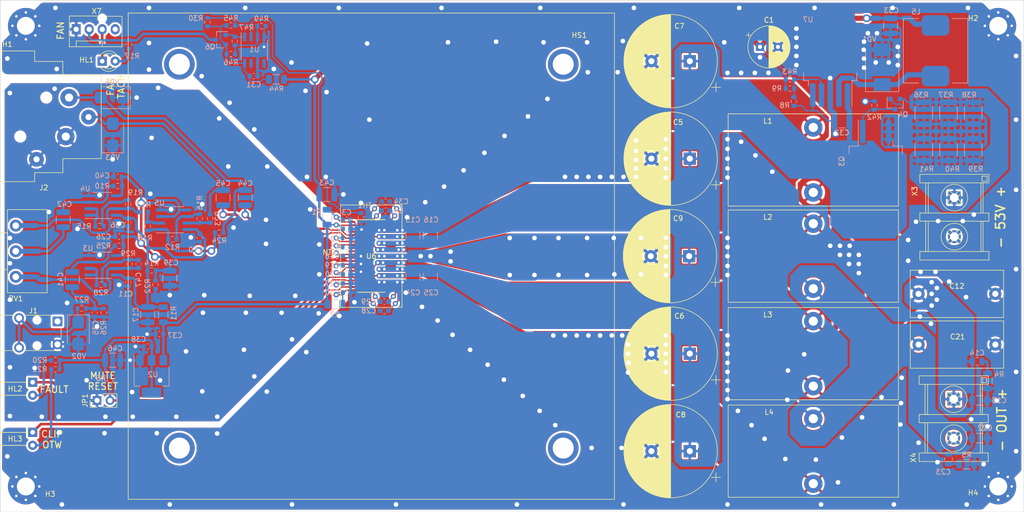
<source format=kicad_pcb>
(kicad_pcb (version 20171130) (host pcbnew 5.1.8-db9833491~88~ubuntu20.04.1)
  (layers (0 F.Cu signal hide) (31 B.Cu signal hide) (34 B.Paste user) (35 F.Paste user) (36 B.SilkS user) (37 F.SilkS user) (38 B.Mask user) (39 F.Mask user) (44 Edge.Cuts user))
  (net 0 "")
  (net 1 +12V)
  (net 2 GND)
  (net 3 "Net-(C3-Pad2)")
  (net 4 "Net-(C4-Pad2)")
  (net 5 VDDA)
  (net 6 GNDA)
  (net 7 /OUT_N)
  (net 8 "Net-(C14-Pad1)")
  (net 9 "Net-(C20-Pad2)")
  (net 10 /OUT_P)
  (net 11 "Net-(C23-Pad2)")
  (net 12 /HALF)
  (net 13 "Net-(C27-Pad2)")
  (net 14 "Net-(C28-Pad2)")
  (net 15 "Net-(C29-Pad2)")
  (net 16 "Net-(C30-Pad2)")
  (net 17 "Net-(C34-Pad2)")
  (net 18 "Net-(C35-Pad2)")
  (net 19 /IN_P)
  (net 20 /IN_N)
  (net 21 +3V3)
  (net 22 /+53.5V)
  (net 23 "Net-(Q3-Pad1)")
  (net 24 "Net-(Q3-Pad3)")
  (net 25 /FAN_SUPPLY)
  (net 26 "Net-(R2-Pad1)")
  (net 27 "Net-(R3-Pad1)")
  (net 28 /~RESET)
  (net 29 /1.23V)
  (net 30 "Net-(R12-Pad1)")
  (net 31 "Net-(R13-Pad1)")
  (net 32 "Net-(R15-Pad2)")
  (net 33 "Net-(R46-Pad1)")
  (net 34 /~CLIP_OTW)
  (net 35 /~FAULT)
  (net 36 /OUTA)
  (net 37 /OUTC)
  (net 38 /OUTD)
  (net 39 /OUTB)
  (net 40 /FAN_TACH)
  (net 41 "Net-(HL1-Pad2)")
  (net 42 "Net-(HL2-Pad2)")
  (net 43 "Net-(L5-Pad1)")
  (net 44 "Net-(HL3-Pad2)")
  (net 45 /IN)
  (net 46 "Net-(Q6-Pad1)")
  (net 47 "Net-(R12-Pad2)")
  (net 48 "Net-(R16-Pad1)")
  (net 49 "Net-(C31-Pad2)")
  (net 50 "Net-(C41-Pad1)")
  (net 51 "Net-(C42-Pad2)")
  (net 52 "Net-(C42-Pad1)")
  (net 53 "Net-(C44-Pad1)")
  (net 54 "Net-(C45-Pad1)")
  (net 55 "Net-(R28-Pad2)")
  (net 56 "Net-(C47-Pad1)")
  (net 57 "Net-(C47-Pad2)")
  (net 58 /VDDAF)
  (net 59 "Net-(C18-Pad2)")
  (net 60 "Net-(C19-Pad2)")
  (net 61 "Net-(R30-Pad1)")
  (net 62 "Net-(R13-Pad2)")
  (net 63 "Net-(R15-Pad1)")
  (module Inductor_SMD:L_12x12mm_H8mm (layer B.Cu) (at 210.564 60.2 90)
    (fp_text reference L5 (at 7.62 -3.81) (layer B.SilkS) (effects (justify mirror)))
    (fp_text value "100uH 2A")
    (pad 1 smd roundrect (at -4.95 0 90) (size 4 5.4) (layers B.Cu B.Paste B.Mask) (net 43 "Net-(L5-Pad1)"))
    (pad 2 smd roundrect (at 4.95 0 90) (size 4 5.4) (layers B.Cu B.Paste B.Mask) (net 1 +12V))
  )
  (module Resistor_SMD:R_0603_1608Metric (layer B.Cu) (at 55.878 91.696 180)
    (fp_text reference R13 (at 0 1.43 180) (layer B.SilkS) (effects (justify mirror)))
    (fp_text value 10k)
    (pad 1 smd roundrect (at -0.825 0 180) (size 0.8 0.95) (layers B.Cu B.Paste B.Mask) (net 31 "Net-(R13-Pad1)"))
    (pad 2 smd roundrect (at 0.825 0 180) (size 0.8 0.95) (layers B.Cu B.Paste B.Mask) (net 62 "Net-(R13-Pad2)"))
  )
  (module mx_pcb_lib:HEATSINK_LGA1156 (layer F.Cu) (at 100.33 100.33 90)
    (fp_text reference HS1 (at 43.178 40.638 180) (layer F.SilkS))
    (fp_text value Heatsink)
    (pad 1 thru_hole circle (at -37.5 37.5 90) (size 6 6) (drill 4.1) (layers *.Cu *.Mask))
    (pad 1 thru_hole circle (at 37.5 37.5 90) (size 6 6) (drill 4.1) (layers *.Cu *.Mask))
    (pad 1 thru_hole circle (at 37.5 -37.5 90) (size 6 6) (drill 4.1) (layers *.Cu *.Mask))
    (pad 1 thru_hole circle (at -37.5 -37.5 90) (size 6 6) (drill 4.1) (layers *.Cu *.Mask))
  )
  (module Diode_SMD:D_SMB (layer B.Cu) (at 43.0764 115.3688 270)
    (fp_text reference VD2 (at 4.5212 -0.1016 180) (layer B.SilkS) (effects (justify mirror)))
    (fp_text value SMBJ10CA)
    (pad 1 smd roundrect (at -2.15 0 270) (size 2.5 2.3) (layers B.Cu B.Paste B.Mask) (net 45 /IN))
    (pad 2 smd roundrect (at 2.15 0 270) (size 2.5 2.3) (layers B.Cu B.Paste B.Mask) (net 6 GNDA))
  )
  (module Resistor_SMD:R_0603_1608Metric (layer B.Cu) (at 57.402 103.126 180)
    (fp_text reference R14 (at 0 1.43) (layer B.SilkS) (effects (justify mirror)))
    (fp_text value 4.7k)
    (pad 1 smd roundrect (at -0.825 0 180) (size 0.8 0.95) (layers B.Cu B.Paste B.Mask) (net 12 /HALF))
    (pad 2 smd roundrect (at 0.825 0 180) (size 0.8 0.95) (layers B.Cu B.Paste B.Mask) (net 58 /VDDAF))
  )
  (module LED_THT:LED_D3.0mm (layer F.Cu) (at 47.75 62.232)
    (fp_text reference HL1 (at -3.048 -0.254) (layer F.SilkS))
    (fp_text value LED)
    (pad 2 thru_hole circle (at 2.54 0) (size 1.8 1.8) (drill 0.9) (layers *.Cu *.Mask) (net 41 "Net-(HL1-Pad2)"))
    (pad 1 thru_hole rect (at 0 0) (size 1.8 1.8) (drill 0.9) (layers *.Cu *.Mask) (net 40 /FAN_TACH))
  )
  (module Inductor_THT:L_Toroid_Vertical_L33.0mm_W17.8mm_P12.70mm_Pulse_KM-5 (layer F.Cu) (at 186.69 93.98)
    (fp_text reference L2 (at -8.89 -1.27) (layer F.SilkS))
    (fp_text value "10uH 20A")
    (pad 1 thru_hole circle (at 0 0) (size 3.6 3.6) (drill 1.8) (layers *.Cu *.Mask) (net 39 /OUTB))
    (pad 2 thru_hole circle (at 0 12.7) (size 3.6 3.6) (drill 1.8) (layers *.Cu *.Mask) (net 10 /OUT_P))
  )
  (module Capacitor_THT:CP_Radial_D18.0mm_P7.50mm (layer F.Cu) (at 162.433 100.33 180)
    (fp_text reference C9 (at 2.161 7.364) (layer F.SilkS))
    (fp_text value "2200uF 63V")
    (pad 1 thru_hole rect (at 0 0 180) (size 2.4 2.4) (drill 1.2) (layers *.Cu *.Mask) (net 5 VDDA))
    (pad 2 thru_hole circle (at 7.5 0 180) (size 2.4 2.4) (drill 1.2) (layers *.Cu *.Mask) (net 2 GND))
  )
  (module Inductor_THT:L_Toroid_Vertical_L33.0mm_W17.8mm_P12.70mm_Pulse_KM-5 (layer F.Cu) (at 186.688 75.186)
    (fp_text reference L1 (at -8.89 -1.27) (layer F.SilkS))
    (fp_text value "10uH 20A")
    (pad 2 thru_hole circle (at 0 12.7) (size 3.6 3.6) (drill 1.8) (layers *.Cu *.Mask) (net 7 /OUT_N))
    (pad 1 thru_hole circle (at 0 0) (size 3.6 3.6) (drill 1.8) (layers *.Cu *.Mask) (net 36 /OUTA))
  )
  (module Capacitor_SMD:C_0603_1608Metric (layer B.Cu) (at 103.124 89.662)
    (fp_text reference C34 (at 3.046 0.002) (layer B.SilkS) (effects (justify mirror)))
    (fp_text value 0.033uF)
    (pad 2 smd roundrect (at 0.775 0) (size 0.9 0.95) (layers B.Cu B.Paste B.Mask) (net 17 "Net-(C34-Pad2)"))
    (pad 1 smd roundrect (at -0.775 0) (size 0.9 0.95) (layers B.Cu B.Paste B.Mask) (net 39 /OUTB))
  )
  (module Capacitor_SMD:C_0603_1608Metric (layer B.Cu) (at 102.868 109.22)
    (fp_text reference C29 (at -3.048 0.002) (layer B.SilkS) (effects (justify mirror)))
    (fp_text value 0.033uF)
    (pad 2 smd roundrect (at 0.775 0) (size 0.9 0.95) (layers B.Cu B.Paste B.Mask) (net 15 "Net-(C29-Pad2)"))
    (pad 1 smd roundrect (at -0.775 0) (size 0.9 0.95) (layers B.Cu B.Paste B.Mask) (net 38 /OUTD))
  )
  (module Capacitor_SMD:C_0603_1608Metric (layer B.Cu) (at 102.868 111)
    (fp_text reference C28 (at -3.048 0) (layer B.SilkS) (effects (justify mirror)))
    (fp_text value 0.033uF)
    (pad 2 smd roundrect (at 0.775 0) (size 0.9 0.95) (layers B.Cu B.Paste B.Mask) (net 14 "Net-(C28-Pad2)"))
    (pad 1 smd roundrect (at -0.775 0) (size 0.9 0.95) (layers B.Cu B.Paste B.Mask) (net 37 /OUTC))
  )
  (module Capacitor_SMD:C_0603_1608Metric (layer B.Cu) (at 103.124 91.44)
    (fp_text reference C4 (at 2.538 0.002) (layer B.SilkS) (effects (justify mirror)))
    (fp_text value 0.033uF)
    (pad 2 smd roundrect (at 0.775 0) (size 0.9 0.95) (layers B.Cu B.Paste B.Mask) (net 4 "Net-(C4-Pad2)"))
    (pad 1 smd roundrect (at -0.775 0) (size 0.9 0.95) (layers B.Cu B.Paste B.Mask) (net 36 /OUTA))
  )
  (module Capacitor_THT:CP_Radial_D8.0mm_P3.50mm (layer F.Cu) (at 176.274 59.438)
    (fp_text reference C1 (at 1.75 -5.25) (layer F.SilkS))
    (fp_text value "470uF 16V")
    (pad 1 thru_hole rect (at 0 0) (size 1.6 1.6) (drill 0.8) (layers *.Cu *.Mask) (net 1 +12V))
    (pad 2 thru_hole circle (at 3.5 0) (size 1.6 1.6) (drill 0.8) (layers *.Cu *.Mask) (net 2 GND))
  )
  (module Capacitor_SMD:C_0603_1608Metric (layer B.Cu) (at 95.504 94.996 180)
    (fp_text reference C2 (at 2.288 -0.51) (layer B.SilkS) (effects (justify mirror)))
    (fp_text value 0.1uF)
    (pad 1 smd roundrect (at -0.775 0 180) (size 0.9 0.95) (layers B.Cu B.Paste B.Mask) (net 2 GND))
    (pad 2 smd roundrect (at 0.775 0 180) (size 0.9 0.95) (layers B.Cu B.Paste B.Mask) (net 1 +12V))
  )
  (module Capacitor_SMD:C_0603_1608Metric (layer B.Cu) (at 95.504 93.218 180)
    (fp_text reference C3 (at 0 1.43) (layer B.SilkS) (effects (justify mirror)))
    (fp_text value 0.1uF)
    (pad 1 smd roundrect (at -0.775 0 180) (size 0.9 0.95) (layers B.Cu B.Paste B.Mask) (net 2 GND))
    (pad 2 smd roundrect (at 0.775 0 180) (size 0.9 0.95) (layers B.Cu B.Paste B.Mask) (net 3 "Net-(C3-Pad2)"))
  )
  (module Capacitor_THT:CP_Radial_D18.0mm_P7.50mm (layer F.Cu) (at 162.56 81.28 180)
    (fp_text reference C5 (at 2.288 7.11) (layer F.SilkS))
    (fp_text value "2200uF 63V")
    (pad 2 thru_hole circle (at 7.5 0 180) (size 2.4 2.4) (drill 1.2) (layers *.Cu *.Mask) (net 2 GND))
    (pad 1 thru_hole rect (at 0 0 180) (size 2.4 2.4) (drill 1.2) (layers *.Cu *.Mask) (net 5 VDDA))
  )
  (module Capacitor_THT:CP_Radial_D18.0mm_P7.50mm (layer F.Cu) (at 162.56 119.38 180)
    (fp_text reference C6 (at 2.034 7.364) (layer F.SilkS))
    (fp_text value "2200uF 63V")
    (pad 1 thru_hole rect (at 0 0 180) (size 2.4 2.4) (drill 1.2) (layers *.Cu *.Mask) (net 5 VDDA))
    (pad 2 thru_hole circle (at 7.5 0 180) (size 2.4 2.4) (drill 1.2) (layers *.Cu *.Mask) (net 2 GND))
  )
  (module Capacitor_THT:CP_Radial_D18.0mm_P7.50mm (layer F.Cu) (at 162.56 62.23 180)
    (fp_text reference C7 (at 2.034 6.856) (layer F.SilkS))
    (fp_text value "2200uF 63V")
    (pad 2 thru_hole circle (at 7.5 0 180) (size 2.4 2.4) (drill 1.2) (layers *.Cu *.Mask) (net 2 GND))
    (pad 1 thru_hole rect (at 0 0 180) (size 2.4 2.4) (drill 1.2) (layers *.Cu *.Mask) (net 5 VDDA))
  )
  (module Capacitor_THT:CP_Radial_D18.0mm_P7.50mm (layer F.Cu) (at 162.56 138.43 180)
    (fp_text reference C8 (at 1.78 7.11) (layer F.SilkS))
    (fp_text value "2200uF 63V")
    (pad 1 thru_hole rect (at 0 0 180) (size 2.4 2.4) (drill 1.2) (layers *.Cu *.Mask) (net 5 VDDA))
    (pad 2 thru_hole circle (at 7.5 0 180) (size 2.4 2.4) (drill 1.2) (layers *.Cu *.Mask) (net 2 GND))
  )
  (module Capacitor_SMD:C_0603_1608Metric (layer B.Cu) (at 52.83 105.412 270)
    (fp_text reference C11 (at 2.286 0.508 180) (layer B.SilkS) (effects (justify mirror)))
    (fp_text value 0.1uF)
    (pad 1 smd roundrect (at -0.775 0 270) (size 0.9 0.95) (layers B.Cu B.Paste B.Mask) (net 58 /VDDAF))
    (pad 2 smd roundrect (at 0.775 0 270) (size 0.9 0.95) (layers B.Cu B.Paste B.Mask) (net 6 GNDA))
  )
  (module Capacitor_THT:C_Rect_L18.0mm_W9.0mm_P15.00mm_FKS3_FKP3 (layer F.Cu) (at 222.248 107.698 180)
    (fp_text reference C12 (at 7.5 1.524) (layer F.SilkS))
    (fp_text value "1uF 250V")
    (pad 1 thru_hole circle (at 0 0 180) (size 2.4 2.4) (drill 1.2) (layers *.Cu *.Mask) (net 2 GND))
    (pad 2 thru_hole circle (at 15 0 180) (size 2.4 2.4) (drill 1.2) (layers *.Cu *.Mask) (net 7 /OUT_N))
  )
  (module Capacitor_SMD:C_1206_3216Metric (layer B.Cu) (at 219.2 128.526 180)
    (fp_text reference C13 (at -3.81 0 180) (layer B.SilkS) (effects (justify mirror)))
    (fp_text value "1nF 100V")
    (pad 2 smd roundrect (at 1.475 0 180) (size 1.15 1.8) (layers B.Cu B.Paste B.Mask) (roundrect_rratio 0.217391) (net 7 /OUT_N))
    (pad 1 smd roundrect (at -1.475 0 180) (size 1.15 1.8) (layers B.Cu B.Paste B.Mask) (roundrect_rratio 0.217391) (net 2 GND))
  )
  (module Capacitor_SMD:C_0805_2012Metric (layer B.Cu) (at 218.692 120.906 180)
    (fp_text reference C14 (at 0 1.68 180) (layer B.SilkS) (effects (justify mirror)))
    (fp_text value "10nF 100V")
    (pad 2 smd roundrect (at 0.95 0 180) (size 1 1.45) (layers B.Cu B.Paste B.Mask) (net 7 /OUT_N))
    (pad 1 smd roundrect (at -0.95 0 180) (size 1 1.45) (layers B.Cu B.Paste B.Mask) (net 8 "Net-(C14-Pad1)"))
  )
  (module Capacitor_SMD:C_1210_3225Metric (layer B.Cu) (at 108.456 96.268 270)
    (fp_text reference C15 (at -3.048 0 180) (layer B.SilkS) (effects (justify mirror)))
    (fp_text value "1uF 100V")
    (pad 1 smd roundrect (at -1.475 0 270) (size 1.15 2.7) (layers B.Cu B.Paste B.Mask) (roundrect_rratio 0.217391) (net 2 GND))
    (pad 2 smd roundrect (at 1.475 0 270) (size 1.15 2.7) (layers B.Cu B.Paste B.Mask) (roundrect_rratio 0.217391) (net 5 VDDA))
  )
  (module Capacitor_SMD:C_1210_3225Metric (layer B.Cu) (at 111.885 96.268 270)
    (fp_text reference C16 (at -3.048 -0.127 180) (layer B.SilkS) (effects (justify mirror)))
    (fp_text value "1uF 100V")
    (pad 2 smd roundrect (at 1.475 0 270) (size 1.15 2.7) (layers B.Cu B.Paste B.Mask) (roundrect_rratio 0.217391) (net 5 VDDA))
    (pad 1 smd roundrect (at -1.475 0 270) (size 1.15 2.7) (layers B.Cu B.Paste B.Mask) (roundrect_rratio 0.217391) (net 2 GND))
  )
  (module Capacitor_SMD:C_0603_1608Metric (layer B.Cu) (at 95.504 100.33 180)
    (fp_text reference C18 (at 2.796 -0.002) (layer B.SilkS) (effects (justify mirror)))
    (fp_text value "1uF 16V")
    (pad 1 smd roundrect (at -0.775 0 180) (size 0.9 0.95) (layers B.Cu B.Paste B.Mask) (net 2 GND))
    (pad 2 smd roundrect (at 0.775 0 180) (size 0.9 0.95) (layers B.Cu B.Paste B.Mask) (net 59 "Net-(C18-Pad2)"))
  )
  (module Capacitor_SMD:C_0603_1608Metric (layer B.Cu) (at 95.504 102.108 180)
    (fp_text reference C19 (at 2.796 -0.002 180) (layer B.SilkS) (effects (justify mirror)))
    (fp_text value "1uF 16V")
    (pad 2 smd roundrect (at 0.775 0 180) (size 0.9 0.95) (layers B.Cu B.Paste B.Mask) (net 60 "Net-(C19-Pad2)"))
    (pad 1 smd roundrect (at -0.775 0 180) (size 0.9 0.95) (layers B.Cu B.Paste B.Mask) (net 2 GND))
  )
  (module Capacitor_SMD:C_0603_1608Metric (layer B.Cu) (at 95.504 103.886 180)
    (fp_text reference C20 (at 2.796 -0.002) (layer B.SilkS) (effects (justify mirror)))
    (fp_text value 0.047uF)
    (pad 2 smd roundrect (at 0.775 0 180) (size 0.9 0.95) (layers B.Cu B.Paste B.Mask) (net 9 "Net-(C20-Pad2)"))
    (pad 1 smd roundrect (at -0.775 0 180) (size 0.9 0.95) (layers B.Cu B.Paste B.Mask) (net 2 GND))
  )
  (module Capacitor_THT:C_Rect_L18.0mm_W9.0mm_P15.00mm_FKS3_FKP3 (layer F.Cu) (at 207.262 117.604)
    (fp_text reference C21 (at 7.62 -1.524) (layer F.SilkS))
    (fp_text value "1uF 250V")
    (pad 2 thru_hole circle (at 15 0) (size 2.4 2.4) (drill 1.2) (layers *.Cu *.Mask) (net 2 GND))
    (pad 1 thru_hole circle (at 0 0) (size 2.4 2.4) (drill 1.2) (layers *.Cu *.Mask) (net 10 /OUT_P))
  )
  (module Capacitor_SMD:C_1206_3216Metric (layer B.Cu) (at 219.2 135.892)
    (fp_text reference C22 (at 1.016 -2.032 180) (layer B.SilkS) (effects (justify mirror)))
    (fp_text value "1nF 100V")
    (pad 1 smd roundrect (at -1.475 0) (size 1.15 1.8) (layers B.Cu B.Paste B.Mask) (roundrect_rratio 0.217391) (net 10 /OUT_P))
    (pad 2 smd roundrect (at 1.475 0) (size 1.15 1.8) (layers B.Cu B.Paste B.Mask) (roundrect_rratio 0.217391) (net 2 GND))
  )
  (module Capacitor_SMD:C_0805_2012Metric (layer B.Cu) (at 213.104 139.956 270)
    (fp_text reference C23 (at 2.54 1.016) (layer B.SilkS) (effects (justify mirror)))
    (fp_text value "10nF 100V")
    (pad 1 smd roundrect (at -0.95 0 270) (size 1 1.45) (layers B.Cu B.Paste B.Mask) (net 10 /OUT_P))
    (pad 2 smd roundrect (at 0.95 0 270) (size 1 1.45) (layers B.Cu B.Paste B.Mask) (net 11 "Net-(C23-Pad2)"))
  )
  (module Capacitor_SMD:C_1210_3225Metric (layer B.Cu) (at 108.456 104.396 90)
    (fp_text reference C24 (at -3.048 0 180) (layer B.SilkS) (effects (justify mirror)))
    (fp_text value "1uF 100V")
    (pad 1 smd roundrect (at -1.475 0 90) (size 1.15 2.7) (layers B.Cu B.Paste B.Mask) (roundrect_rratio 0.217391) (net 2 GND))
    (pad 2 smd roundrect (at 1.475 0 90) (size 1.15 2.7) (layers B.Cu B.Paste B.Mask) (roundrect_rratio 0.217391) (net 5 VDDA))
  )
  (module Capacitor_SMD:C_1210_3225Metric (layer B.Cu) (at 111.885 104.396 90)
    (fp_text reference C25 (at -3.048 0.127 180) (layer B.SilkS) (effects (justify mirror)))
    (fp_text value "1uF 100V")
    (pad 2 smd roundrect (at 1.475 0 90) (size 1.15 2.7) (layers B.Cu B.Paste B.Mask) (roundrect_rratio 0.217391) (net 5 VDDA))
    (pad 1 smd roundrect (at -1.475 0 90) (size 1.15 2.7) (layers B.Cu B.Paste B.Mask) (roundrect_rratio 0.217391) (net 2 GND))
  )
  (module Capacitor_SMD:C_0603_1608Metric (layer B.Cu) (at 51.052 96.522)
    (fp_text reference C26 (at -3.048 0 180) (layer B.SilkS) (effects (justify mirror)))
    (fp_text value 0.1uF)
    (pad 2 smd roundrect (at 0.775 0) (size 0.9 0.95) (layers B.Cu B.Paste B.Mask) (net 12 /HALF))
    (pad 1 smd roundrect (at -0.775 0) (size 0.9 0.95) (layers B.Cu B.Paste B.Mask) (net 6 GNDA))
  )
  (module Capacitor_SMD:C_0603_1608Metric (layer B.Cu) (at 95.504 105.664 180)
    (fp_text reference C27 (at 2.796 -0.002) (layer B.SilkS) (effects (justify mirror)))
    (fp_text value "1uF 16V")
    (pad 1 smd roundrect (at -0.775 0 180) (size 0.9 0.95) (layers B.Cu B.Paste B.Mask) (net 2 GND))
    (pad 2 smd roundrect (at 0.775 0 180) (size 0.9 0.95) (layers B.Cu B.Paste B.Mask) (net 13 "Net-(C27-Pad2)"))
  )
  (module Capacitor_SMD:C_0603_1608Metric (layer B.Cu) (at 95.504 107.442 180)
    (fp_text reference C30 (at 2.796 -0.002) (layer B.SilkS) (effects (justify mirror)))
    (fp_text value 0.1uF)
    (pad 1 smd roundrect (at -0.775 0 180) (size 0.9 0.95) (layers B.Cu B.Paste B.Mask) (net 2 GND))
    (pad 2 smd roundrect (at 0.775 0 180) (size 0.9 0.95) (layers B.Cu B.Paste B.Mask) (net 16 "Net-(C30-Pad2)"))
  )
  (module Capacitor_SMD:C_1210_3225Metric (layer B.Cu) (at 192.276 73.916)
    (fp_text reference C32 (at 0 2.3) (layer B.SilkS) (effects (justify mirror)))
    (fp_text value "1uF 100V")
    (pad 1 smd roundrect (at -1.475 0) (size 1.15 2.7) (layers B.Cu B.Paste B.Mask) (roundrect_rratio 0.217391) (net 2 GND))
    (pad 2 smd roundrect (at 1.475 0) (size 1.15 2.7) (layers B.Cu B.Paste B.Mask) (roundrect_rratio 0.217391) (net 5 VDDA))
  )
  (module Capacitor_SMD:C_0603_1608Metric (layer B.Cu) (at 58.926 115.572)
    (fp_text reference C37 (at 3.048 0.254 180) (layer B.SilkS) (effects (justify mirror)))
    (fp_text value 0.1uF)
    (pad 1 smd roundrect (at -0.775 0) (size 0.9 0.95) (layers B.Cu B.Paste B.Mask) (net 6 GNDA))
    (pad 2 smd roundrect (at 0.775 0) (size 0.9 0.95) (layers B.Cu B.Paste B.Mask) (net 1 +12V))
  )
  (module Capacitor_SMD:C_0603_1608Metric (layer B.Cu) (at 56.64 117.985)
    (fp_text reference C38 (at -1.778 -1.397 180) (layer B.SilkS) (effects (justify mirror)))
    (fp_text value 0.1uF)
    (pad 2 smd roundrect (at 0.775 0) (size 0.9 0.95) (layers B.Cu B.Paste B.Mask) (net 21 +3V3))
    (pad 1 smd roundrect (at -0.775 0) (size 0.9 0.95) (layers B.Cu B.Paste B.Mask) (net 6 GNDA))
  )
  (module Capacitor_SMD:C_0603_1608Metric (layer B.Cu) (at 50.798 84.838 180)
    (fp_text reference C40 (at 3.048 0.254 180) (layer B.SilkS) (effects (justify mirror)))
    (fp_text value 0.1uF)
    (pad 2 smd roundrect (at 0.775 0 180) (size 0.9 0.95) (layers B.Cu B.Paste B.Mask) (net 6 GNDA))
    (pad 1 smd roundrect (at -0.775 0 180) (size 0.9 0.95) (layers B.Cu B.Paste B.Mask) (net 12 /HALF))
  )
  (module Diode_SMD:D_SMC (layer B.Cu) (at 200.148 63.404 90)
    (fp_text reference VD1 (at 5.49 -2.538 180) (layer B.SilkS) (effects (justify mirror)))
    (fp_text value SS510)
    (pad 1 smd rect (at -3.4 0) (size 3.3 2.5) (layers B.Cu B.Paste B.Mask) (net 43 "Net-(L5-Pad1)"))
    (pad 2 smd rect (at 3.4 0) (size 3.3 2.5) (layers B.Cu B.Paste B.Mask) (net 2 GND))
  )
  (module Inductor_THT:L_Toroid_Vertical_L33.0mm_W17.8mm_P12.70mm_Pulse_KM-5 (layer F.Cu) (at 186.69 113.03)
    (fp_text reference L3 (at -8.89 -1.27) (layer F.SilkS))
    (fp_text value "10uH 20A")
    (pad 2 thru_hole circle (at 0 12.7) (size 3.6 3.6) (drill 1.8) (layers *.Cu *.Mask) (net 7 /OUT_N))
    (pad 1 thru_hole circle (at 0 0) (size 3.6 3.6) (drill 1.8) (layers *.Cu *.Mask) (net 37 /OUTC))
  )
  (module Inductor_THT:L_Toroid_Vertical_L33.0mm_W17.8mm_P12.70mm_Pulse_KM-5 (layer F.Cu) (at 186.69 144.78 180)
    (fp_text reference L4 (at 8.638 13.968) (layer F.SilkS))
    (fp_text value "10uH 20A")
    (pad 1 thru_hole circle (at 0 0 180) (size 3.6 3.6) (drill 1.8) (layers *.Cu *.Mask) (net 38 /OUTD))
    (pad 2 thru_hole circle (at 0 12.7 180) (size 3.6 3.6) (drill 1.8) (layers *.Cu *.Mask) (net 10 /OUT_P))
  )
  (module Package_TO_SOT_SMD:TO-263-2 (layer B.Cu) (at 198.88 81.79 270)
    (fp_text reference Q3 (at 0 6.65 270) (layer B.SilkS) (effects (justify mirror)))
    (fp_text value IRF9540NSTRLPBF)
    (pad 1 smd roundrect (at -5.775 2.54 270) (size 4.6 1.1) (layers B.Cu B.Paste B.Mask) (net 23 "Net-(Q3-Pad1)"))
    (pad 3 smd roundrect (at -5.775 -2.54 270) (size 4.6 1.1) (layers B.Cu B.Paste B.Mask) (net 24 "Net-(Q3-Pad3)"))
    (pad 2 smd rect (at 3.375 0 270) (size 9.4 10.8) (layers B.Cu B.Mask) (net 5 VDDA))
  )
  (module Package_TO_SOT_SMD:SOT-23 (layer B.Cu) (at 202.69 70.614 270)
    (fp_text reference Q4 (at 2.032 -1.524 180) (layer B.SilkS) (effects (justify mirror)))
    (fp_text value MMBT5401)
    (pad 3 smd rect (at 1 0 270) (size 0.9 0.8) (layers B.Cu B.Paste B.Mask) (net 23 "Net-(Q3-Pad1)"))
    (pad 2 smd rect (at -1 -0.95 270) (size 0.9 0.8) (layers B.Cu B.Paste B.Mask) (net 22 /+53.5V))
    (pad 1 smd rect (at -1 0.95 270) (size 0.9 0.8) (layers B.Cu B.Paste B.Mask) (net 24 "Net-(Q3-Pad3)"))
  )
  (module Package_TO_SOT_SMD:SOT-23 (layer B.Cu) (at 70.862 58.043 180)
    (fp_text reference Q6 (at 2.03 -1.395 180) (layer B.SilkS) (effects (justify mirror)))
    (fp_text value IRLML9303)
    (pad 1 smd rect (at -1 0.95 180) (size 0.9 0.8) (layers B.Cu B.Paste B.Mask) (net 46 "Net-(Q6-Pad1)"))
    (pad 2 smd rect (at -1 -0.95 180) (size 0.9 0.8) (layers B.Cu B.Paste B.Mask) (net 49 "Net-(C31-Pad2)"))
    (pad 3 smd rect (at 1 0 180) (size 0.9 0.8) (layers B.Cu B.Paste B.Mask) (net 25 /FAN_SUPPLY))
  )
  (module Resistor_SMD:R_1206_3216Metric (layer B.Cu) (at 91.694 92.71 270)
    (fp_text reference R1 (at -1.014 2.034) (layer B.SilkS) (effects (justify mirror)))
    (fp_text value 3.3)
    (pad 2 smd roundrect (at 1.4625 0 270) (size 1.125 1.75) (layers B.Cu B.Paste B.Mask) (roundrect_rratio 0.222222) (net 1 +12V))
    (pad 1 smd roundrect (at -1.4625 0 270) (size 1.125 1.75) (layers B.Cu B.Paste B.Mask) (roundrect_rratio 0.222222) (net 3 "Net-(C3-Pad2)"))
  )
  (module Resistor_SMD:R_0603_1608Metric (layer B.Cu) (at 95.504 96.774)
    (fp_text reference R2 (at -2.288 0.256) (layer B.SilkS) (effects (justify mirror)))
    (fp_text value 22k)
    (pad 2 smd roundrect (at 0.825 0) (size 0.8 0.95) (layers B.Cu B.Paste B.Mask) (net 2 GND))
    (pad 1 smd roundrect (at -0.825 0) (size 0.8 0.95) (layers B.Cu B.Paste B.Mask) (net 26 "Net-(R2-Pad1)"))
  )
  (module Resistor_SMD:R_0603_1608Metric (layer B.Cu) (at 95.504 98.552)
    (fp_text reference R3 (at -2.288 0.002) (layer B.SilkS) (effects (justify mirror)))
    (fp_text value 10k)
    (pad 2 smd roundrect (at 0.825 0) (size 0.8 0.95) (layers B.Cu B.Paste B.Mask) (net 2 GND))
    (pad 1 smd roundrect (at -0.825 0) (size 0.8 0.95) (layers B.Cu B.Paste B.Mask) (net 27 "Net-(R3-Pad1)"))
  )
  (module Resistor_SMD:R_1206_3216Metric (layer B.Cu) (at 220.724 124.716 270)
    (fp_text reference R4 (at -1.27 -2.286) (layer B.SilkS) (effects (justify mirror)))
    (fp_text value 3.3)
    (pad 1 smd roundrect (at -1.4625 0 270) (size 1.125 1.75) (layers B.Cu B.Paste B.Mask) (roundrect_rratio 0.222222) (net 8 "Net-(C14-Pad1)"))
    (pad 2 smd roundrect (at 1.4625 0 270) (size 1.125 1.75) (layers B.Cu B.Paste B.Mask) (roundrect_rratio 0.222222) (net 2 GND))
  )
  (module Resistor_SMD:R_1206_3216Metric (layer B.Cu) (at 216.66 140.972 180)
    (fp_text reference R5 (at 0 1.82 180) (layer B.SilkS) (effects (justify mirror)))
    (fp_text value 3.3)
    (pad 2 smd roundrect (at 1.4625 0 180) (size 1.125 1.75) (layers B.Cu B.Paste B.Mask) (roundrect_rratio 0.222222) (net 11 "Net-(C23-Pad2)"))
    (pad 1 smd roundrect (at -1.4625 0 180) (size 1.125 1.75) (layers B.Cu B.Paste B.Mask) (roundrect_rratio 0.222222) (net 2 GND))
  )
  (module Resistor_SMD:R_0603_1608Metric (layer B.Cu) (at 49.274 124.716 90)
    (fp_text reference R6 (at 0.508 -1.778) (layer B.SilkS) (effects (justify mirror)))
    (fp_text value 10k)
    (pad 1 smd roundrect (at -0.825 0 90) (size 0.8 0.95) (layers B.Cu B.Paste B.Mask) (net 28 /~RESET))
    (pad 2 smd roundrect (at 0.825 0 90) (size 0.8 0.95) (layers B.Cu B.Paste B.Mask) (net 21 +3V3))
  )
  (module Resistor_SMD:R_1206_3216Metric (layer B.Cu) (at 93.216 109.728 180)
    (fp_text reference R7 (at 0 -2.034) (layer B.SilkS) (effects (justify mirror)))
    (fp_text value 3.3)
    (pad 2 smd roundrect (at 1.4625 0 180) (size 1.125 1.75) (layers B.Cu B.Paste B.Mask) (roundrect_rratio 0.222222) (net 1 +12V))
    (pad 1 smd roundrect (at -1.4625 0 180) (size 1.125 1.75) (layers B.Cu B.Paste B.Mask) (roundrect_rratio 0.222222) (net 16 "Net-(C30-Pad2)"))
  )
  (module Resistor_SMD:R_0603_1608Metric (layer B.Cu) (at 182.878 70.106 90)
    (fp_text reference R8 (at -0.762 -1.778 180) (layer B.SilkS) (effects (justify mirror)))
    (fp_text value 1k)
    (pad 2 smd roundrect (at 0.825 0 90) (size 0.8 0.95) (layers B.Cu B.Paste B.Mask) (net 29 /1.23V))
    (pad 1 smd roundrect (at -0.825 0 90) (size 0.8 0.95) (layers B.Cu B.Paste B.Mask) (net 2 GND))
  )
  (module Resistor_SMD:R_0603_1608Metric (layer B.Cu) (at 182.116 67.566)
    (fp_text reference R9 (at -2.54 0 180) (layer B.SilkS) (effects (justify mirror)))
    (fp_text value 75k)
    (pad 1 smd roundrect (at -0.825 0) (size 0.8 0.95) (layers B.Cu B.Paste B.Mask) (net 1 +12V))
    (pad 2 smd roundrect (at 0.825 0) (size 0.8 0.95) (layers B.Cu B.Paste B.Mask) (net 29 /1.23V))
  )
  (module Resistor_SMD:R_0603_1608Metric (layer B.Cu) (at 50.798 86.616 180)
    (fp_text reference R10 (at 3.048 0) (layer B.SilkS) (effects (justify mirror)))
    (fp_text value 100k)
    (pad 1 smd roundrect (at -0.825 0 180) (size 0.8 0.95) (layers B.Cu B.Paste B.Mask) (net 12 /HALF))
    (pad 2 smd roundrect (at 0.825 0 180) (size 0.8 0.95) (layers B.Cu B.Paste B.Mask) (net 51 "Net-(C42-Pad2)"))
  )
  (module Resistor_SMD:R_1206_3216Metric (layer B.Cu) (at 59.688 111.762 270)
    (fp_text reference R11 (at -0.254 -2.032 90) (layer B.SilkS) (effects (justify mirror)))
    (fp_text value 3.3)
    (pad 1 smd roundrect (at -1.4625 0 270) (size 1.125 1.75) (layers B.Cu B.Paste B.Mask) (roundrect_rratio 0.222222) (net 58 /VDDAF))
    (pad 2 smd roundrect (at 1.4625 0 270) (size 1.125 1.75) (layers B.Cu B.Paste B.Mask) (roundrect_rratio 0.222222) (net 1 +12V))
  )
  (module Resistor_SMD:R_0603_1608Metric (layer B.Cu) (at 61.466 97.03 180)
    (fp_text reference R12 (at 0 -1.524) (layer B.SilkS) (effects (justify mirror)))
    (fp_text value 10k)
    (pad 1 smd roundrect (at -0.825 0 180) (size 0.8 0.95) (layers B.Cu B.Paste B.Mask) (net 30 "Net-(R12-Pad1)"))
    (pad 2 smd roundrect (at 0.825 0 180) (size 0.8 0.95) (layers B.Cu B.Paste B.Mask) (net 47 "Net-(R12-Pad2)"))
  )
  (module Resistor_SMD:R_0603_1608Metric (layer B.Cu) (at 47.242 94.49 180)
    (fp_text reference R15 (at 3.048 0) (layer B.SilkS) (effects (justify mirror)))
    (fp_text value 1k)
    (pad 1 smd roundrect (at -0.825 0 180) (size 0.8 0.95) (layers B.Cu B.Paste B.Mask) (net 63 "Net-(R15-Pad1)"))
    (pad 2 smd roundrect (at 0.825 0 180) (size 0.8 0.95) (layers B.Cu B.Paste B.Mask) (net 32 "Net-(R15-Pad2)"))
  )
  (module Resistor_SMD:R_0603_1608Metric (layer B.Cu) (at 66.8 92.966 90)
    (fp_text reference R16 (at 3.048 0 90) (layer B.SilkS) (effects (justify mirror)))
    (fp_text value 10k)
    (pad 2 smd roundrect (at 0.825 0 90) (size 0.8 0.95) (layers B.Cu B.Paste B.Mask) (net 30 "Net-(R12-Pad1)"))
    (pad 1 smd roundrect (at -0.825 0 90) (size 0.8 0.95) (layers B.Cu B.Paste B.Mask) (net 48 "Net-(R16-Pad1)"))
  )
  (module Resistor_SMD:R_0603_1608Metric (layer B.Cu) (at 56.64 94.49 90)
    (fp_text reference R18 (at -2.286 -0.508) (layer B.SilkS) (effects (justify mirror)))
    (fp_text value 10k)
    (pad 2 smd roundrect (at 0.825 0 90) (size 0.8 0.95) (layers B.Cu B.Paste B.Mask) (net 31 "Net-(R13-Pad1)"))
    (pad 1 smd roundrect (at -0.825 0 90) (size 0.8 0.95) (layers B.Cu B.Paste B.Mask) (net 47 "Net-(R12-Pad2)"))
  )
  (module Resistor_SMD:R_0603_1608Metric (layer B.Cu) (at 52.83 90.172 90)
    (fp_text reference R19 (at 2.286 1.43) (layer B.SilkS) (effects (justify mirror)))
    (fp_text value 10k)
    (pad 2 smd roundrect (at 0.825 0 90) (size 0.8 0.95) (layers B.Cu B.Paste B.Mask) (net 63 "Net-(R15-Pad1)"))
    (pad 1 smd roundrect (at -0.825 0 90) (size 0.8 0.95) (layers B.Cu B.Paste B.Mask) (net 62 "Net-(R13-Pad2)"))
  )
  (module Resistor_SMD:R_0603_1608Metric (layer B.Cu) (at 58.164 105.92 90)
    (fp_text reference R22 (at -0.254 -1.524 90) (layer B.SilkS) (effects (justify mirror)))
    (fp_text value 4.7k)
    (pad 1 smd roundrect (at -0.825 0 90) (size 0.8 0.95) (layers B.Cu B.Paste B.Mask) (net 6 GNDA))
    (pad 2 smd roundrect (at 0.825 0 90) (size 0.8 0.95) (layers B.Cu B.Paste B.Mask) (net 12 /HALF))
  )
  (module Resistor_SMD:R_0603_1608Metric (layer B.Cu) (at 198.626 70.868 90)
    (fp_text reference R42 (at -2.286 0 180) (layer B.SilkS) (effects (justify mirror)))
    (fp_text value 30k)
    (pad 1 smd roundrect (at -0.825 0 90) (size 0.8 0.95) (layers B.Cu B.Paste B.Mask) (net 23 "Net-(Q3-Pad1)"))
    (pad 2 smd roundrect (at 0.825 0 90) (size 0.8 0.95) (layers B.Cu B.Paste B.Mask) (net 2 GND))
  )
  (module Resistor_SMD:R_0603_1608Metric (layer B.Cu) (at 182.116 65.788)
    (fp_text reference R43 (at 0 -1.524 180) (layer B.SilkS) (effects (justify mirror)))
    (fp_text value 10k)
    (pad 2 smd roundrect (at 0.825 0) (size 0.8 0.95) (layers B.Cu B.Paste B.Mask) (net 29 /1.23V))
    (pad 1 smd roundrect (at -0.825 0) (size 0.8 0.95) (layers B.Cu B.Paste B.Mask) (net 1 +12V))
  )
  (module Resistor_SMD:R_1206_3216Metric (layer B.Cu) (at 81.786 65.788)
    (fp_text reference R44 (at 0 1.82) (layer B.SilkS) (effects (justify mirror)))
    (fp_text value 3.3)
    (pad 1 smd roundrect (at -1.4625 0) (size 1.125 1.75) (layers B.Cu B.Paste B.Mask) (roundrect_rratio 0.222222) (net 49 "Net-(C31-Pad2)"))
    (pad 2 smd roundrect (at 1.4625 0) (size 1.125 1.75) (layers B.Cu B.Paste B.Mask) (roundrect_rratio 0.222222) (net 1 +12V))
  )
  (module Resistor_SMD:R_0603_1608Metric (layer B.Cu) (at 72.894 55.249 180)
    (fp_text reference R45 (at 0 1.43 180) (layer B.SilkS) (effects (justify mirror)))
    (fp_text value 4.7k)
    (pad 1 smd roundrect (at -0.825 0 180) (size 0.8 0.95) (layers B.Cu B.Paste B.Mask) (net 61 "Net-(R30-Pad1)"))
    (pad 2 smd roundrect (at 0.825 0 180) (size 0.8 0.95) (layers B.Cu B.Paste B.Mask) (net 49 "Net-(C31-Pad2)"))
  )
  (module Resistor_SMD:R_0603_1608Metric (layer B.Cu) (at 72.894 60.837 180)
    (fp_text reference R46 (at 0 -1.649 180) (layer B.SilkS) (effects (justify mirror)))
    (fp_text value 10k)
    (pad 2 smd roundrect (at 0.825 0 180) (size 0.8 0.95) (layers B.Cu B.Paste B.Mask) (net 49 "Net-(C31-Pad2)"))
    (pad 1 smd roundrect (at -0.825 0 180) (size 0.8 0.95) (layers B.Cu B.Paste B.Mask) (net 33 "Net-(R46-Pad1)"))
  )
  (module Resistor_SMD:R_0603_1608Metric (layer B.Cu) (at 73.656 58.297 270)
    (fp_text reference R47 (at -2.669 -2.288 180) (layer B.SilkS) (effects (justify mirror)))
    (fp_text value 1M)
    (pad 1 smd roundrect (at -0.825 0 270) (size 0.8 0.95) (layers B.Cu B.Paste B.Mask) (net 46 "Net-(Q6-Pad1)"))
    (pad 2 smd roundrect (at 0.825 0 270) (size 0.8 0.95) (layers B.Cu B.Paste B.Mask) (net 33 "Net-(R46-Pad1)"))
  )
  (module Resistor_SMD:R_0603_1608Metric (layer B.Cu) (at 78.863 55.376 180)
    (fp_text reference R49 (at 0 1.43 180) (layer B.SilkS) (effects (justify mirror)))
    (fp_text value 10k)
    (pad 2 smd roundrect (at 0.825 0 180) (size 0.8 0.95) (layers B.Cu B.Paste B.Mask) (net 33 "Net-(R46-Pad1)"))
    (pad 1 smd roundrect (at -0.825 0 180) (size 0.8 0.95) (layers B.Cu B.Paste B.Mask) (net 2 GND))
  )
  (module Potentiometer_THT:Potentiometer_Piher_T-16H_Single_Horizontal (layer F.Cu) (at 30.859 94.363 180)
    (fp_text reference RV1 (at 0 -14.25) (layer F.SilkS))
    (fp_text value "10k LIN")
    (pad 3 thru_hole circle (at 0 -10 180) (size 2.34 2.34) (drill 1.3) (layers *.Cu *.Mask) (net 57 "Net-(C47-Pad2)"))
    (pad 2 thru_hole circle (at 0 -5 180) (size 2.34 2.34) (drill 1.3) (layers *.Cu *.Mask) (net 52 "Net-(C42-Pad1)"))
    (pad 1 thru_hole circle (at 0 0 180) (size 2.34 2.34) (drill 1.3) (layers *.Cu *.Mask) (net 62 "Net-(R13-Pad2)"))
  )
  (module Package_SO:SO-8_3.9x4.9mm_P1.27mm (layer B.Cu) (at 77.466 60.075 270)
    (fp_text reference U1 (at -0.129 -0.002 180) (layer B.SilkS) (effects (justify mirror)))
    (fp_text value NE5532ADR)
    (pad 1 smd roundrect (at -2.575 1.905 270) (size 1.75 0.6) (layers B.Cu B.Paste B.Mask) (net 46 "Net-(Q6-Pad1)"))
    (pad 2 smd roundrect (at -2.575 0.635 270) (size 1.75 0.6) (layers B.Cu B.Paste B.Mask) (net 61 "Net-(R30-Pad1)"))
    (pad 3 smd roundrect (at -2.575 -0.635 270) (size 1.75 0.6) (layers B.Cu B.Paste B.Mask) (net 33 "Net-(R46-Pad1)"))
    (pad 4 smd roundrect (at -2.575 -1.905 270) (size 1.75 0.6) (layers B.Cu B.Paste B.Mask) (net 2 GND))
    (pad 5 smd roundrect (at 2.575 -1.905 270) (size 1.75 0.6) (layers B.Cu B.Paste B.Mask))
    (pad 6 smd roundrect (at 2.575 -0.635 270) (size 1.75 0.6) (layers B.Cu B.Paste B.Mask) (net 2 GND))
    (pad 7 smd roundrect (at 2.575 0.635 270) (size 1.75 0.6) (layers B.Cu B.Paste B.Mask))
    (pad 8 smd roundrect (at 2.575 1.905 270) (size 1.75 0.6) (layers B.Cu B.Paste B.Mask) (net 49 "Net-(C31-Pad2)"))
  )
  (module Package_TO_SOT_SMD:SOT-223-3_TabPin2 (layer B.Cu) (at 57.4 123.825 270)
    (fp_text reference U2 (at -0.379 -0.256 180) (layer B.SilkS) (effects (justify mirror)))
    (fp_text value LM1117-3.3)
    (pad 2 smd rect (at 3.15 0 270) (size 2 3.8) (layers B.Cu B.Paste B.Mask) (net 21 +3V3))
    (pad 2 smd rect (at -3.15 0 270) (size 2 1.5) (layers B.Cu B.Paste B.Mask) (net 21 +3V3))
    (pad 3 smd rect (at -3.15 -2.3 270) (size 2 1.5) (layers B.Cu B.Paste B.Mask) (net 1 +12V))
    (pad 1 smd rect (at -3.15 2.3 270) (size 2 1.5) (layers B.Cu B.Paste B.Mask) (net 6 GNDA))
  )
  (module Package_TO_SOT_SMD:TO-263-5_TabPin3 (layer B.Cu) (at 189.988 63.069 90)
    (fp_text reference U7 (at 8.965 -4.316) (layer B.SilkS) (effects (justify mirror)))
    (fp_text value "LM2596HVS-ADJ, LM2596HV-12")
    (pad 1 smd roundrect (at -5.775 3.4 90) (size 4.6 1.1) (layers B.Cu B.Paste B.Mask) (net 5 VDDA))
    (pad 2 smd roundrect (at -5.775 1.7 90) (size 4.6 1.1) (layers B.Cu B.Paste B.Mask) (net 43 "Net-(L5-Pad1)"))
    (pad 3 smd roundrect (at -5.775 0 90) (size 4.6 1.1) (layers B.Cu B.Paste B.Mask) (net 2 GND))
    (pad 4 smd roundrect (at -5.775 -1.7 90) (size 4.6 1.1) (layers B.Cu B.Paste B.Mask) (net 29 /1.23V))
    (pad 5 smd roundrect (at -5.775 -3.4 90) (size 4.6 1.1) (layers B.Cu B.Paste B.Mask) (net 2 GND))
    (pad 3 smd rect (at 3.375 0 90) (size 9.4 10.8) (layers B.Cu B.Mask) (net 2 GND))
  )
  (module mx_pcb_lib:TPA3255DDV (layer F.Cu) (at 100.33 100.33)
    (fp_text reference U6 (at 0 0) (layer F.SilkS))
    (fp_text value TPA3255 hide)
    (pad 44 smd oval (at 3.8 -6.6675 90) (size 0.399999 1.4) (layers F.Cu F.Paste F.Mask) (net 4 "Net-(C4-Pad2)"))
    (pad 43 smd oval (at 3.8 -6.0325 90) (size 0.399999 1.4) (layers F.Cu F.Paste F.Mask) (net 17 "Net-(C34-Pad2)"))
    (pad 42 smd oval (at 3.8 -5.3975 90) (size 0.399999 1.4) (layers F.Cu F.Paste F.Mask) (net 2 GND))
    (pad 41 smd oval (at 3.8 -4.7625 90) (size 0.399999 1.4) (layers F.Cu F.Paste F.Mask) (net 2 GND))
    (pad 40 smd oval (at 3.8 -4.1275 90) (size 0.399999 1.4) (layers F.Cu F.Paste F.Mask) (net 36 /OUTA))
    (pad 39 smd oval (at 3.8 -3.4925 90) (size 0.399999 1.4) (layers F.Cu F.Paste F.Mask) (net 36 /OUTA))
    (pad 38 smd oval (at 3.8 -2.8575 90) (size 0.399999 1.4) (layers F.Cu F.Paste F.Mask) (net 5 VDDA))
    (pad 37 smd oval (at 3.8 -2.2225 90) (size 0.399999 1.4) (layers F.Cu F.Paste F.Mask) (net 5 VDDA))
    (pad 36 smd oval (at 3.8 -1.5875 90) (size 0.399999 1.4) (layers F.Cu F.Paste F.Mask) (net 5 VDDA))
    (pad 35 smd oval (at 3.8 -0.9525 90) (size 0.399999 1.4) (layers F.Cu F.Paste F.Mask) (net 39 /OUTB))
    (pad 34 smd oval (at 3.8 -0.3175 90) (size 0.399999 1.4) (layers F.Cu F.Paste F.Mask) (net 2 GND))
    (pad 33 smd oval (at 3.8 0.3175 90) (size 0.399999 1.4) (layers F.Cu F.Paste F.Mask) (net 2 GND))
    (pad 32 smd oval (at 3.8 0.9525 90) (size 0.399999 1.4) (layers F.Cu F.Paste F.Mask) (net 37 /OUTC))
    (pad 31 smd oval (at 3.8 1.5875 90) (size 0.399999 1.4) (layers F.Cu F.Paste F.Mask) (net 5 VDDA))
    (pad 30 smd oval (at 3.8 2.2225 90) (size 0.399999 1.4) (layers F.Cu F.Paste F.Mask) (net 5 VDDA))
    (pad 29 smd oval (at 3.8 2.8575 90) (size 0.399999 1.4) (layers F.Cu F.Paste F.Mask) (net 5 VDDA))
    (pad 28 smd oval (at 3.8 3.4925 90) (size 0.399999 1.4) (layers F.Cu F.Paste F.Mask) (net 38 /OUTD))
    (pad 27 smd oval (at 3.8 4.1275 90) (size 0.399999 1.4) (layers F.Cu F.Paste F.Mask) (net 38 /OUTD))
    (pad 26 smd oval (at 3.8 4.7625 90) (size 0.399999 1.4) (layers F.Cu F.Paste F.Mask) (net 2 GND))
    (pad 25 smd oval (at 3.8 5.3975 90) (size 0.399999 1.4) (layers F.Cu F.Paste F.Mask) (net 2 GND))
    (pad 24 smd oval (at 3.8 6.0325 90) (size 0.399999 1.4) (layers F.Cu F.Paste F.Mask) (net 14 "Net-(C28-Pad2)"))
    (pad 23 smd oval (at 3.8 6.6675 90) (size 0.399999 1.4) (layers F.Cu F.Paste F.Mask) (net 15 "Net-(C29-Pad2)"))
    (pad 22 smd oval (at -3.8 6.6675 90) (size 0.399999 1.4) (layers F.Cu F.Paste F.Mask) (net 16 "Net-(C30-Pad2)"))
    (pad 21 smd oval (at -3.8 6.0325 90) (size 0.399999 1.4) (layers F.Cu F.Paste F.Mask) (net 34 /~CLIP_OTW))
    (pad 20 smd oval (at -3.8 5.3975 90) (size 0.399999 1.4) (layers F.Cu F.Paste F.Mask) (net 13 "Net-(C27-Pad2)"))
    (pad 19 smd oval (at -3.8 4.7625 90) (size 0.399999 1.4) (layers F.Cu F.Paste F.Mask) (net 35 /~FAULT))
    (pad 18 smd oval (at -3.8 4.1275 90) (size 0.399999 1.4) (layers F.Cu F.Paste F.Mask) (net 28 /~RESET))
    (pad 17 smd oval (at -3.8 3.4925 90) (size 0.399999 1.4) (layers F.Cu F.Paste F.Mask) (net 2 GND))
    (pad 16 smd oval (at -3.8 2.8575 90) (size 0.399999 1.4) (layers F.Cu F.Paste F.Mask) (net 2 GND))
    (pad 15 smd oval (at -3.8 2.2225 90) (size 0.399999 1.4) (layers F.Cu F.Paste F.Mask) (net 9 "Net-(C20-Pad2)"))
    (pad 14 smd oval (at -3.8 1.5875 90) (size 0.399999 1.4) (layers F.Cu F.Paste F.Mask) (net 60 "Net-(C19-Pad2)"))
    (pad 13 smd oval (at -3.8 0.9525 90) (size 0.399999 1.4) (layers F.Cu F.Paste F.Mask) (net 2 GND))
    (pad 12 smd oval (at -3.8 0.3175 90) (size 0.399999 1.4) (layers F.Cu F.Paste F.Mask) (net 2 GND))
    (pad 11 smd oval (at -3.8 -0.3175 90) (size 0.399999 1.4) (layers F.Cu F.Paste F.Mask) (net 59 "Net-(C18-Pad2)"))
    (pad 10 smd oval (at -3.8 -0.9525 90) (size 0.399999 1.4) (layers F.Cu F.Paste F.Mask))
    (pad 9 smd oval (at -3.8 -1.5875 90) (size 0.399999 1.4) (layers F.Cu F.Paste F.Mask))
    (pad 8 smd oval (at -3.8 -2.2225 90) (size 0.399999 1.4) (layers F.Cu F.Paste F.Mask) (net 27 "Net-(R3-Pad1)"))
    (pad 7 smd oval (at -3.8 -2.8575 90) (size 0.399999 1.4) (layers F.Cu F.Paste F.Mask) (net 26 "Net-(R2-Pad1)"))
    (pad 6 smd oval (at -3.8 -3.4925 90) (size 0.399999 1.4) (layers F.Cu F.Paste F.Mask) (net 54 "Net-(C45-Pad1)"))
    (pad 5 smd oval (at -3.8 -4.1275 90) (size 0.399999 1.4) (layers F.Cu F.Paste F.Mask) (net 53 "Net-(C44-Pad1)"))
    (pad 4 smd oval (at -3.8 -4.7625 90) (size 0.399999 1.4) (layers F.Cu F.Paste F.Mask) (net 59 "Net-(C18-Pad2)"))
    (pad 3 smd oval (at -3.8 -5.3975 90) (size 0.399999 1.4) (layers F.Cu F.Paste F.Mask) (net 2 GND))
    (pad 2 smd oval (at -3.8 -6.0325 90) (size 0.399999 1.4) (layers F.Cu F.Paste F.Mask) (net 1 +12V))
    (pad 1 smd oval (at -3.8 -6.6675 90) (size 0.399999 1.4) (layers F.Cu F.Paste F.Mask) (net 3 "Net-(C3-Pad2)"))
  )
  (module Connector:FanPinHeader_1x04_P2.54mm_Vertical (layer F.Cu) (at 42.67 56.009)
    (fp_text reference X7 (at 4 -3.55) (layer F.SilkS))
    (fp_text value Conn_04)
    (pad 1 thru_hole rect (at 0 0 90) (size 2.03 1.73) (drill 1.02) (layers *.Cu *.Mask) (net 2 GND))
    (pad 2 thru_hole oval (at 2.54 0 90) (size 2.03 1.73) (drill 1.02) (layers *.Cu *.Mask) (net 25 /FAN_SUPPLY))
    (pad 3 thru_hole oval (at 5.08 0 90) (size 2.03 1.73) (drill 1.02) (layers *.Cu *.Mask) (net 40 /FAN_TACH))
    (pad 4 thru_hole oval (at 7.62 0 90) (size 2.03 1.73) (drill 1.02) (layers *.Cu *.Mask))
    (pad "" np_thru_hole circle (at 5.08 -2.16 90) (size 1.1 1.1) (drill 1.1) (layers *.Cu *.Mask))
  )
  (module mx_pcb_lib:TerminalBlock_Degson_DG25C-B_P7.62mm (layer F.Cu) (at 214.247 88.902 270)
    (fp_text reference X3 (at -1.27 7.747 90) (layer F.SilkS))
    (fp_text value Power)
    (pad 2 thru_hole circle (at 7.62 0 270) (size 2.54 2.54) (drill 1.7) (layers *.Cu *.Mask) (net 2 GND))
    (pad 1 thru_hole rect (at 0 0 270) (size 2.54 2.54) (drill 1.7) (layers *.Cu *.Mask) (net 22 /+53.5V))
  )
  (module mx_pcb_lib:TerminalBlock_Degson_DG25C-B_P7.62mm (layer F.Cu) (at 214.12 128.272 270)
    (fp_text reference X4 (at 11.43 7.874 90) (layer F.SilkS))
    (fp_text value "Audio Output")
    (pad 1 thru_hole rect (at 0 0 270) (size 2.54 2.54) (drill 1.7) (layers *.Cu *.Mask) (net 7 /OUT_N))
    (pad 2 thru_hole circle (at 7.62 0 270) (size 2.54 2.54) (drill 1.7) (layers *.Cu *.Mask) (net 10 /OUT_P))
  )
  (module MountingHole:MountingHole_3.5mm_Pad_Via (layer F.Cu) (at 32.83 55.33)
    (fp_text reference H1 (at -3.622 3.6) (layer F.SilkS))
    (fp_text value MountingHole_Pad hide)
    (pad 1 thru_hole circle (at 0 0) (size 7 7) (drill 3.5) (layers *.Cu *.Mask) (net 2 GND))
    (pad 1 thru_hole circle (at 2.625 0) (size 0.8 0.8) (drill 0.5) (layers *.Cu *.Mask) (net 2 GND))
    (pad 1 thru_hole circle (at 1.856155 1.856155) (size 0.8 0.8) (drill 0.5) (layers *.Cu *.Mask) (net 2 GND))
    (pad 1 thru_hole circle (at 0 2.625) (size 0.8 0.8) (drill 0.5) (layers *.Cu *.Mask) (net 2 GND))
    (pad 1 thru_hole circle (at -1.856155 1.856155) (size 0.8 0.8) (drill 0.5) (layers *.Cu *.Mask) (net 2 GND))
    (pad 1 thru_hole circle (at -2.625 0) (size 0.8 0.8) (drill 0.5) (layers *.Cu *.Mask) (net 2 GND))
    (pad 1 thru_hole circle (at -1.856155 -1.856155) (size 0.8 0.8) (drill 0.5) (layers *.Cu *.Mask) (net 2 GND))
    (pad 1 thru_hole circle (at 0 -2.625) (size 0.8 0.8) (drill 0.5) (layers *.Cu *.Mask) (net 2 GND))
    (pad 1 thru_hole circle (at 1.856155 -1.856155) (size 0.8 0.8) (drill 0.5) (layers *.Cu *.Mask) (net 2 GND))
  )
  (module MountingHole:MountingHole_3.5mm_Pad_Via (layer F.Cu) (at 222.83 55.33)
    (fp_text reference H2 (at -4.9 -1.48) (layer F.SilkS))
    (fp_text value MountingHole_Pad hide)
    (pad 1 thru_hole circle (at 1.856155 -1.856155) (size 0.8 0.8) (drill 0.5) (layers *.Cu *.Mask) (net 2 GND))
    (pad 1 thru_hole circle (at 0 -2.625) (size 0.8 0.8) (drill 0.5) (layers *.Cu *.Mask) (net 2 GND))
    (pad 1 thru_hole circle (at -1.856155 -1.856155) (size 0.8 0.8) (drill 0.5) (layers *.Cu *.Mask) (net 2 GND))
    (pad 1 thru_hole circle (at -2.625 0) (size 0.8 0.8) (drill 0.5) (layers *.Cu *.Mask) (net 2 GND))
    (pad 1 thru_hole circle (at -1.856155 1.856155) (size 0.8 0.8) (drill 0.5) (layers *.Cu *.Mask) (net 2 GND))
    (pad 1 thru_hole circle (at 0 2.625) (size 0.8 0.8) (drill 0.5) (layers *.Cu *.Mask) (net 2 GND))
    (pad 1 thru_hole circle (at 1.856155 1.856155) (size 0.8 0.8) (drill 0.5) (layers *.Cu *.Mask) (net 2 GND))
    (pad 1 thru_hole circle (at 2.625 0) (size 0.8 0.8) (drill 0.5) (layers *.Cu *.Mask) (net 2 GND))
    (pad 1 thru_hole circle (at 0 0) (size 7 7) (drill 3.5) (layers *.Cu *.Mask) (net 2 GND))
  )
  (module MountingHole:MountingHole_3.5mm_Pad_Via (layer F.Cu) (at 32.83 145.33)
    (fp_text reference H3 (at 4.76 1.484) (layer F.SilkS))
    (fp_text value MountingHole_Pad hide)
    (pad 1 thru_hole circle (at 0 0) (size 7 7) (drill 3.5) (layers *.Cu *.Mask) (net 2 GND))
    (pad 1 thru_hole circle (at 2.625 0) (size 0.8 0.8) (drill 0.5) (layers *.Cu *.Mask) (net 2 GND))
    (pad 1 thru_hole circle (at 1.856155 1.856155) (size 0.8 0.8) (drill 0.5) (layers *.Cu *.Mask) (net 2 GND))
    (pad 1 thru_hole circle (at 0 2.625) (size 0.8 0.8) (drill 0.5) (layers *.Cu *.Mask) (net 2 GND))
    (pad 1 thru_hole circle (at -1.856155 1.856155) (size 0.8 0.8) (drill 0.5) (layers *.Cu *.Mask) (net 2 GND))
    (pad 1 thru_hole circle (at -2.625 0) (size 0.8 0.8) (drill 0.5) (layers *.Cu *.Mask) (net 2 GND))
    (pad 1 thru_hole circle (at -1.856155 -1.856155) (size 0.8 0.8) (drill 0.5) (layers *.Cu *.Mask) (net 2 GND))
    (pad 1 thru_hole circle (at 0 -2.625) (size 0.8 0.8) (drill 0.5) (layers *.Cu *.Mask) (net 2 GND))
    (pad 1 thru_hole circle (at 1.856155 -1.856155) (size 0.8 0.8) (drill 0.5) (layers *.Cu *.Mask) (net 2 GND))
  )
  (module MountingHole:MountingHole_3.5mm_Pad_Via (layer F.Cu) (at 222.83 145.33)
    (fp_text reference H4 (at -4.9 1.23) (layer F.SilkS))
    (fp_text value MountingHole_Pad hide)
    (pad 1 thru_hole circle (at 1.856155 -1.856155) (size 0.8 0.8) (drill 0.5) (layers *.Cu *.Mask) (net 2 GND))
    (pad 1 thru_hole circle (at 0 -2.625) (size 0.8 0.8) (drill 0.5) (layers *.Cu *.Mask) (net 2 GND))
    (pad 1 thru_hole circle (at -1.856155 -1.856155) (size 0.8 0.8) (drill 0.5) (layers *.Cu *.Mask) (net 2 GND))
    (pad 1 thru_hole circle (at -2.625 0) (size 0.8 0.8) (drill 0.5) (layers *.Cu *.Mask) (net 2 GND))
    (pad 1 thru_hole circle (at -1.856155 1.856155) (size 0.8 0.8) (drill 0.5) (layers *.Cu *.Mask) (net 2 GND))
    (pad 1 thru_hole circle (at 0 2.625) (size 0.8 0.8) (drill 0.5) (layers *.Cu *.Mask) (net 2 GND))
    (pad 1 thru_hole circle (at 1.856155 1.856155) (size 0.8 0.8) (drill 0.5) (layers *.Cu *.Mask) (net 2 GND))
    (pad 1 thru_hole circle (at 2.625 0) (size 0.8 0.8) (drill 0.5) (layers *.Cu *.Mask) (net 2 GND))
    (pad 1 thru_hole circle (at 0 0) (size 7 7) (drill 3.5) (layers *.Cu *.Mask) (net 2 GND))
  )
  (module Resistor_SMD:R_1812_4532Metric (layer B.Cu) (at 217.93 79.504 90)
    (fp_text reference R39 (at -3.81 0.508 180) (layer B.SilkS) (effects (justify mirror)))
    (fp_text value 1R)
    (pad 1 smd roundrect (at -2.1375 0 90) (size 1.125 3.4) (layers B.Cu B.Paste B.Mask) (roundrect_rratio 0.222222) (net 22 /+53.5V))
    (pad 2 smd roundrect (at 2.1375 0 90) (size 1.125 3.4) (layers B.Cu B.Paste B.Mask) (roundrect_rratio 0.222222) (net 24 "Net-(Q3-Pad3)"))
  )
  (module Resistor_SMD:R_1812_4532Metric (layer B.Cu) (at 208.278 72.392 270)
    (fp_text reference R36 (at -3.556 0.508 180) (layer B.SilkS) (effects (justify mirror)))
    (fp_text value 1R)
    (pad 1 smd roundrect (at -2.1375 0 270) (size 1.125 3.4) (layers B.Cu B.Paste B.Mask) (roundrect_rratio 0.222222) (net 22 /+53.5V))
    (pad 2 smd roundrect (at 2.1375 0 270) (size 1.125 3.4) (layers B.Cu B.Paste B.Mask) (roundrect_rratio 0.222222) (net 24 "Net-(Q3-Pad3)"))
  )
  (module Resistor_SMD:R_1812_4532Metric (layer B.Cu) (at 213.104 72.392 270)
    (fp_text reference R37 (at -3.556 0.508 180) (layer B.SilkS) (effects (justify mirror)))
    (fp_text value 1R)
    (pad 1 smd roundrect (at -2.1375 0 270) (size 1.125 3.4) (layers B.Cu B.Paste B.Mask) (roundrect_rratio 0.222222) (net 22 /+53.5V))
    (pad 2 smd roundrect (at 2.1375 0 270) (size 1.125 3.4) (layers B.Cu B.Paste B.Mask) (roundrect_rratio 0.222222) (net 24 "Net-(Q3-Pad3)"))
  )
  (module Resistor_SMD:R_1812_4532Metric (layer B.Cu) (at 217.93 72.392 270)
    (fp_text reference R38 (at -3.556 0.762 180) (layer B.SilkS) (effects (justify mirror)))
    (fp_text value 1R)
    (pad 2 smd roundrect (at 2.1375 0 270) (size 1.125 3.4) (layers B.Cu B.Paste B.Mask) (roundrect_rratio 0.222222) (net 24 "Net-(Q3-Pad3)"))
    (pad 1 smd roundrect (at -2.1375 0 270) (size 1.125 3.4) (layers B.Cu B.Paste B.Mask) (roundrect_rratio 0.222222) (net 22 /+53.5V))
  )
  (module Resistor_SMD:R_1812_4532Metric (layer B.Cu) (at 213.104 79.504 90)
    (fp_text reference R40 (at -3.81 0.762 180) (layer B.SilkS) (effects (justify mirror)))
    (fp_text value 1R)
    (pad 1 smd roundrect (at -2.1375 0 90) (size 1.125 3.4) (layers B.Cu B.Paste B.Mask) (roundrect_rratio 0.222222) (net 22 /+53.5V))
    (pad 2 smd roundrect (at 2.1375 0 90) (size 1.125 3.4) (layers B.Cu B.Paste B.Mask) (roundrect_rratio 0.222222) (net 24 "Net-(Q3-Pad3)"))
  )
  (module Resistor_SMD:R_1812_4532Metric (layer B.Cu) (at 208.278 79.504 90)
    (fp_text reference R41 (at -3.81 0.508 180) (layer B.SilkS) (effects (justify mirror)))
    (fp_text value 1R)
    (pad 2 smd roundrect (at 2.1375 0 90) (size 1.125 3.4) (layers B.Cu B.Paste B.Mask) (roundrect_rratio 0.222222) (net 24 "Net-(Q3-Pad3)"))
    (pad 1 smd roundrect (at -2.1375 0 90) (size 1.125 3.4) (layers B.Cu B.Paste B.Mask) (roundrect_rratio 0.222222) (net 22 /+53.5V))
  )
  (module NetTie:NetTie-2_SMD_Pad0.5mm (layer F.Cu) (at 93.097 100.967)
    (fp_text reference NT1 (at -0.897 -1.397) (layer F.SilkS))
    (fp_text value Net-Tie_2 hide)
    (fp_poly (pts (xy -0.5 -0.25) (xy 0.5 -0.25) (xy 0.5 0.25) (xy -0.5 0.25)) (layer F.Cu) (width 0))
    (pad 1 smd circle (at -0.5 0) (size 0.5 0.5) (layers F.Cu) (net 6 GNDA))
    (pad 2 smd circle (at 0.5 0) (size 0.5 0.5) (layers F.Cu) (net 2 GND))
  )
  (module Connector_Audio:Jack_XLR_Neutrik_NC3FAH2_Horizontal (layer F.Cu) (at 40.633 76.964 180)
    (fp_text reference J2 (at 4.3 -10) (layer F.SilkS))
    (fp_text value XLR3_Ground)
    (pad 1 thru_hole circle (at 0 0 180) (size 3.4 3.4) (drill 1.6) (layers *.Cu *.Mask) (net 6 GNDA))
    (pad 2 thru_hole circle (at -0.635 7.62 180) (size 3.4 3.4) (drill 1.6) (layers *.Cu *.Mask) (net 19 /IN_P))
    (pad 3 thru_hole circle (at -4.45 3.81 180) (size 2.9 2.9) (drill 1.2) (layers *.Cu *.Mask) (net 20 /IN_N))
    (pad "" np_thru_hole circle (at 8.89 0 180) (size 1.6 1.6) (drill 1.6) (layers *.Cu *.Mask))
    (pad "" np_thru_hole circle (at 3.81 7.62 180) (size 1.6 1.6) (drill 1.6) (layers *.Cu *.Mask))
    (pad G thru_hole circle (at 5.72 -4.44 180) (size 2.9 2.9) (drill 1.2) (layers *.Cu *.Mask) (net 6 GNDA))
  )
  (module LED_THT:LED_D3.0mm_Horizontal_O6.35mm_Z6.0mm (layer F.Cu) (at 34.161 124.97 270)
    (fp_text reference HL2 (at 1.27 3.429 180) (layer F.SilkS))
    (fp_text value LED)
    (pad 1 thru_hole rect (at 0 0 270) (size 1.8 1.8) (drill 0.9) (layers *.Cu *.Mask) (net 35 /~FAULT))
    (pad 2 thru_hole circle (at 2.54 0 270) (size 1.8 1.8) (drill 0.9) (layers *.Cu *.Mask) (net 42 "Net-(HL2-Pad2)"))
  )
  (module Connector_Audio:Jack_3.5mm_Switronic_ST-005-G_horizontal (layer F.Cu) (at 32.51 115.318)
    (fp_text reference J1 (at 1.778 -4.318) (layer F.SilkS))
    (fp_text value AudioJack3)
    (pad T thru_hole circle (at -1 -2.9) (size 1.9 1.9) (drill 1.2) (layers *.Cu *.Mask) (net 45 /IN))
    (pad T thru_hole circle (at -1 2.9) (size 1.9 1.9) (drill 1.2) (layers *.Cu *.Mask) (net 45 /IN))
    (pad R thru_hole rect (at 6.5 -2.25) (size 1.9 1.9) (drill 1.2) (layers *.Cu *.Mask))
    (pad S thru_hole circle (at 6.5 2.25) (size 1.9 1.9) (drill 1.2) (layers *.Cu *.Mask) (net 6 GNDA))
    (pad "" np_thru_hole circle (at 2.5 2.5) (size 1 1) (drill 1) (layers *.Cu *.Mask))
    (pad "" np_thru_hole circle (at 2.5 -2.5) (size 1 1) (drill 1) (layers *.Cu *.Mask))
  )
  (module Resistor_SMD:R_0603_1608Metric (layer B.Cu) (at 52.957 58.93 270)
    (fp_text reference R17 (at 2.286 -0.635 180) (layer B.SilkS) (effects (justify mirror)))
    (fp_text value 4.7k)
    (pad 1 smd roundrect (at -0.825 0 270) (size 0.8 0.95) (layers B.Cu B.Paste B.Mask) (net 25 /FAN_SUPPLY))
    (pad 2 smd roundrect (at 0.825 0 270) (size 0.8 0.95) (layers B.Cu B.Paste B.Mask) (net 41 "Net-(HL1-Pad2)"))
  )
  (module Capacitor_SMD:C_0603_1608Metric (layer B.Cu) (at 77.341 65.153 180)
    (fp_text reference C31 (at 0 -1.651) (layer B.SilkS) (effects (justify mirror)))
    (fp_text value "1uF 16V")
    (pad 1 smd roundrect (at -0.775 0 180) (size 0.9 0.95) (layers B.Cu B.Paste B.Mask) (net 2 GND))
    (pad 2 smd roundrect (at 0.775 0 180) (size 0.9 0.95) (layers B.Cu B.Paste B.Mask) (net 49 "Net-(C31-Pad2)"))
  )
  (module LED_THT:LED_D3.0mm_Horizontal_O6.35mm_Z6.0mm (layer F.Cu) (at 34.161 134.749 270)
    (fp_text reference HL3 (at 1.27 3.429 180) (layer F.SilkS))
    (fp_text value LED)
    (pad 1 thru_hole rect (at 0 0 270) (size 1.8 1.8) (drill 0.9) (layers *.Cu *.Mask) (net 34 /~CLIP_OTW))
    (pad 2 thru_hole circle (at 2.54 0 270) (size 1.8 1.8) (drill 0.9) (layers *.Cu *.Mask) (net 44 "Net-(HL3-Pad2)"))
  )
  (module Connector_PinHeader_2.54mm:PinHeader_1x02_P2.54mm_Vertical (layer F.Cu) (at 46.734 128.526 90)
    (fp_text reference JP1 (at 0 -2.33 90) (layer F.SilkS))
    (fp_text value Jumper_NO_Small)
    (pad 1 thru_hole rect (at 0 0 90) (size 1.7 1.7) (drill 1) (layers *.Cu *.Mask) (net 6 GNDA))
    (pad 2 thru_hole oval (at 0 2.54 90) (size 1.7 1.7) (drill 1) (layers *.Cu *.Mask) (net 28 /~RESET))
  )
  (module Resistor_SMD:R_0603_1608Metric (layer B.Cu) (at 38.606 120.652 180)
    (fp_text reference R20 (at 3.048 0) (layer B.SilkS) (effects (justify mirror)))
    (fp_text value 1k)
    (pad 1 smd roundrect (at -0.825 0 180) (size 0.8 0.95) (layers B.Cu B.Paste B.Mask) (net 21 +3V3))
    (pad 2 smd roundrect (at 0.825 0 180) (size 0.8 0.95) (layers B.Cu B.Paste B.Mask) (net 42 "Net-(HL2-Pad2)"))
  )
  (module Resistor_SMD:R_0603_1608Metric (layer B.Cu) (at 38.606 122.43 180)
    (fp_text reference R21 (at 3.048 0) (layer B.SilkS) (effects (justify mirror)))
    (fp_text value 1k)
    (pad 2 smd roundrect (at 0.825 0 180) (size 0.8 0.95) (layers B.Cu B.Paste B.Mask) (net 44 "Net-(HL3-Pad2)"))
    (pad 1 smd roundrect (at -0.825 0 180) (size 0.8 0.95) (layers B.Cu B.Paste B.Mask) (net 21 +3V3))
  )
  (module Resistor_SMD:R_0603_1608Metric (layer B.Cu) (at 68.832 92.966 270)
    (fp_text reference R23 (at 0 -1.524 90) (layer B.SilkS) (effects (justify mirror)))
    (fp_text value 100)
    (pad 2 smd roundrect (at 0.825 0 270) (size 0.8 0.95) (layers B.Cu B.Paste B.Mask) (net 48 "Net-(R16-Pad1)"))
    (pad 1 smd roundrect (at -0.825 0 270) (size 0.8 0.95) (layers B.Cu B.Paste B.Mask) (net 20 /IN_N))
  )
  (module Resistor_SMD:R_0603_1608Metric (layer B.Cu) (at 70.61 95.76 180)
    (fp_text reference R24 (at 0 -1.524) (layer B.SilkS) (effects (justify mirror)))
    (fp_text value 100)
    (pad 1 smd roundrect (at -0.825 0 180) (size 0.8 0.95) (layers B.Cu B.Paste B.Mask) (net 19 /IN_P))
    (pad 2 smd roundrect (at 0.825 0 180) (size 0.8 0.95) (layers B.Cu B.Paste B.Mask) (net 47 "Net-(R12-Pad2)"))
  )
  (module Diode_SMD:D_SMB (layer B.Cu) (at 49.782 76.583 90)
    (fp_text reference VD3 (at -4.445 0 180) (layer B.SilkS) (effects (justify mirror)))
    (fp_text value SMBJ10CA)
    (pad 2 smd roundrect (at 2.15 0 90) (size 2.5 2.3) (layers B.Cu B.Paste B.Mask) (net 20 /IN_N))
    (pad 1 smd roundrect (at -2.15 0 90) (size 2.5 2.3) (layers B.Cu B.Paste B.Mask) (net 6 GNDA))
  )
  (module Diode_SMD:D_SMB (layer B.Cu) (at 49.6804 69.344 180)
    (fp_text reference VD4 (at 0 3) (layer B.SilkS) (effects (justify mirror)))
    (fp_text value SMBJ10CA)
    (pad 1 smd roundrect (at -2.15 0 180) (size 2.5 2.3) (layers B.Cu B.Paste B.Mask) (net 6 GNDA))
    (pad 2 smd roundrect (at 2.15 0 180) (size 2.5 2.3) (layers B.Cu B.Paste B.Mask) (net 19 /IN_P))
  )
  (module Capacitor_SMD:C_0603_1608Metric (layer B.Cu) (at 66.8 96.776 270)
    (fp_text reference C10 (at 2.286 0.762) (layer B.SilkS) (effects (justify mirror)))
    (fp_text value 0.1uF)
    (pad 1 smd roundrect (at -0.775 0 270) (size 0.9 0.95) (layers B.Cu B.Paste B.Mask) (net 58 /VDDAF))
    (pad 2 smd roundrect (at 0.775 0 270) (size 0.9 0.95) (layers B.Cu B.Paste B.Mask) (net 6 GNDA))
  )
  (module Capacitor_SMD:C_1210_3225Metric (layer B.Cu) (at 56.64 111.762 270)
    (fp_text reference C17 (at 0 2.3 90) (layer B.SilkS) (effects (justify mirror)))
    (fp_text value "22uF 25V")
    (pad 1 smd roundrect (at -1.475 0 270) (size 1.15 2.7) (layers B.Cu B.Paste B.Mask) (roundrect_rratio 0.217391) (net 58 /VDDAF))
    (pad 2 smd roundrect (at 1.475 0 270) (size 1.15 2.7) (layers B.Cu B.Paste B.Mask) (roundrect_rratio 0.217391) (net 6 GNDA))
  )
  (module Capacitor_SMD:C_1210_3225Metric (layer B.Cu) (at 201.801 55.325 90)
    (fp_text reference C33 (at 2.999 0.127 180) (layer B.SilkS) (effects (justify mirror)))
    (fp_text value "22uF 25V")
    (pad 2 smd roundrect (at 1.475 0 90) (size 1.15 2.7) (layers B.Cu B.Paste B.Mask) (roundrect_rratio 0.217391) (net 1 +12V))
    (pad 1 smd roundrect (at -1.475 0 90) (size 1.15 2.7) (layers B.Cu B.Paste B.Mask) (roundrect_rratio 0.217391) (net 2 GND))
  )
  (module Capacitor_SMD:C_0603_1608Metric (layer B.Cu) (at 46.2895 111.381 90)
    (fp_text reference C35 (at -2.921 0.1905 90) (layer B.SilkS) (effects (justify mirror)))
    (fp_text value 3300pF)
    (pad 1 smd roundrect (at -0.775 0 90) (size 0.9 0.95) (layers B.Cu B.Paste B.Mask) (net 6 GNDA))
    (pad 2 smd roundrect (at 0.775 0 90) (size 0.9 0.95) (layers B.Cu B.Paste B.Mask) (net 18 "Net-(C35-Pad2)"))
  )
  (module Capacitor_SMD:C_0603_1608Metric (layer B.Cu) (at 52.83 93.728 270)
    (fp_text reference C36 (at 0.508 2.032 180) (layer B.SilkS) (effects (justify mirror)))
    (fp_text value 0.1uF)
    (pad 2 smd roundrect (at 0.775 0 270) (size 0.9 0.95) (layers B.Cu B.Paste B.Mask) (net 6 GNDA))
    (pad 1 smd roundrect (at -0.775 0 270) (size 0.9 0.95) (layers B.Cu B.Paste B.Mask) (net 58 /VDDAF))
  )
  (module Capacitor_SMD:C_1210_3225Metric (layer B.Cu) (at 60.958 104.65 270)
    (fp_text reference C39 (at -3.048 -0.254 180) (layer B.SilkS) (effects (justify mirror)))
    (fp_text value "22uF 25V")
    (pad 2 smd roundrect (at 1.475 0 270) (size 1.15 2.7) (layers B.Cu B.Paste B.Mask) (roundrect_rratio 0.217391) (net 6 GNDA))
    (pad 1 smd roundrect (at -1.475 0 270) (size 1.15 2.7) (layers B.Cu B.Paste B.Mask) (roundrect_rratio 0.217391) (net 12 /HALF))
  )
  (module Capacitor_SMD:C_1210_3225Metric (layer B.Cu) (at 41.908 104.904 270)
    (fp_text reference C41 (at 0 2.3 90) (layer B.SilkS) (effects (justify mirror)))
    (fp_text value "22uF 25V")
    (pad 1 smd roundrect (at -1.475 0 270) (size 1.15 2.7) (layers B.Cu B.Paste B.Mask) (roundrect_rratio 0.217391) (net 50 "Net-(C41-Pad1)"))
    (pad 2 smd roundrect (at 1.475 0 270) (size 1.15 2.7) (layers B.Cu B.Paste B.Mask) (roundrect_rratio 0.217391) (net 18 "Net-(C35-Pad2)"))
  )
  (module Capacitor_SMD:C_1210_3225Metric (layer B.Cu) (at 40.13 93.22 90)
    (fp_text reference C42 (at 3.048 0.254 180) (layer B.SilkS) (effects (justify mirror)))
    (fp_text value "22uF 25V")
    (pad 2 smd roundrect (at 1.475 0 90) (size 1.15 2.7) (layers B.Cu B.Paste B.Mask) (roundrect_rratio 0.217391) (net 51 "Net-(C42-Pad2)"))
    (pad 1 smd roundrect (at -1.475 0 90) (size 1.15 2.7) (layers B.Cu B.Paste B.Mask) (roundrect_rratio 0.217391) (net 52 "Net-(C42-Pad1)"))
  )
  (module Capacitor_SMD:C_1210_3225Metric (layer B.Cu) (at 91.6412 88.2924 180)
    (fp_text reference C43 (at 0 2.3) (layer B.SilkS) (effects (justify mirror)))
    (fp_text value "22uF 25V")
    (pad 1 smd roundrect (at -1.475 0 180) (size 1.15 2.7) (layers B.Cu B.Paste B.Mask) (roundrect_rratio 0.217391) (net 2 GND))
    (pad 2 smd roundrect (at 1.475 0 180) (size 1.15 2.7) (layers B.Cu B.Paste B.Mask) (roundrect_rratio 0.217391) (net 1 +12V))
  )
  (module Capacitor_SMD:C_1210_3225Metric (layer B.Cu) (at 75.69 88.902 90)
    (fp_text reference C44 (at 2.794 0 180) (layer B.SilkS) (effects (justify mirror)))
    (fp_text value "22uF 25V")
    (pad 1 smd roundrect (at -1.475 0 90) (size 1.15 2.7) (layers B.Cu B.Paste B.Mask) (roundrect_rratio 0.217391) (net 53 "Net-(C44-Pad1)"))
    (pad 2 smd roundrect (at 1.475 0 90) (size 1.15 2.7) (layers B.Cu B.Paste B.Mask) (roundrect_rratio 0.217391) (net 19 /IN_P))
  )
  (module Capacitor_SMD:C_1210_3225Metric (layer B.Cu) (at 71.372 88.902 90)
    (fp_text reference C45 (at 2.794 0 180) (layer B.SilkS) (effects (justify mirror)))
    (fp_text value "22uF 25V")
    (pad 2 smd roundrect (at 1.475 0 90) (size 1.15 2.7) (layers B.Cu B.Paste B.Mask) (roundrect_rratio 0.217391) (net 20 /IN_N))
    (pad 1 smd roundrect (at -1.475 0 90) (size 1.15 2.7) (layers B.Cu B.Paste B.Mask) (roundrect_rratio 0.217391) (net 54 "Net-(C45-Pad1)"))
  )
  (module Capacitor_SMD:C_1210_3225Metric (layer B.Cu) (at 49.782 120.652)
    (fp_text reference C46 (at 0.508 -2.286) (layer B.SilkS) (effects (justify mirror)))
    (fp_text value "22uF 25V")
    (pad 1 smd roundrect (at -1.475 0) (size 1.15 2.7) (layers B.Cu B.Paste B.Mask) (roundrect_rratio 0.217391) (net 21 +3V3))
    (pad 2 smd roundrect (at 1.475 0) (size 1.15 2.7) (layers B.Cu B.Paste B.Mask) (roundrect_rratio 0.217391) (net 6 GNDA))
  )
  (module Resistor_SMD:R_0603_1608Metric (layer B.Cu) (at 51.052 98.3 180)
    (fp_text reference R25 (at 3.048 0) (layer B.SilkS) (effects (justify mirror)))
    (fp_text value 100k)
    (pad 1 smd roundrect (at -0.825 0 180) (size 0.8 0.95) (layers B.Cu B.Paste B.Mask) (net 12 /HALF))
    (pad 2 smd roundrect (at 0.825 0 180) (size 0.8 0.95) (layers B.Cu B.Paste B.Mask) (net 50 "Net-(C41-Pad1)"))
  )
  (module Resistor_SMD:R_0603_1608Metric (layer B.Cu) (at 48.0675 111.381 270)
    (fp_text reference R26 (at 2.921 0.0635 90) (layer B.SilkS) (effects (justify mirror)))
    (fp_text value 220k)
    (pad 2 smd roundrect (at 0.825 0 270) (size 0.8 0.95) (layers B.Cu B.Paste B.Mask) (net 6 GNDA))
    (pad 1 smd roundrect (at -0.825 0 270) (size 0.8 0.95) (layers B.Cu B.Paste B.Mask) (net 18 "Net-(C35-Pad2)"))
  )
  (module Resistor_SMD:R_0603_1608Metric (layer B.Cu) (at 43.7495 110.5555 180)
    (fp_text reference R27 (at 0 1.7145) (layer B.SilkS) (effects (justify mirror)))
    (fp_text value 100)
    (pad 2 smd roundrect (at 0.825 0 180) (size 0.8 0.95) (layers B.Cu B.Paste B.Mask) (net 45 /IN))
    (pad 1 smd roundrect (at -0.825 0 180) (size 0.8 0.95) (layers B.Cu B.Paste B.Mask) (net 18 "Net-(C35-Pad2)"))
  )
  (module Resistor_SMD:R_0603_1608Metric (layer B.Cu) (at 47.496 105.92 180)
    (fp_text reference R28 (at 0 -1.524) (layer B.SilkS) (effects (justify mirror)))
    (fp_text value 1k)
    (pad 1 smd roundrect (at -0.825 0 180) (size 0.8 0.95) (layers B.Cu B.Paste B.Mask) (net 56 "Net-(C47-Pad1)"))
    (pad 2 smd roundrect (at 0.825 0 180) (size 0.8 0.95) (layers B.Cu B.Paste B.Mask) (net 55 "Net-(R28-Pad2)"))
  )
  (module Resistor_SMD:R_0603_1608Metric (layer B.Cu) (at 53.084 101.856 90)
    (fp_text reference R29 (at 2.032 -0.254) (layer B.SilkS) (effects (justify mirror)))
    (fp_text value 1k)
    (pad 1 smd roundrect (at -0.825 0 90) (size 0.8 0.95) (layers B.Cu B.Paste B.Mask) (net 57 "Net-(C47-Pad2)"))
    (pad 2 smd roundrect (at 0.825 0 90) (size 0.8 0.95) (layers B.Cu B.Paste B.Mask) (net 56 "Net-(C47-Pad1)"))
  )
  (module Resistor_SMD:R_0603_1608Metric (layer B.Cu) (at 98.296 92.712 270)
    (fp_text reference TH1 (at -2.286 -0.762 180) (layer B.SilkS) (effects (justify mirror)))
    (fp_text value "10кОм 3455K")
    (pad 2 smd roundrect (at 0.825 0 270) (size 0.8 0.95) (layers B.Cu B.Paste B.Mask) (net 2 GND))
    (pad 1 smd roundrect (at -0.825 0 270) (size 0.8 0.95) (layers B.Cu B.Paste B.Mask) (net 61 "Net-(R30-Pad1)"))
  )
  (module Package_SO:SO-8_3.9x4.9mm_P1.27mm (layer B.Cu) (at 47.75 102.11)
    (fp_text reference U3 (at -2.794 -3.302) (layer B.SilkS) (effects (justify mirror)))
    (fp_text value TL072)
    (pad 1 smd roundrect (at -2.575 1.905) (size 1.75 0.6) (layers B.Cu B.Paste B.Mask) (net 55 "Net-(R28-Pad2)"))
    (pad 2 smd roundrect (at -2.575 0.635) (size 1.75 0.6) (layers B.Cu B.Paste B.Mask) (net 55 "Net-(R28-Pad2)"))
    (pad 3 smd roundrect (at -2.575 -0.635) (size 1.75 0.6) (layers B.Cu B.Paste B.Mask) (net 50 "Net-(C41-Pad1)"))
    (pad 4 smd roundrect (at -2.575 -1.905) (size 1.75 0.6) (layers B.Cu B.Paste B.Mask) (net 6 GNDA))
    (pad 5 smd roundrect (at 2.575 -1.905) (size 1.75 0.6) (layers B.Cu B.Paste B.Mask) (net 12 /HALF))
    (pad 6 smd roundrect (at 2.575 -0.635) (size 1.75 0.6) (layers B.Cu B.Paste B.Mask) (net 56 "Net-(C47-Pad1)"))
    (pad 7 smd roundrect (at 2.575 0.635) (size 1.75 0.6) (layers B.Cu B.Paste B.Mask) (net 57 "Net-(C47-Pad2)"))
    (pad 8 smd roundrect (at 2.575 1.905) (size 1.75 0.6) (layers B.Cu B.Paste B.Mask) (net 58 /VDDAF))
  )
  (module Package_SO:SO-8_3.9x4.9mm_P1.27mm (layer B.Cu) (at 47.75 90.426)
    (fp_text reference U4 (at -3.302 -3.302) (layer B.SilkS) (effects (justify mirror)))
    (fp_text value TL072)
    (pad 8 smd roundrect (at 2.575 1.905) (size 1.75 0.6) (layers B.Cu B.Paste B.Mask) (net 58 /VDDAF))
    (pad 7 smd roundrect (at 2.575 0.635) (size 1.75 0.6) (layers B.Cu B.Paste B.Mask) (net 62 "Net-(R13-Pad2)"))
    (pad 6 smd roundrect (at 2.575 -0.635) (size 1.75 0.6) (layers B.Cu B.Paste B.Mask) (net 63 "Net-(R15-Pad1)"))
    (pad 5 smd roundrect (at 2.575 -1.905) (size 1.75 0.6) (layers B.Cu B.Paste B.Mask) (net 12 /HALF))
    (pad 4 smd roundrect (at -2.575 -1.905) (size 1.75 0.6) (layers B.Cu B.Paste B.Mask) (net 6 GNDA))
    (pad 3 smd roundrect (at -2.575 -0.635) (size 1.75 0.6) (layers B.Cu B.Paste B.Mask) (net 51 "Net-(C42-Pad2)"))
    (pad 2 smd roundrect (at -2.575 0.635) (size 1.75 0.6) (layers B.Cu B.Paste B.Mask) (net 32 "Net-(R15-Pad2)"))
    (pad 1 smd roundrect (at -2.575 1.905) (size 1.75 0.6) (layers B.Cu B.Paste B.Mask) (net 32 "Net-(R15-Pad2)"))
  )
  (module Package_SO:SO-8_3.9x4.9mm_P1.27mm (layer B.Cu) (at 61.72 93.22)
    (fp_text reference U5 (at -2.794 -3.302) (layer B.SilkS) (effects (justify mirror)))
    (fp_text value TL072)
    (pad 1 smd roundrect (at -2.575 1.905) (size 1.75 0.6) (layers B.Cu B.Paste B.Mask) (net 47 "Net-(R12-Pad2)"))
    (pad 2 smd roundrect (at -2.575 0.635) (size 1.75 0.6) (layers B.Cu B.Paste B.Mask) (net 31 "Net-(R13-Pad1)"))
    (pad 3 smd roundrect (at -2.575 -0.635) (size 1.75 0.6) (layers B.Cu B.Paste B.Mask) (net 12 /HALF))
    (pad 4 smd roundrect (at -2.575 -1.905) (size 1.75 0.6) (layers B.Cu B.Paste B.Mask) (net 6 GNDA))
    (pad 5 smd roundrect (at 2.575 -1.905) (size 1.75 0.6) (layers B.Cu B.Paste B.Mask) (net 12 /HALF))
    (pad 6 smd roundrect (at 2.575 -0.635) (size 1.75 0.6) (layers B.Cu B.Paste B.Mask) (net 30 "Net-(R12-Pad1)"))
    (pad 7 smd roundrect (at 2.575 0.635) (size 1.75 0.6) (layers B.Cu B.Paste B.Mask) (net 48 "Net-(R16-Pad1)"))
    (pad 8 smd roundrect (at 2.575 1.905) (size 1.75 0.6) (layers B.Cu B.Paste B.Mask) (net 58 /VDDAF))
  )
  (module Capacitor_SMD:C_0603_1608Metric (layer B.Cu) (at 54.862 101.856 270)
    (fp_text reference C47 (at 3.048 0 90) (layer B.SilkS) (effects (justify mirror)))
    (fp_text value 100pF)
    (pad 1 smd roundrect (at -0.775 0 270) (size 0.9 0.95) (layers B.Cu B.Paste B.Mask) (net 56 "Net-(C47-Pad1)"))
    (pad 2 smd roundrect (at 0.775 0 270) (size 0.9 0.95) (layers B.Cu B.Paste B.Mask) (net 57 "Net-(C47-Pad2)"))
  )
  (module Resistor_SMD:R_0603_1608Metric (layer B.Cu) (at 68.324 54.612 270)
    (fp_text reference R30 (at -0.762 2.286 180) (layer B.SilkS) (effects (justify mirror)))
    (fp_text value ***)
    (pad 1 smd roundrect (at -0.825 0 270) (size 0.8 0.95) (layers B.Cu B.Paste B.Mask) (net 61 "Net-(R30-Pad1)"))
    (pad 2 smd roundrect (at 0.825 0 270) (size 0.8 0.95) (layers B.Cu B.Paste B.Mask) (net 49 "Net-(C31-Pad2)"))
  )
  (gr_text FAN (at 39.622 56.263 90) (layer F.SilkS) (effects (font (size 1.3 1.3) (thickness 0.2))))
  (gr_text "FAN\nTACH" (at 50.417 67.185 90) (layer F.SilkS) (effects (font (size 1.3 1.3) (thickness 0.2))))
  (gr_text "MUTE\nRESET" (at 47.877 124.716) (layer F.SilkS) (effects (font (size 1.3 1.3) (thickness 0.2))))
  (gr_text "CLIP\nOTW" (at 37.971 136.146) (layer F.SilkS) (effects (font (size 1.3 1.3) (thickness 0.2))))
  (gr_text FAULT (at 38.352 126.367) (layer F.SilkS) (effects (font (size 1.3 1.3) (thickness 0.2))))
  (gr_text "- OUT +" (at 223.518 132.336 90) (layer F.SilkS) (effects (font (size 1.8 1.8) (thickness 0.3))))
  (gr_text "- 53V +" (at 223.264 92.712 90) (layer F.SilkS) (effects (font (size 1.8 1.8) (thickness 0.3))))
  (gr_line (start 27.83 50.33) (end 27.83 150.33) (layer Edge.Cuts) (width 0.1))
  (gr_line (start 227.83 50.33) (end 27.83 50.33) (layer Edge.Cuts) (width 0.1))
  (gr_line (start 227.83 150.33) (end 227.83 50.33) (layer Edge.Cuts) (width 0.1))
  (gr_line (start 27.83 150.33) (end 227.83 150.33) (layer Edge.Cuts) (width 0.1))
  (via (at 93.472 94.234) (size 1) (drill 0.5) (layers F.Cu B.Cu) (net 1))
  (segment (start 93.5355 94.2975) (end 96.53 94.2975) (width 0.25) (layer F.Cu) (net 1))
  (segment (start 93.472 94.234) (end 93.5355 94.2975) (width 0.25) (layer F.Cu) (net 1))
  (segment (start 93.98 94.234) (end 93.472 94.234) (width 0.25) (layer B.Cu) (net 1))
  (segment (start 94.729 94.983) (end 93.98 94.234) (width 0.25) (layer B.Cu) (net 1))
  (segment (start 94.729 94.996) (end 94.729 94.983) (width 0.25) (layer B.Cu) (net 1))
  (segment (start 93.4105 94.1725) (end 93.472 94.234) (width 0.25) (layer B.Cu) (net 1))
  (segment (start 91.694 94.1725) (end 93.4105 94.1725) (width 0.25) (layer B.Cu) (net 1))
  (segment (start 206.63 54.996) (end 210.564 54.996) (width 1) (layer B.Cu) (net 1))
  (segment (start 205.471 53.837) (end 206.63 54.996) (width 1) (layer B.Cu) (net 1))
  (segment (start 181.291 67.566) (end 181.291 65.788) (width 0.25) (layer B.Cu) (net 1))
  (segment (start 91.694 109.6685) (end 91.7535 109.728) (width 0.5) (layer B.Cu) (net 1))
  (segment (start 91.694 94.1725) (end 91.694 109.6685) (width 0.5) (layer B.Cu) (net 1))
  (segment (start 180.592 63.756) (end 176.274 59.438) (width 0.25) (layer B.Cu) (net 1))
  (segment (start 181.291 64.455) (end 180.592 63.756) (width 0.25) (layer B.Cu) (net 1))
  (segment (start 181.291 65.788) (end 181.291 64.455) (width 0.25) (layer B.Cu) (net 1))
  (via (at 89.279 65.788) (size 1.5) (drill 0.9) (layers F.Cu B.Cu) (net 1))
  (segment (start 173.48 56.644) (end 98.423 56.644) (width 1) (layer F.Cu) (net 1))
  (segment (start 98.423 56.644) (end 89.279 65.788) (width 1) (layer F.Cu) (net 1))
  (segment (start 176.274 59.438) (end 173.48 56.644) (width 1) (layer F.Cu) (net 1))
  (segment (start 83.2485 65.788) (end 89.279 65.788) (width 0.5) (layer B.Cu) (net 1))
  (segment (start 205.458 53.85) (end 205.471 53.837) (width 1) (layer B.Cu) (net 1))
  (segment (start 204.341 53.85) (end 205.458 53.85) (width 1) (layer B.Cu) (net 1))
  (segment (start 201.801 53.85) (end 204.341 53.85) (width 0.5) (layer B.Cu) (net 1))
  (segment (start 201.801 53.85) (end 199.515 53.85) (width 0.5) (layer B.Cu) (net 1))
  (via (at 197.102 53.85) (size 1.5) (drill 0.9) (layers F.Cu B.Cu) (net 1))
  (segment (start 199.515 53.85) (end 197.102 53.85) (width 1) (layer B.Cu) (net 1))
  (segment (start 181.862 53.85) (end 176.274 59.438) (width 1) (layer F.Cu) (net 1))
  (segment (start 197.102 53.85) (end 181.862 53.85) (width 1) (layer F.Cu) (net 1))
  (segment (start 89.279 85.3714) (end 89.279 65.788) (width 0.5) (layer B.Cu) (net 1))
  (segment (start 90.168 86.2604) (end 89.279 85.3714) (width 0.5) (layer B.Cu) (net 1))
  (segment (start 90.168 92.6465) (end 90.168 86.2604) (width 0.5) (layer B.Cu) (net 1))
  (segment (start 91.694 94.1725) (end 90.168 92.6465) (width 0.5) (layer B.Cu) (net 1))
  (segment (start 59.688 115.559) (end 59.701 115.572) (width 0.5) (layer B.Cu) (net 1))
  (segment (start 59.688 113.2245) (end 59.688 115.559) (width 0.5) (layer B.Cu) (net 1))
  (segment (start 59.7 115.573) (end 59.701 115.572) (width 0.5) (layer B.Cu) (net 1))
  (segment (start 59.7 120.675) (end 59.7 115.573) (width 0.5) (layer B.Cu) (net 1))
  (segment (start 66.167 109.728) (end 91.7535 109.728) (width 0.5) (layer B.Cu) (net 1))
  (segment (start 62.5435 113.3515) (end 66.167 109.728) (width 0.5) (layer B.Cu) (net 1))
  (segment (start 59.688 113.3515) (end 62.5435 113.3515) (width 0.5) (layer B.Cu) (net 1))
  (segment (start 198.88 61.47) (end 198.88 62.486) (width 0.5) (layer B.Cu) (net 2))
  (segment (start 198.88 60.454) (end 198.88 61.47) (width 0.5) (layer B.Cu) (net 2))
  (segment (start 201.42 61.47) (end 201.42 62.486) (width 0.5) (layer B.Cu) (net 2))
  (segment (start 201.42 60.454) (end 201.42 61.47) (width 0.5) (layer B.Cu) (net 2))
  (segment (start 219.314 148.846) (end 216.66 148.846) (width 2) (layer F.Cu) (net 2))
  (segment (start 36.346 148.846) (end 32.83 145.33) (width 2) (layer F.Cu) (net 2))
  (segment (start 36.342 51.818) (end 38.606 51.818) (width 2) (layer F.Cu) (net 2))
  (segment (start 32.83 55.33) (end 36.342 51.818) (width 2) (layer F.Cu) (net 2))
  (segment (start 32.83 145.33) (end 29.208 141.708) (width 2) (layer F.Cu) (net 2))
  (segment (start 226.312 141.848) (end 222.83 145.33) (width 2) (layer F.Cu) (net 2))
  (segment (start 226.312 58.812) (end 226.312 61.216) (width 2) (layer F.Cu) (net 2))
  (segment (start 29.208 141.708) (end 29.208 139.448) (width 2) (layer F.Cu) (net 2))
  (segment (start 29.208 58.952) (end 29.208 61.724) (width 2) (layer F.Cu) (net 2))
  (segment (start 32.83 55.33) (end 29.208 58.952) (width 2) (layer F.Cu) (net 2))
  (segment (start 222.83 145.33) (end 219.314 148.846) (width 2) (layer F.Cu) (net 2))
  (segment (start 219.318 51.818) (end 222.83 55.33) (width 2) (layer F.Cu) (net 2))
  (segment (start 222.83 55.33) (end 226.312 58.812) (width 2) (layer F.Cu) (net 2))
  (via (at 98.298 101.854) (size 1) (drill 0.5) (layers F.Cu B.Cu) (net 2))
  (segment (start 97.7265 101.2825) (end 98.298 101.854) (width 0.25) (layer F.Cu) (net 2))
  (segment (start 96.53 101.2825) (end 97.7265 101.2825) (width 0.25) (layer F.Cu) (net 2))
  (via (at 98.298 100.330002) (size 1) (drill 0.5) (layers F.Cu B.Cu) (net 2))
  (segment (start 96.53 100.6475) (end 97.980502 100.6475) (width 0.25) (layer F.Cu) (net 2))
  (segment (start 97.980502 100.6475) (end 98.298 100.330002) (width 0.25) (layer F.Cu) (net 2))
  (via (at 98.423 95.125) (size 1) (drill 0.5) (layers F.Cu B.Cu) (net 2))
  (segment (start 98.4885 94.9325) (end 98.552 94.996) (width 0.25) (layer F.Cu) (net 2))
  (segment (start 96.53 94.9325) (end 98.4885 94.9325) (width 0.25) (layer F.Cu) (net 2))
  (via (at 98.298 103.378) (size 1) (drill 0.5) (layers F.Cu B.Cu) (net 2))
  (segment (start 98.1075 103.1875) (end 98.298 103.378) (width 0.25) (layer F.Cu) (net 2))
  (segment (start 96.53 103.1875) (end 98.1075 103.1875) (width 0.25) (layer F.Cu) (net 2))
  (segment (start 97.8535 103.8225) (end 98.298 103.378) (width 0.25) (layer F.Cu) (net 2))
  (segment (start 96.53 103.8225) (end 97.8535 103.8225) (width 0.25) (layer F.Cu) (net 2))
  (segment (start 96.53 100.6475) (end 95.0595 100.6475) (width 0.25) (layer F.Cu) (net 2))
  (segment (start 95.0595 100.6475) (end 94.778001 100.928999) (width 0.25) (layer F.Cu) (net 2))
  (segment (start 95.131502 101.2825) (end 94.778001 100.928999) (width 0.25) (layer F.Cu) (net 2))
  (segment (start 96.53 101.2825) (end 95.131502 101.2825) (width 0.25) (layer F.Cu) (net 2))
  (segment (start 104.13 105.7275) (end 105.0925 105.7275) (width 0.25) (layer F.Cu) (net 2))
  (segment (start 105.0925 105.7275) (end 105.41 105.41) (width 0.25) (layer F.Cu) (net 2))
  (segment (start 105.0925 105.0925) (end 104.13 105.0925) (width 0.25) (layer F.Cu) (net 2))
  (segment (start 104.13 105.0925) (end 103.1875 105.0925) (width 0.25) (layer F.Cu) (net 2))
  (segment (start 103.1875 105.0925) (end 102.87 105.41) (width 0.25) (layer F.Cu) (net 2))
  (segment (start 105.41 105.41) (end 105.0925 105.0925) (width 0.25) (layer F.Cu) (net 2))
  (via (at 105.41 105.41) (size 1) (drill 0.5) (layers F.Cu B.Cu) (net 2))
  (via (at 102.87 105.41) (size 1) (drill 0.5) (layers F.Cu B.Cu) (net 2))
  (segment (start 105.41 105.41) (end 102.87 105.41) (width 0.25) (layer B.Cu) (net 2))
  (segment (start 104.13 100.0125) (end 105.0925 100.0125) (width 0.25) (layer F.Cu) (net 2))
  (via (at 105.41 100.33) (size 1) (drill 0.5) (layers F.Cu B.Cu) (net 2))
  (segment (start 105.0925 100.0125) (end 105.41 100.33) (width 0.25) (layer F.Cu) (net 2))
  (segment (start 105.41 100.33) (end 102.87 100.33) (width 1) (layer B.Cu) (net 2))
  (via (at 102.87 100.33) (size 1) (drill 0.5) (layers F.Cu B.Cu) (net 2))
  (segment (start 103.1875 100.6475) (end 102.87 100.33) (width 0.25) (layer F.Cu) (net 2))
  (segment (start 104.13 100.6475) (end 103.1875 100.6475) (width 0.25) (layer F.Cu) (net 2))
  (segment (start 104.13 94.9325) (end 105.0925 94.9325) (width 0.25) (layer F.Cu) (net 2))
  (via (at 105.41 95.25) (size 1) (drill 0.5) (layers F.Cu B.Cu) (net 2))
  (segment (start 105.0925 94.9325) (end 105.41 95.25) (width 0.25) (layer F.Cu) (net 2))
  (via (at 102.87 95.25) (size 1) (drill 0.5) (layers F.Cu B.Cu) (net 2))
  (segment (start 103.1875 95.5675) (end 102.87 95.25) (width 0.25) (layer F.Cu) (net 2))
  (segment (start 104.13 95.5675) (end 103.1875 95.5675) (width 0.25) (layer F.Cu) (net 2))
  (via (at 106.426 95.25) (size 1) (drill 0.5) (layers F.Cu B.Cu) (net 2))
  (via (at 106.426 100.33) (size 1) (drill 0.5) (layers F.Cu B.Cu) (net 2))
  (segment (start 105.41 100.33) (end 106.426 100.33) (width 1) (layer F.Cu) (net 2))
  (via (at 106.426 105.41) (size 1) (drill 0.5) (layers F.Cu B.Cu) (net 2))
  (segment (start 105.41 105.41) (end 106.426 105.41) (width 0.25) (layer F.Cu) (net 2))
  (via (at 101.854 105.41) (size 1) (drill 0.5) (layers F.Cu B.Cu) (net 2))
  (via (at 101.854 100.33) (size 1) (drill 0.5) (layers F.Cu B.Cu) (net 2))
  (segment (start 102.87 100.33) (end 101.854 100.33) (width 1) (layer B.Cu) (net 2))
  (via (at 101.854 95.269997) (size 1) (drill 0.5) (layers F.Cu B.Cu) (net 2))
  (segment (start 108.458 95.045) (end 111.887 95.045) (width 0.25) (layer B.Cu) (net 2))
  (segment (start 108.458 105.615) (end 111.887 105.615) (width 0.25) (layer B.Cu) (net 2))
  (segment (start 106.426 105.41) (end 108.253 105.41) (width 0.25) (layer B.Cu) (net 2))
  (segment (start 78.101 62.65) (end 78.101 60.71) (width 0.25) (layer B.Cu) (net 2))
  (segment (start 78.101 60.71) (end 79.371 59.44) (width 0.25) (layer B.Cu) (net 2))
  (via (at 79.371 59.44) (size 1) (drill 0.5) (layers F.Cu B.Cu) (net 2))
  (segment (start 79.371 57.5) (end 79.371 59.44) (width 0.25) (layer B.Cu) (net 2))
  (segment (start 79.688 55.376) (end 79.688 55.44) (width 0.25) (layer B.Cu) (net 2))
  (segment (start 79.371 55.757) (end 79.371 57.5) (width 0.25) (layer B.Cu) (net 2))
  (segment (start 79.688 55.44) (end 79.371 55.757) (width 0.25) (layer B.Cu) (net 2))
  (segment (start 113.993 105.615) (end 111.887 105.615) (width 0.25) (layer B.Cu) (net 2))
  (segment (start 113.743 95.045) (end 111.887 95.045) (width 0.25) (layer B.Cu) (net 2))
  (segment (start 219.318 51.818) (end 222.83 55.33) (width 2) (layer B.Cu) (net 2))
  (segment (start 36.342 51.818) (end 219.318 51.818) (width 2) (layer B.Cu) (net 2))
  (segment (start 32.83 55.33) (end 36.342 51.818) (width 2) (layer B.Cu) (net 2))
  (segment (start 226.312 58.812) (end 226.312 141.848) (width 2) (layer B.Cu) (net 2))
  (segment (start 226.312 141.848) (end 222.83 145.33) (width 2) (layer B.Cu) (net 2))
  (segment (start 222.83 55.33) (end 226.312 58.812) (width 2) (layer B.Cu) (net 2))
  (segment (start 36.346 148.846) (end 32.83 145.33) (width 2) (layer B.Cu) (net 2))
  (segment (start 219.314 148.846) (end 36.346 148.846) (width 2) (layer B.Cu) (net 2))
  (segment (start 222.83 145.33) (end 219.314 148.846) (width 2) (layer B.Cu) (net 2))
  (segment (start 32.83 145.33) (end 29.208 141.708) (width 2) (layer B.Cu) (net 2))
  (segment (start 29.208 141.708) (end 29.208 134.876) (width 2) (layer B.Cu) (net 2))
  (segment (start 32.83 55.33) (end 29.208 58.952) (width 2) (layer B.Cu) (net 2))
  (segment (start 29.208 58.952) (end 29.208 63.756) (width 2) (layer B.Cu) (net 2))
  (segment (start 198.626 70.043) (end 197.165 70.043) (width 0.25) (layer B.Cu) (net 2))
  (segment (start 190.801 72.441) (end 190.801 73.916) (width 1) (layer B.Cu) (net 2))
  (segment (start 189.99 70.36) (end 189.99 71.63) (width 1) (layer B.Cu) (net 2))
  (segment (start 189.988 70.358) (end 189.99 70.36) (width 1) (layer B.Cu) (net 2))
  (segment (start 189.99 71.63) (end 190.801 72.441) (width 1) (layer B.Cu) (net 2))
  (segment (start 189.988 68.844) (end 189.988 70.358) (width 1) (layer B.Cu) (net 2))
  (segment (start 189.988 68.844) (end 189.988 65.536) (width 1) (layer B.Cu) (net 2))
  (segment (start 190.596 59.086) (end 189.988 59.694) (width 1) (layer B.Cu) (net 2))
  (segment (start 194.295 55.387) (end 189.988 59.694) (width 1) (layer B.Cu) (net 2))
  (segment (start 190.948 58.734) (end 189.988 59.694) (width 1) (layer B.Cu) (net 2))
  (segment (start 200.148 60.004) (end 196.536 60.004) (width 1) (layer B.Cu) (net 2))
  (segment (start 194.321 55.361) (end 189.988 59.694) (width 1) (layer B.Cu) (net 2))
  (segment (start 196.099 55.361) (end 194.321 55.361) (width 1) (layer B.Cu) (net 2))
  (segment (start 196.099 55.361) (end 195.845 55.361) (width 0.5) (layer B.Cu) (net 2))
  (segment (start 200.148 60.004) (end 199.954 60.004) (width 0.5) (layer B.Cu) (net 2))
  (segment (start 198.88 58.93) (end 198.88 57.914) (width 0.5) (layer B.Cu) (net 2))
  (segment (start 199.954 60.004) (end 198.88 58.93) (width 0.5) (layer B.Cu) (net 2))
  (segment (start 200.148 60.004) (end 200.346 60.004) (width 0.5) (layer B.Cu) (net 2))
  (segment (start 201.42 58.93) (end 201.42 57.914) (width 0.5) (layer B.Cu) (net 2))
  (segment (start 200.346 60.004) (end 201.42 58.93) (width 0.5) (layer B.Cu) (net 2))
  (via (at 196.594 63.502) (size 1.5) (drill 0.9) (layers F.Cu B.Cu) (net 2))
  (via (at 196.594 61.724) (size 1.5) (drill 0.9) (layers F.Cu B.Cu) (net 2))
  (segment (start 196.536 58.734) (end 190.948 58.734) (width 1) (layer B.Cu) (net 2))
  (via (at 196.536 60.004) (size 1.5) (drill 0.9) (layers F.Cu B.Cu) (net 2))
  (via (at 203.198 59.438) (size 1.5) (drill 0.9) (layers F.Cu B.Cu) (net 2))
  (via (at 203.198 61.216) (size 1.5) (drill 0.9) (layers F.Cu B.Cu) (net 2))
  (via (at 203.198 62.994) (size 1.5) (drill 0.9) (layers F.Cu B.Cu) (net 2))
  (via (at 183.386 55.882) (size 1.5) (drill 0.9) (layers F.Cu B.Cu) (net 2))
  (via (at 183.386 57.66) (size 1.5) (drill 0.9) (layers F.Cu B.Cu) (net 2))
  (via (at 183.386 59.438) (size 1.5) (drill 0.9) (layers F.Cu B.Cu) (net 2))
  (via (at 183.386 61.216) (size 1.5) (drill 0.9) (layers F.Cu B.Cu) (net 2))
  (via (at 196.594 58.422) (size 1.5) (drill 0.9) (layers F.Cu B.Cu) (net 2))
  (via (at 183.386 62.994) (size 1.5) (drill 0.9) (layers F.Cu B.Cu) (net 2))
  (via (at 198.88 62.486) (size 1.5) (drill 0.9) (layers F.Cu B.Cu) (net 2))
  (via (at 201.42 62.486) (size 1.5) (drill 0.9) (layers F.Cu B.Cu) (net 2))
  (segment (start 186.588 68.844) (end 186.588 71.911) (width 0.25) (layer B.Cu) (net 2))
  (segment (start 186.588 71.911) (end 185.382 71.911) (width 0.25) (layer B.Cu) (net 2))
  (segment (start 187.477 71.911) (end 189.482 73.916) (width 0.25) (layer B.Cu) (net 2))
  (segment (start 186.588 71.911) (end 187.477 71.911) (width 0.25) (layer B.Cu) (net 2))
  (segment (start 189.482 73.916) (end 190.801 73.916) (width 0.25) (layer B.Cu) (net 2))
  (segment (start 184.402 70.931) (end 185.382 71.911) (width 0.25) (layer B.Cu) (net 2))
  (segment (start 182.878 70.931) (end 184.402 70.931) (width 0.25) (layer B.Cu) (net 2))
  (segment (start 189.988 65.536) (end 189.988 59.694) (width 1) (layer B.Cu) (net 2))
  (via (at 189.988 65.536) (size 1.5) (drill 0.9) (layers F.Cu B.Cu) (net 2))
  (segment (start 172.21 51.818) (end 186.942 51.818) (width 2) (layer F.Cu) (net 2))
  (via (at 172.21 51.818) (size 1.5) (drill 0.9) (layers F.Cu B.Cu) (net 2))
  (segment (start 186.942 51.818) (end 202.182 51.818) (width 2) (layer F.Cu) (net 2))
  (via (at 186.942 51.818) (size 1.5) (drill 0.9) (layers F.Cu B.Cu) (net 2))
  (segment (start 202.182 51.818) (end 216.914 51.818) (width 2) (layer F.Cu) (net 2))
  (via (at 202.182 51.818) (size 1.5) (drill 0.9) (layers F.Cu B.Cu) (net 2))
  (segment (start 226.312 61.216) (end 226.312 73.662) (width 2) (layer F.Cu) (net 2))
  (via (at 226.312 61.216) (size 1.5) (drill 0.9) (layers F.Cu B.Cu) (net 2))
  (segment (start 216.914 51.818) (end 219.318 51.818) (width 2) (layer F.Cu) (net 2))
  (via (at 216.914 51.818) (size 1.5) (drill 0.9) (layers F.Cu B.Cu) (net 2))
  (segment (start 226.312 73.662) (end 226.312 87.378) (width 2) (layer F.Cu) (net 2))
  (via (at 226.312 73.662) (size 1.5) (drill 0.9) (layers F.Cu B.Cu) (net 2))
  (segment (start 226.312 87.378) (end 226.312 102.872) (width 2) (layer F.Cu) (net 2))
  (via (at 226.312 87.378) (size 1.5) (drill 0.9) (layers F.Cu B.Cu) (net 2))
  (segment (start 226.312 102.872) (end 226.312 122.938) (width 2) (layer F.Cu) (net 2))
  (via (at 226.312 102.872) (size 1.5) (drill 0.9) (layers F.Cu B.Cu) (net 2))
  (segment (start 226.312 122.938) (end 226.312 138.432) (width 2) (layer F.Cu) (net 2))
  (via (at 226.312 122.938) (size 1.5) (drill 0.9) (layers F.Cu B.Cu) (net 2))
  (segment (start 226.312 138.432) (end 226.312 141.848) (width 2) (layer F.Cu) (net 2))
  (via (at 226.312 138.432) (size 1.5) (drill 0.9) (layers F.Cu B.Cu) (net 2))
  (segment (start 216.66 148.846) (end 202.436 148.846) (width 2) (layer F.Cu) (net 2))
  (via (at 216.66 148.846) (size 1.5) (drill 0.9) (layers F.Cu B.Cu) (net 2))
  (segment (start 202.436 148.846) (end 188.212 148.846) (width 2) (layer F.Cu) (net 2))
  (via (at 202.436 148.846) (size 1.5) (drill 0.9) (layers F.Cu B.Cu) (net 2))
  (segment (start 188.212 148.846) (end 169.924 148.846) (width 2) (layer F.Cu) (net 2))
  (via (at 188.212 148.846) (size 1.5) (drill 0.9) (layers F.Cu B.Cu) (net 2))
  (segment (start 169.924 148.846) (end 149.604 148.846) (width 2) (layer F.Cu) (net 2))
  (via (at 169.924 148.846) (size 1.5) (drill 0.9) (layers F.Cu B.Cu) (net 2))
  (segment (start 149.604 148.846) (end 128.776 148.846) (width 2) (layer F.Cu) (net 2))
  (via (at 149.604 148.846) (size 1.5) (drill 0.9) (layers F.Cu B.Cu) (net 2))
  (segment (start 128.776 148.846) (end 105.154 148.846) (width 2) (layer F.Cu) (net 2))
  (via (at 128.776 148.846) (size 1.5) (drill 0.9) (layers F.Cu B.Cu) (net 2))
  (segment (start 105.154 148.846) (end 84.834 148.846) (width 2) (layer F.Cu) (net 2))
  (via (at 105.154 148.846) (size 1.5) (drill 0.9) (layers F.Cu B.Cu) (net 2))
  (segment (start 84.834 148.846) (end 60.958 148.846) (width 2) (layer F.Cu) (net 2))
  (via (at 84.834 148.846) (size 1.5) (drill 0.9) (layers F.Cu B.Cu) (net 2))
  (segment (start 39.876 148.846) (end 36.346 148.846) (width 2) (layer F.Cu) (net 2))
  (via (at 39.876 148.846) (size 1.5) (drill 0.9) (layers F.Cu B.Cu) (net 2))
  (segment (start 60.958 148.846) (end 39.876 148.846) (width 2) (layer F.Cu) (net 2))
  (via (at 60.958 148.846) (size 1.5) (drill 0.9) (layers F.Cu B.Cu) (net 2))
  (segment (start 29.208 139.448) (end 29.208 134.876) (width 2) (layer F.Cu) (net 2))
  (via (at 29.208 139.448) (size 1.5) (drill 0.9) (layers F.Cu B.Cu) (net 2))
  (segment (start 29.208 61.724) (end 29.208 63.756) (width 2) (layer F.Cu) (net 2))
  (via (at 29.208 61.724) (size 1.5) (drill 0.9) (layers F.Cu B.Cu) (net 2))
  (segment (start 38.606 51.818) (end 56.894 51.818) (width 2) (layer F.Cu) (net 2))
  (via (at 38.606 51.818) (size 1.5) (drill 0.9) (layers F.Cu B.Cu) (net 2))
  (segment (start 56.894 51.818) (end 75.69 51.818) (width 2) (layer F.Cu) (net 2))
  (via (at 56.894 51.818) (size 1.5) (drill 0.9) (layers F.Cu B.Cu) (net 2))
  (segment (start 75.69 51.818) (end 93.978 51.818) (width 2) (layer F.Cu) (net 2))
  (via (at 75.69 51.818) (size 1.5) (drill 0.9) (layers F.Cu B.Cu) (net 2))
  (segment (start 93.978 51.818) (end 114.044 51.818) (width 2) (layer F.Cu) (net 2))
  (via (at 93.978 51.818) (size 1.5) (drill 0.9) (layers F.Cu B.Cu) (net 2))
  (segment (start 114.044 51.818) (end 133.348 51.818) (width 2) (layer F.Cu) (net 2))
  (via (at 114.044 51.818) (size 1.5) (drill 0.9) (layers F.Cu B.Cu) (net 2))
  (segment (start 133.348 51.818) (end 151.636 51.818) (width 2) (layer F.Cu) (net 2))
  (via (at 133.348 51.818) (size 1.5) (drill 0.9) (layers F.Cu B.Cu) (net 2))
  (segment (start 151.636 51.818) (end 172.21 51.818) (width 2) (layer F.Cu) (net 2))
  (via (at 151.636 51.818) (size 1.5) (drill 0.9) (layers F.Cu B.Cu) (net 2))
  (via (at 219.962 140.972) (size 1.5) (drill 0.9) (layers F.Cu B.Cu) (net 2))
  (segment (start 218.1225 140.972) (end 219.962 140.972) (width 0.5) (layer B.Cu) (net 2))
  (via (at 220.724 133.606) (size 1.5) (drill 0.9) (layers F.Cu B.Cu) (net 2))
  (segment (start 220.675 133.655) (end 220.724 133.606) (width 0.5) (layer B.Cu) (net 2))
  (segment (start 220.675 135.892) (end 220.675 133.655) (width 0.5) (layer B.Cu) (net 2))
  (segment (start 220.724 128.477) (end 220.675 128.526) (width 0.5) (layer B.Cu) (net 2))
  (segment (start 220.724 126.1785) (end 220.724 128.477) (width 0.5) (layer B.Cu) (net 2))
  (via (at 222.502 128.526) (size 1.5) (drill 0.9) (layers F.Cu B.Cu) (net 2))
  (segment (start 220.675 128.526) (end 222.502 128.526) (width 0.5) (layer B.Cu) (net 2))
  (via (at 87.755 84.838) (size 1.5) (drill 0.9) (layers F.Cu B.Cu) (net 2))
  (via (at 91.438 84.838) (size 1.5) (drill 0.9) (layers F.Cu B.Cu) (net 2))
  (via (at 56.894 58.676) (size 1.5) (drill 0.9) (layers F.Cu B.Cu) (net 2))
  (via (at 109.98 100.332) (size 1.5) (drill 0.9) (layers F.Cu B.Cu) (net 2))
  (via (at 111.885 100.332) (size 1.5) (drill 0.9) (layers F.Cu B.Cu) (net 2))
  (via (at 115.822 101.348) (size 1.5) (drill 0.9) (layers F.Cu B.Cu) (net 2))
  (via (at 115.822 99.443) (size 1.5) (drill 0.9) (layers F.Cu B.Cu) (net 2))
  (via (at 127.379 96.776) (size 1.5) (drill 0.9) (layers F.Cu B.Cu) (net 2))
  (via (at 127.379 104.015) (size 1.5) (drill 0.9) (layers F.Cu B.Cu) (net 2))
  (via (at 132.205 96.776) (size 1.5) (drill 0.9) (layers F.Cu B.Cu) (net 2))
  (via (at 136.904 96.776) (size 1.5) (drill 0.9) (layers F.Cu B.Cu) (net 2))
  (via (at 142.492 96.776) (size 1.5) (drill 0.9) (layers F.Cu B.Cu) (net 2))
  (via (at 147.699 96.776) (size 1.5) (drill 0.9) (layers F.Cu B.Cu) (net 2))
  (via (at 132.205 104.015) (size 1.5) (drill 0.9) (layers F.Cu B.Cu) (net 2))
  (via (at 136.904 104.015) (size 1.5) (drill 0.9) (layers F.Cu B.Cu) (net 2))
  (via (at 142.492 104.015) (size 1.5) (drill 0.9) (layers F.Cu B.Cu) (net 2))
  (via (at 147.826 103.888) (size 1.5) (drill 0.9) (layers F.Cu B.Cu) (net 2))
  (via (at 157.859 96.776) (size 1.5) (drill 0.9) (layers F.Cu B.Cu) (net 2))
  (via (at 157.859 104.015) (size 1.5) (drill 0.9) (layers F.Cu B.Cu) (net 2))
  (via (at 157.859 102.237) (size 1.5) (drill 0.9) (layers F.Cu B.Cu) (net 2))
  (via (at 157.859 100.332) (size 1.5) (drill 0.9) (layers F.Cu B.Cu) (net 2))
  (via (at 157.859 98.554) (size 1.5) (drill 0.9) (layers F.Cu B.Cu) (net 2))
  (via (at 153.033 96.776) (size 1.5) (drill 0.9) (layers F.Cu B.Cu) (net 2))
  (via (at 153.033 103.888) (size 1.5) (drill 0.9) (layers F.Cu B.Cu) (net 2))
  (via (at 157.859 81.282) (size 1.5) (drill 0.9) (layers F.Cu B.Cu) (net 2))
  (via (at 157.859 79.377) (size 1.5) (drill 0.9) (layers F.Cu B.Cu) (net 2))
  (via (at 157.859 77.472) (size 1.5) (drill 0.9) (layers F.Cu B.Cu) (net 2))
  (via (at 157.859 83.187) (size 1.5) (drill 0.9) (layers F.Cu B.Cu) (net 2))
  (via (at 157.859 84.965) (size 1.5) (drill 0.9) (layers F.Cu B.Cu) (net 2))
  (via (at 145.032 84.838) (size 1.5) (drill 0.9) (layers F.Cu B.Cu) (net 2))
  (via (at 147.318 84.838) (size 1.5) (drill 0.9) (layers F.Cu B.Cu) (net 2))
  (via (at 149.604 84.838) (size 1.5) (drill 0.9) (layers F.Cu B.Cu) (net 2))
  (via (at 152.017 84.838) (size 1.5) (drill 0.9) (layers F.Cu B.Cu) (net 2))
  (via (at 142.746 84.838) (size 1.5) (drill 0.9) (layers F.Cu B.Cu) (net 2))
  (via (at 169.924 77.472) (size 1.5) (drill 0.9) (layers F.Cu B.Cu) (net 2))
  (via (at 169.924 79.377) (size 1.5) (drill 0.9) (layers F.Cu B.Cu) (net 2))
  (via (at 169.924 81.282) (size 1.5) (drill 0.9) (layers F.Cu B.Cu) (net 2))
  (via (at 169.924 83.187) (size 1.5) (drill 0.9) (layers F.Cu B.Cu) (net 2))
  (via (at 169.924 84.965) (size 1.5) (drill 0.9) (layers F.Cu B.Cu) (net 2))
  (via (at 169.924 100.332) (size 1.5) (drill 0.9) (layers F.Cu B.Cu) (net 2))
  (via (at 169.924 98.554) (size 1.5) (drill 0.9) (layers F.Cu B.Cu) (net 2))
  (via (at 169.924 96.776) (size 1.5) (drill 0.9) (layers F.Cu B.Cu) (net 2))
  (via (at 169.924 102.237) (size 1.5) (drill 0.9) (layers F.Cu B.Cu) (net 2))
  (via (at 169.924 104.015) (size 1.5) (drill 0.9) (layers F.Cu B.Cu) (net 2))
  (via (at 193.8 98.3) (size 1.5) (drill 0.9) (layers F.Cu B.Cu) (net 2))
  (via (at 193.673 100.078) (size 1.5) (drill 0.9) (layers F.Cu B.Cu) (net 2))
  (via (at 193.673 101.856) (size 1.5) (drill 0.9) (layers F.Cu B.Cu) (net 2))
  (via (at 191.895 98.3) (size 1.5) (drill 0.9) (layers F.Cu B.Cu) (net 2))
  (via (at 191.895 100.078) (size 1.5) (drill 0.9) (layers F.Cu B.Cu) (net 2))
  (via (at 189.99 98.3) (size 1.5) (drill 0.9) (layers F.Cu B.Cu) (net 2))
  (via (at 157.859 119.382) (size 1.5) (drill 0.9) (layers F.Cu B.Cu) (net 2))
  (via (at 157.859 117.604) (size 1.5) (drill 0.9) (layers F.Cu B.Cu) (net 2))
  (via (at 157.859 115.826) (size 1.5) (drill 0.9) (layers F.Cu B.Cu) (net 2))
  (via (at 157.859 121.16) (size 1.5) (drill 0.9) (layers F.Cu B.Cu) (net 2))
  (via (at 157.859 122.938) (size 1.5) (drill 0.9) (layers F.Cu B.Cu) (net 2))
  (via (at 150.493 117.604) (size 1.5) (drill 0.9) (layers F.Cu B.Cu) (net 2))
  (via (at 150.493 119.382) (size 1.5) (drill 0.9) (layers F.Cu B.Cu) (net 2))
  (via (at 150.62 121.16) (size 1.5) (drill 0.9) (layers F.Cu B.Cu) (net 2))
  (via (at 169.924 115.826) (size 1.5) (drill 0.9) (layers F.Cu B.Cu) (net 2))
  (via (at 169.924 117.604) (size 1.5) (drill 0.9) (layers F.Cu B.Cu) (net 2))
  (via (at 169.924 119.382) (size 1.5) (drill 0.9) (layers F.Cu B.Cu) (net 2))
  (via (at 169.924 121.16) (size 1.5) (drill 0.9) (layers F.Cu B.Cu) (net 2))
  (via (at 169.924 122.938) (size 1.5) (drill 0.9) (layers F.Cu B.Cu) (net 2))
  (via (at 169.924 124.716) (size 1.5) (drill 0.9) (layers F.Cu B.Cu) (net 2))
  (via (at 169.924 126.494) (size 1.5) (drill 0.9) (layers F.Cu B.Cu) (net 2))
  (via (at 169.924 128.272) (size 1.5) (drill 0.9) (layers F.Cu B.Cu) (net 2))
  (via (at 195.578 100.078) (size 1.5) (drill 0.9) (layers F.Cu B.Cu) (net 2))
  (via (at 195.578 101.856) (size 1.5) (drill 0.9) (layers F.Cu B.Cu) (net 2))
  (via (at 195.578 103.634) (size 1.5) (drill 0.9) (layers F.Cu B.Cu) (net 2))
  (segment (start 102.87 100.33) (end 100.33 100.33) (width 1) (layer B.Cu) (net 2))
  (segment (start 109.978 100.33) (end 109.98 100.332) (width 1) (layer B.Cu) (net 2))
  (segment (start 105.41 100.33) (end 109.978 100.33) (width 1) (layer B.Cu) (net 2))
  (segment (start 108.253 105.41) (end 108.458 105.615) (width 1) (layer B.Cu) (net 2))
  (segment (start 102.87 105.41) (end 108.253 105.41) (width 1) (layer B.Cu) (net 2))
  (segment (start 102.87 105.41) (end 101.854 105.41) (width 1) (layer B.Cu) (net 2))
  (segment (start 101.854 105.41) (end 100.834 105.41) (width 1) (layer B.Cu) (net 2))
  (segment (start 101.854 95.269997) (end 100.599997 95.269997) (width 1) (layer B.Cu) (net 2))
  (segment (start 102.850003 95.269997) (end 102.87 95.25) (width 1) (layer B.Cu) (net 2))
  (segment (start 101.854 95.269997) (end 102.850003 95.269997) (width 1) (layer B.Cu) (net 2))
  (segment (start 102.87 95.25) (end 105.41 95.25) (width 1) (layer B.Cu) (net 2))
  (segment (start 105.41 95.25) (end 106.426 95.25) (width 1) (layer B.Cu) (net 2))
  (segment (start 108.253 95.25) (end 108.458 95.045) (width 1) (layer B.Cu) (net 2))
  (segment (start 106.426 95.25) (end 108.253 95.25) (width 1) (layer B.Cu) (net 2))
  (segment (start 101.854 100.33) (end 100.58 100.33) (width 1) (layer F.Cu) (net 2))
  (via (at 140.46 84.838) (size 1.5) (drill 0.9) (layers F.Cu B.Cu) (net 2))
  (via (at 138.174 84.838) (size 1.5) (drill 0.9) (layers F.Cu B.Cu) (net 2))
  (via (at 138.174 115.826) (size 1.5) (drill 0.9) (layers F.Cu B.Cu) (net 2))
  (via (at 140.46 115.826) (size 1.5) (drill 0.9) (layers F.Cu B.Cu) (net 2))
  (via (at 135.888 115.826) (size 1.5) (drill 0.9) (layers F.Cu B.Cu) (net 2))
  (via (at 142.746 115.826) (size 1.5) (drill 0.9) (layers F.Cu B.Cu) (net 2))
  (via (at 145.032 115.826) (size 1.5) (drill 0.9) (layers F.Cu B.Cu) (net 2))
  (via (at 147.318 115.826) (size 1.5) (drill 0.9) (layers F.Cu B.Cu) (net 2))
  (via (at 149.35 115.826) (size 1.5) (drill 0.9) (layers F.Cu B.Cu) (net 2))
  (via (at 107.313 92.712) (size 1.5) (drill 0.9) (layers F.Cu B.Cu) (net 2))
  (via (at 110.869 89.791) (size 1.5) (drill 0.9) (layers F.Cu B.Cu) (net 2))
  (via (at 114.552 86.743) (size 1.5) (drill 0.9) (layers F.Cu B.Cu) (net 2))
  (via (at 118.362 83.568) (size 1.5) (drill 0.9) (layers F.Cu B.Cu) (net 2))
  (via (at 122.426 80.139) (size 1.5) (drill 0.9) (layers F.Cu B.Cu) (net 2))
  (via (at 126.363 76.837) (size 1.5) (drill 0.9) (layers F.Cu B.Cu) (net 2))
  (via (at 130.935 73.027) (size 1.5) (drill 0.9) (layers F.Cu B.Cu) (net 2))
  (via (at 134.745 69.598) (size 1.5) (drill 0.9) (layers F.Cu B.Cu) (net 2))
  (via (at 142.619 64.391) (size 1.5) (drill 0.9) (layers F.Cu B.Cu) (net 2))
  (via (at 148.461 64.391) (size 1.5) (drill 0.9) (layers F.Cu B.Cu) (net 2))
  (via (at 107.059 107.444) (size 1.5) (drill 0.9) (layers F.Cu B.Cu) (net 2))
  (via (at 110.234 110.238) (size 1.5) (drill 0.9) (layers F.Cu B.Cu) (net 2))
  (via (at 113.282 112.905) (size 1.5) (drill 0.9) (layers F.Cu B.Cu) (net 2))
  (via (at 116.203 115.699) (size 1.5) (drill 0.9) (layers F.Cu B.Cu) (net 2))
  (via (at 119.632 118.62) (size 1.5) (drill 0.9) (layers F.Cu B.Cu) (net 2))
  (via (at 123.061 121.541) (size 1.5) (drill 0.9) (layers F.Cu B.Cu) (net 2))
  (via (at 126.236 124.462) (size 1.5) (drill 0.9) (layers F.Cu B.Cu) (net 2))
  (via (at 129.919 127.637) (size 1.5) (drill 0.9) (layers F.Cu B.Cu) (net 2))
  (via (at 133.221 130.558) (size 1.5) (drill 0.9) (layers F.Cu B.Cu) (net 2))
  (via (at 136.269 133.352) (size 1.5) (drill 0.9) (layers F.Cu B.Cu) (net 2))
  (via (at 143.381 137.797) (size 1.5) (drill 0.9) (layers F.Cu B.Cu) (net 2))
  (via (at 149.223 137.797) (size 1.5) (drill 0.9) (layers F.Cu B.Cu) (net 2))
  (via (at 171.956 130.558) (size 1.5) (drill 0.9) (layers F.Cu B.Cu) (net 2))
  (via (at 174.623 133.352) (size 1.5) (drill 0.9) (layers F.Cu B.Cu) (net 2))
  (via (at 177.163 136.019) (size 1.5) (drill 0.9) (layers F.Cu B.Cu) (net 2))
  (via (at 181.227 139.956) (size 1.5) (drill 0.9) (layers F.Cu B.Cu) (net 2))
  (via (at 187.196 140.083) (size 1.5) (drill 0.9) (layers F.Cu B.Cu) (net 2))
  (via (at 191.514 144.528) (size 1.5) (drill 0.9) (layers F.Cu B.Cu) (net 2))
  (via (at 184.91 119.509) (size 1.5) (drill 0.9) (layers F.Cu B.Cu) (net 2))
  (via (at 181.735 122.684) (size 1.5) (drill 0.9) (layers F.Cu B.Cu) (net 2))
  (via (at 181.608 128.399) (size 1.5) (drill 0.9) (layers F.Cu B.Cu) (net 2))
  (via (at 192.276 135.765) (size 1.5) (drill 0.9) (layers F.Cu B.Cu) (net 2))
  (via (at 196.213 131.828) (size 1.5) (drill 0.9) (layers F.Cu B.Cu) (net 2))
  (via (at 200.023 127.891) (size 1.5) (drill 0.9) (layers F.Cu B.Cu) (net 2))
  (via (at 203.96 124.081) (size 1.5) (drill 0.9) (layers F.Cu B.Cu) (net 2))
  (via (at 203.833 129.034) (size 1.5) (drill 0.9) (layers F.Cu B.Cu) (net 2))
  (via (at 203.706 133.225) (size 1.5) (drill 0.9) (layers F.Cu B.Cu) (net 2))
  (via (at 207.262 136.781) (size 1.5) (drill 0.9) (layers F.Cu B.Cu) (net 2))
  (via (at 210.945 140.591) (size 1.5) (drill 0.9) (layers F.Cu B.Cu) (net 2))
  (via (at 209.675 113.54) (size 1.5) (drill 0.9) (layers F.Cu B.Cu) (net 2))
  (via (at 207.516 112.143) (size 1.5) (drill 0.9) (layers F.Cu B.Cu) (net 2))
  (via (at 205.23 101.221) (size 1.5) (drill 0.9) (layers F.Cu B.Cu) (net 2))
  (via (at 207.643 103.38) (size 1.5) (drill 0.9) (layers F.Cu B.Cu) (net 2))
  (via (at 210.564 103.38) (size 1.5) (drill 0.9) (layers F.Cu B.Cu) (net 2))
  (via (at 205.23 97.157) (size 1.5) (drill 0.9) (layers F.Cu B.Cu) (net 2))
  (via (at 206.754 93.601) (size 1.5) (drill 0.9) (layers F.Cu B.Cu) (net 2))
  (via (at 211.072 93.474) (size 1.5) (drill 0.9) (layers F.Cu B.Cu) (net 2))
  (via (at 218.057 92.204) (size 1.5) (drill 0.9) (layers F.Cu B.Cu) (net 2))
  (via (at 215.898 93.474) (size 1.5) (drill 0.9) (layers F.Cu B.Cu) (net 2))
  (via (at 172.591 77.98) (size 1.5) (drill 0.9) (layers F.Cu B.Cu) (net 2))
  (via (at 175.385 80.647) (size 1.5) (drill 0.9) (layers F.Cu B.Cu) (net 2))
  (via (at 178.687 83.822) (size 1.5) (drill 0.9) (layers F.Cu B.Cu) (net 2))
  (via (at 169.924 64.518) (size 1.5) (drill 0.9) (layers F.Cu B.Cu) (net 2))
  (via (at 172.591 64.518) (size 1.5) (drill 0.9) (layers F.Cu B.Cu) (net 2))
  (via (at 175.258 64.518) (size 1.5) (drill 0.9) (layers F.Cu B.Cu) (net 2))
  (via (at 177.925 64.518) (size 1.5) (drill 0.9) (layers F.Cu B.Cu) (net 2))
  (via (at 176.274 61.47) (size 1.5) (drill 0.9) (layers F.Cu B.Cu) (net 2))
  (via (at 150.493 123.065) (size 1.5) (drill 0.9) (layers F.Cu B.Cu) (net 2))
  (via (at 152.017 77.726) (size 1.5) (drill 0.9) (layers F.Cu B.Cu) (net 2))
  (via (at 152.017 79.758) (size 1.5) (drill 0.9) (layers F.Cu B.Cu) (net 2))
  (via (at 152.017 81.536) (size 1.5) (drill 0.9) (layers F.Cu B.Cu) (net 2))
  (via (at 152.017 83.187) (size 1.5) (drill 0.9) (layers F.Cu B.Cu) (net 2))
  (via (at 99.947 73.662) (size 1.5) (drill 0.9) (layers F.Cu B.Cu) (net 2))
  (via (at 115.314 58.549) (size 1.5) (drill 0.9) (layers F.Cu B.Cu) (net 2))
  (via (at 124.712 58.422) (size 1.5) (drill 0.9) (layers F.Cu B.Cu) (net 2))
  (via (at 133.983 58.549) (size 1.5) (drill 0.9) (layers F.Cu B.Cu) (net 2))
  (via (at 142.492 58.549) (size 1.5) (drill 0.9) (layers F.Cu B.Cu) (net 2))
  (via (at 149.477 58.295) (size 1.5) (drill 0.9) (layers F.Cu B.Cu) (net 2))
  (via (at 169.289 58.549) (size 1.5) (drill 0.9) (layers F.Cu B.Cu) (net 2))
  (via (at 191.006 76.407) (size 1.5) (drill 0.9) (layers F.Cu B.Cu) (net 2))
  (segment (start 190.801 73.916) (end 190.801 76.202) (width 1) (layer B.Cu) (net 2))
  (segment (start 190.801 76.202) (end 191.006 76.407) (width 1) (layer B.Cu) (net 2))
  (via (at 213.231 105.285) (size 1.5) (drill 0.9) (layers F.Cu B.Cu) (net 2))
  (via (at 216.533 108.333) (size 1.5) (drill 0.9) (layers F.Cu B.Cu) (net 2))
  (via (at 217.549 132.209) (size 1.5) (drill 0.9) (layers F.Cu B.Cu) (net 2))
  (segment (start 95.032001 100.967) (end 93.724 100.967) (width 1) (layer F.Cu) (net 2))
  (segment (start 93.1144 88.2924) (end 94.8794 88.2924) (width 0.5) (layer B.Cu) (net 2))
  (via (at 38.86 63.756) (size 1.5) (drill 0.9) (layers F.Cu B.Cu) (net 2))
  (via (at 56.894 63.883) (size 1.5) (drill 0.9) (layers F.Cu B.Cu) (net 2))
  (via (at 67.181 65.153) (size 1.5) (drill 0.9) (layers F.Cu B.Cu) (net 2))
  (via (at 72.642 70.36) (size 1.5) (drill 0.9) (layers F.Cu B.Cu) (net 2))
  (via (at 77.468 75.567) (size 1.5) (drill 0.9) (layers F.Cu B.Cu) (net 2))
  (via (at 39.2664 134.8252) (size 1.5) (drill 0.9) (layers F.Cu B.Cu) (net 2))
  (via (at 48.2072 134.9268) (size 1.5) (drill 0.9) (layers F.Cu B.Cu) (net 2))
  (via (at 58.418 134.9268) (size 1.5) (drill 0.9) (layers F.Cu B.Cu) (net 2))
  (via (at 70.2036 134.9776) (size 1.5) (drill 0.9) (layers F.Cu B.Cu) (net 2))
  (via (at 79.9064 126.7988) (size 1.5) (drill 0.9) (layers F.Cu B.Cu) (net 2))
  (via (at 87.628 119.0772) (size 1.5) (drill 0.9) (layers F.Cu B.Cu) (net 2))
  (via (at 97.026 109.3236) (size 1.5) (drill 0.9) (layers F.Cu B.Cu) (net 2))
  (via (at 94.0796 112.016) (size 1.5) (drill 0.9) (layers F.Cu B.Cu) (net 2))
  (via (at 98.296 89.918) (size 1.5) (drill 0.9) (layers F.Cu B.Cu) (net 2))
  (via (at 87.4756 68.0232) (size 1.5) (drill 0.9) (layers F.Cu B.Cu) (net 2))
  (via (at 81.278 63.756) (size 1.5) (drill 0.9) (layers F.Cu B.Cu) (net 2))
  (via (at 84.7324 62.486) (size 1.5) (drill 0.9) (layers F.Cu B.Cu) (net 2))
  (via (at 91.5904 68.2772) (size 1.5) (drill 0.9) (layers F.Cu B.Cu) (net 2))
  (via (at 99.5152 58.7776) (size 1.5) (drill 0.9) (layers F.Cu B.Cu) (net 2))
  (via (at 199.134 56.771) (size 1.5) (drill 0.9) (layers F.Cu B.Cu) (net 2))
  (via (at 197.356 56.771) (size 1.5) (drill 0.9) (layers F.Cu B.Cu) (net 2))
  (segment (start 78.101 65.138) (end 78.116 65.153) (width 0.25) (layer B.Cu) (net 2))
  (segment (start 78.101 62.65) (end 78.101 65.138) (width 0.25) (layer B.Cu) (net 2))
  (via (at 94.867 88.267) (size 1.5) (drill 0.9) (layers F.Cu B.Cu) (net 2))
  (segment (start 196.911 70.043) (end 196.848 70.106) (width 0.5) (layer B.Cu) (net 2))
  (via (at 196.848 70.106) (size 1.5) (drill 0.9) (layers F.Cu B.Cu) (net 2))
  (segment (start 197.165 70.043) (end 196.911 70.043) (width 0.5) (layer B.Cu) (net 2))
  (segment (start 94.4245 93.6625) (end 93.472 92.71) (width 0.25) (layer F.Cu) (net 3))
  (via (at 93.472 92.71) (size 1) (drill 0.5) (layers F.Cu B.Cu) (net 3))
  (segment (start 96.53 93.6625) (end 94.4245 93.6625) (width 0.25) (layer F.Cu) (net 3))
  (segment (start 94.221 92.71) (end 94.729 93.218) (width 0.25) (layer B.Cu) (net 3))
  (segment (start 93.472 92.71) (end 94.221 92.71) (width 0.25) (layer B.Cu) (net 3))
  (segment (start 92.0095 91.2475) (end 91.694 91.2475) (width 0.25) (layer B.Cu) (net 3))
  (segment (start 93.472 92.71) (end 92.0095 91.2475) (width 0.25) (layer B.Cu) (net 3))
  (segment (start 104.900002 92.441002) (end 104.900002 92.458) (width 0.25) (layer B.Cu) (net 4))
  (via (at 104.900002 92.458) (size 1) (drill 0.5) (layers F.Cu B.Cu) (net 4))
  (segment (start 103.899 91.44) (end 104.900002 92.441002) (width 0.25) (layer B.Cu) (net 4))
  (segment (start 104.384 92.974002) (end 104.900002 92.458) (width 0.25) (layer F.Cu) (net 4))
  (segment (start 104.384 93.6625) (end 104.384 92.974002) (width 0.25) (layer F.Cu) (net 4))
  (segment (start 104.13 103.1875) (end 105.0925 103.1875) (width 0.25) (layer F.Cu) (net 5))
  (via (at 105.41 102.87) (size 1) (drill 0.5) (layers F.Cu B.Cu) (net 5))
  (segment (start 105.0925 103.1875) (end 105.41 102.87) (width 0.25) (layer F.Cu) (net 5))
  (segment (start 105.41 102.87) (end 102.87 102.87) (width 0.25) (layer B.Cu) (net 5))
  (via (at 102.87 102.87) (size 1) (drill 0.5) (layers F.Cu B.Cu) (net 5))
  (segment (start 103.1875 102.5525) (end 102.87 102.87) (width 0.25) (layer F.Cu) (net 5))
  (segment (start 104.13 102.5525) (end 103.1875 102.5525) (width 0.25) (layer F.Cu) (net 5))
  (segment (start 104.13 97.4725) (end 105.0925 97.4725) (width 0.25) (layer F.Cu) (net 5))
  (via (at 105.41 97.79) (size 1) (drill 0.5) (layers F.Cu B.Cu) (net 5))
  (segment (start 105.0925 97.4725) (end 105.41 97.79) (width 0.25) (layer F.Cu) (net 5))
  (segment (start 105.41 97.79) (end 102.87 97.79) (width 0.25) (layer B.Cu) (net 5))
  (via (at 102.87 97.79) (size 1) (drill 0.5) (layers F.Cu B.Cu) (net 5))
  (segment (start 103.1875 98.1075) (end 102.87 97.79) (width 0.25) (layer F.Cu) (net 5))
  (segment (start 104.13 98.1075) (end 103.1875 98.1075) (width 0.25) (layer F.Cu) (net 5))
  (via (at 106.426 97.79) (size 1) (drill 0.5) (layers F.Cu B.Cu) (net 5))
  (segment (start 105.41 97.79) (end 106.426 97.79) (width 0.25) (layer F.Cu) (net 5))
  (via (at 106.426 102.87) (size 1) (drill 0.5) (layers F.Cu B.Cu) (net 5))
  (segment (start 105.41 102.87) (end 106.426 102.87) (width 0.25) (layer F.Cu) (net 5))
  (via (at 101.854 102.87) (size 1) (drill 0.5) (layers F.Cu B.Cu) (net 5))
  (segment (start 102.87 102.87) (end 101.854 102.87) (width 0.25) (layer B.Cu) (net 5))
  (via (at 101.854 97.79) (size 1) (drill 0.5) (layers F.Cu B.Cu) (net 5))
  (segment (start 102.87 97.79) (end 101.854 97.79) (width 0.25) (layer B.Cu) (net 5))
  (segment (start 108.458 97.995) (end 111.887 97.995) (width 0.25) (layer B.Cu) (net 5))
  (segment (start 108.458 102.665) (end 111.887 102.665) (width 0.25) (layer B.Cu) (net 5))
  (segment (start 108.458 97.995) (end 108.282 97.995) (width 0.25) (layer B.Cu) (net 5))
  (segment (start 108.077 97.79) (end 106.426 97.79) (width 0.25) (layer B.Cu) (net 5))
  (segment (start 108.282 97.995) (end 108.077 97.79) (width 0.25) (layer B.Cu) (net 5))
  (segment (start 106.426 102.87) (end 108.253 102.87) (width 0.25) (layer B.Cu) (net 5))
  (segment (start 162.433 81.407) (end 162.56 81.28) (width 0.25) (layer B.Cu) (net 5))
  (segment (start 162.433 100.33) (end 162.433 81.407) (width 0.25) (layer B.Cu) (net 5))
  (segment (start 162.56 100.457) (end 162.433 100.33) (width 0.25) (layer B.Cu) (net 5))
  (segment (start 162.56 119.38) (end 162.56 100.457) (width 0.25) (layer B.Cu) (net 5))
  (segment (start 162.56 62.23) (end 162.56 81.28) (width 0.25) (layer B.Cu) (net 5))
  (segment (start 162.56 138.43) (end 162.56 119.38) (width 0.25) (layer B.Cu) (net 5))
  (segment (start 193.388 68.844) (end 193.388 71.472) (width 1) (layer B.Cu) (net 5))
  (segment (start 193.751 71.835) (end 193.751 73.916) (width 1) (layer B.Cu) (net 5))
  (segment (start 193.388 71.472) (end 193.751 71.835) (width 1) (layer B.Cu) (net 5))
  (segment (start 194.562 80.847) (end 198.88 85.165) (width 1) (layer B.Cu) (net 5))
  (segment (start 104.13 98.7425) (end 104.13 97.4725) (width 0.25) (layer F.Cu) (net 5))
  (segment (start 104.13 101.9175) (end 104.13 102.5525) (width 0.25) (layer F.Cu) (net 5))
  (segment (start 194.562 79.504) (end 194.562 82.117) (width 1) (layer B.Cu) (net 5))
  (segment (start 193.751 78.693) (end 194.562 79.504) (width 1) (layer B.Cu) (net 5))
  (segment (start 193.751 73.916) (end 193.751 78.693) (width 1) (layer B.Cu) (net 5))
  (segment (start 101.854 97.79) (end 109.978 97.79) (width 1) (layer B.Cu) (net 5))
  (segment (start 108.253 102.87) (end 108.458 102.665) (width 1) (layer B.Cu) (net 5))
  (segment (start 101.854 102.87) (end 108.253 102.87) (width 1) (layer B.Cu) (net 5))
  (segment (start 55.865 117.985) (end 54.481 117.985) (width 0.5) (layer B.Cu) (net 6))
  (via (at 54.227 117.985) (size 1.3) (drill 0.7) (layers F.Cu B.Cu) (net 6))
  (segment (start 54.481 117.985) (end 54.227 117.985) (width 0.5) (layer B.Cu) (net 6))
  (via (at 56.513 115.572) (size 1.3) (drill 0.7) (layers F.Cu B.Cu) (net 6))
  (segment (start 58.164 115.572) (end 56.526 115.572) (width 0.5) (layer B.Cu) (net 6))
  (via (at 53.211 120.652) (size 1.3) (drill 0.7) (layers F.Cu B.Cu) (net 6))
  (segment (start 53.234 120.675) (end 53.211 120.652) (width 0.5) (layer B.Cu) (net 6))
  (segment (start 55.1 120.675) (end 53.234 120.675) (width 0.5) (layer B.Cu) (net 6))
  (segment (start 55.1 120.675) (end 55.1 120.16) (width 0.5) (layer B.Cu) (net 6))
  (segment (start 55.865 119.395) (end 55.865 117.985) (width 0.5) (layer B.Cu) (net 6))
  (segment (start 55.1 120.16) (end 55.865 119.395) (width 0.5) (layer B.Cu) (net 6))
  (segment (start 92.597 100.967) (end 92.327 100.967) (width 0.5) (layer F.Cu) (net 6))
  (segment (start 92.327 100.967) (end 88.517 100.967) (width 1) (layer F.Cu) (net 6))
  (via (at 29.716 131.574) (size 1.5) (drill 0.9) (layers F.Cu B.Cu) (net 6))
  (via (at 35.939 131.701) (size 1.5) (drill 0.9) (layers F.Cu B.Cu) (net 6))
  (via (at 29.716 122.049) (size 1.5) (drill 0.9) (layers F.Cu B.Cu) (net 6))
  (via (at 34.542 122.176) (size 1.5) (drill 0.9) (layers F.Cu B.Cu) (net 6))
  (via (at 39.241 131.701) (size 1.5) (drill 0.9) (layers F.Cu B.Cu) (net 6))
  (via (at 53.719 131.701) (size 1.5) (drill 0.9) (layers F.Cu B.Cu) (net 6))
  (via (at 70.229 131.701) (size 1.5) (drill 0.9) (layers F.Cu B.Cu) (net 6))
  (via (at 62.228 131.701) (size 1.5) (drill 0.9) (layers F.Cu B.Cu) (net 6))
  (via (at 90.041 111.508) (size 1.5) (drill 0.9) (layers F.Cu B.Cu) (net 6))
  (via (at 84.834 116.588) (size 1.5) (drill 0.9) (layers F.Cu B.Cu) (net 6))
  (via (at 77.468 123.827) (size 1.5) (drill 0.9) (layers F.Cu B.Cu) (net 6))
  (via (at 82.802 111.381) (size 1.5) (drill 0.9) (layers F.Cu B.Cu) (net 6))
  (via (at 75.817 111.381) (size 1.5) (drill 0.9) (layers F.Cu B.Cu) (net 6))
  (via (at 67.435 111.381) (size 1.5) (drill 0.9) (layers F.Cu B.Cu) (net 6))
  (via (at 64.133 118.9375) (size 1.5) (drill 0.9) (layers F.Cu B.Cu) (net 6))
  (via (at 59.053 124.589) (size 1.5) (drill 0.9) (layers F.Cu B.Cu) (net 6))
  (via (at 29.716 108.841) (size 1.5) (drill 0.9) (layers F.Cu B.Cu) (net 6))
  (via (at 29.716 101.729) (size 1.5) (drill 0.9) (layers F.Cu B.Cu) (net 6))
  (via (at 72.388 82.806) (size 1.5) (drill 0.9) (layers F.Cu B.Cu) (net 6))
  (via (at 73.404 94.744) (size 1.5) (drill 0.9) (layers F.Cu B.Cu) (net 6))
  (via (at 29.716 96.776) (size 1.5) (drill 0.9) (layers F.Cu B.Cu) (net 6))
  (via (at 40.892 109.476) (size 1.5) (drill 0.9) (layers F.Cu B.Cu) (net 6))
  (via (at 54.481 69.344) (size 1.5) (drill 0.9) (layers F.Cu B.Cu) (net 6))
  (via (at 67.689 107.952) (size 1.5) (drill 0.9) (layers F.Cu B.Cu) (net 6))
  (via (at 49.782 81.409) (size 1.5) (drill 0.9) (layers F.Cu B.Cu) (net 6))
  (via (at 85.469 108.079) (size 1.5) (drill 0.9) (layers F.Cu B.Cu) (net 6))
  (via (at 90.168 103.888) (size 1.5) (drill 0.9) (layers F.Cu B.Cu) (net 6))
  (via (at 90.168 98.046) (size 1.5) (drill 0.9) (layers F.Cu B.Cu) (net 6))
  (via (at 76.579 108.079) (size 1.5) (drill 0.9) (layers F.Cu B.Cu) (net 6))
  (via (at 29.716 68.455) (size 1.5) (drill 0.9) (layers F.Cu B.Cu) (net 6))
  (via (at 37.336 91.696) (size 1.5) (drill 0.9) (layers F.Cu B.Cu) (net 6))
  (via (at 38.4536 67.6168) (size 1.5) (drill 0.9) (layers F.Cu B.Cu) (net 6))
  (via (at 58.672 67.439) (size 1.5) (drill 0.9) (layers F.Cu B.Cu) (net 6))
  (via (at 70.61 73.408) (size 1.5) (drill 0.9) (layers F.Cu B.Cu) (net 6))
  (via (at 88.39 91.188) (size 1.5) (drill 0.9) (layers F.Cu B.Cu) (net 6))
  (via (at 80.008 82.806) (size 1.5) (drill 0.9) (layers F.Cu B.Cu) (net 6))
  (via (at 79.754 93.22) (size 1.5) (drill 0.9) (layers F.Cu B.Cu) (net 6))
  (via (at 79.754 97.919) (size 1.5) (drill 0.9) (layers F.Cu B.Cu) (net 6))
  (via (at 57.148 88.14) (size 1.5) (drill 0.9) (layers F.Cu B.Cu) (net 6))
  (via (at 57.402 77.218) (size 1.5) (drill 0.9) (layers F.Cu B.Cu) (net 6))
  (via (at 67.308 90.172) (size 1.5) (drill 0.9) (layers F.Cu B.Cu) (net 6))
  (via (at 42.924 94.998) (size 1.5) (drill 0.9) (layers F.Cu B.Cu) (net 6))
  (via (at 48.385 131.701) (size 1.5) (drill 0.9) (layers F.Cu B.Cu) (net 6))
  (via (at 67.308 126.748) (size 1.5) (drill 0.9) (layers F.Cu B.Cu) (net 6))
  (via (at 53.592 126.875) (size 1.5) (drill 0.9) (layers F.Cu B.Cu) (net 6))
  (via (at 75.436 118.62) (size 1.5) (drill 0.9) (layers F.Cu B.Cu) (net 6))
  (via (at 44.702 124.589) (size 1.5) (drill 0.9) (layers F.Cu B.Cu) (net 6))
  (segment (start 39.0592 117.5188) (end 39.01 117.568) (width 0.5) (layer B.Cu) (net 6))
  (segment (start 43.0764 117.5188) (end 39.0592 117.5188) (width 0.5) (layer B.Cu) (net 6))
  (segment (start 56.64 115.445) (end 56.513 115.572) (width 0.5) (layer B.Cu) (net 6))
  (segment (start 56.64 113.237) (end 56.64 115.445) (width 0.5) (layer B.Cu) (net 6))
  (via (at 47.242 88.394) (size 1.5) (drill 0.9) (layers F.Cu B.Cu) (net 6))
  (segment (start 47.115 88.521) (end 47.242 88.394) (width 0.5) (layer B.Cu) (net 6))
  (segment (start 45.175 88.521) (end 47.115 88.521) (width 0.5) (layer B.Cu) (net 6))
  (segment (start 50.023 84.838) (end 48.766 84.838) (width 0.5) (layer B.Cu) (net 6))
  (segment (start 47.242 86.362) (end 47.242 88.394) (width 0.5) (layer B.Cu) (net 6))
  (segment (start 48.766 84.838) (end 47.242 86.362) (width 0.5) (layer B.Cu) (net 6))
  (segment (start 48.0675 112.206) (end 48.0675 113.4765) (width 0.5) (layer B.Cu) (net 6))
  (segment (start 48.0675 113.4765) (end 47.496 114.048) (width 0.5) (layer B.Cu) (net 6))
  (via (at 46.734 114.048) (size 1.5) (drill 0.9) (layers F.Cu B.Cu) (net 6))
  (segment (start 47.496 114.048) (end 46.734 114.048) (width 0.5) (layer B.Cu) (net 6))
  (segment (start 46.2895 113.6035) (end 46.734 114.048) (width 0.5) (layer B.Cu) (net 6))
  (segment (start 46.2895 112.156) (end 46.2895 113.6035) (width 0.5) (layer B.Cu) (net 6))
  (via (at 60.958 107.952) (size 1.5) (drill 0.9) (layers F.Cu B.Cu) (net 6))
  (segment (start 60.958 106.125) (end 60.958 107.952) (width 0.5) (layer B.Cu) (net 6))
  (via (at 51.052 93.982) (size 1.5) (drill 0.9) (layers F.Cu B.Cu) (net 6))
  (segment (start 52.83 94.503) (end 51.573 94.503) (width 0.5) (layer B.Cu) (net 6))
  (segment (start 51.573 94.503) (end 51.052 93.982) (width 0.5) (layer B.Cu) (net 6))
  (segment (start 58.926 107.952) (end 60.958 107.952) (width 0.5) (layer B.Cu) (net 6))
  (via (at 61.212 91.188) (size 1.5) (drill 0.9) (layers F.Cu B.Cu) (net 6))
  (segment (start 61.085 91.315) (end 61.212 91.188) (width 0.5) (layer B.Cu) (net 6))
  (segment (start 59.145 91.315) (end 61.085 91.315) (width 0.5) (layer B.Cu) (net 6))
  (via (at 65.06499 96.66576) (size 1.5) (drill 0.9) (layers F.Cu B.Cu) (net 6))
  (segment (start 66.8 97.551) (end 65.95023 97.551) (width 0.5) (layer B.Cu) (net 6))
  (segment (start 65.95023 97.551) (end 65.06499 96.66576) (width 0.5) (layer B.Cu) (net 6))
  (segment (start 51.319 106.187) (end 51.052 105.92) (width 0.5) (layer B.Cu) (net 6))
  (via (at 51.052 105.92) (size 1.5) (drill 0.9) (layers F.Cu B.Cu) (net 6))
  (segment (start 52.83 106.187) (end 51.319 106.187) (width 0.5) (layer B.Cu) (net 6))
  (segment (start 45.175 100.205) (end 47.115 100.205) (width 0.5) (layer B.Cu) (net 6))
  (via (at 47.242 100.078) (size 1.5) (drill 0.9) (layers F.Cu B.Cu) (net 6))
  (segment (start 49.274 96.522) (end 47.242 98.554) (width 0.5) (layer B.Cu) (net 6))
  (segment (start 47.115 100.205) (end 47.242 100.078) (width 0.5) (layer B.Cu) (net 6))
  (segment (start 50.277 96.522) (end 49.274 96.522) (width 0.5) (layer B.Cu) (net 6))
  (segment (start 47.242 98.554) (end 47.242 100.078) (width 0.5) (layer B.Cu) (net 6))
  (via (at 209.802 107.698) (size 1.5) (drill 0.9) (layers F.Cu B.Cu) (net 7))
  (via (at 209.802 105.412) (size 1.5) (drill 0.9) (layers F.Cu B.Cu) (net 7))
  (via (at 210.818 106.555) (size 1.5) (drill 0.9) (layers F.Cu B.Cu) (net 7))
  (via (at 210.818 108.841) (size 1.5) (drill 0.9) (layers F.Cu B.Cu) (net 7))
  (via (at 209.802 109.984) (size 1.5) (drill 0.9) (layers F.Cu B.Cu) (net 7))
  (segment (start 220.47 120.906) (end 219.642 120.906) (width 0.5) (layer B.Cu) (net 8))
  (segment (start 220.724 121.16) (end 220.47 120.906) (width 0.5) (layer B.Cu) (net 8))
  (segment (start 220.724 123.2535) (end 220.724 121.16) (width 0.5) (layer B.Cu) (net 8))
  (via (at 93.472 103.5325) (size 1) (drill 0.5) (layers F.Cu B.Cu) (net 9))
  (segment (start 93.8255 103.886) (end 93.472 103.5325) (width 0.25) (layer B.Cu) (net 9))
  (segment (start 94.729 103.886) (end 93.8255 103.886) (width 0.25) (layer B.Cu) (net 9))
  (segment (start 94.4605 103.5325) (end 93.472 103.5325) (width 0.25) (layer F.Cu) (net 9))
  (segment (start 95.4405 102.5525) (end 94.4605 103.5325) (width 0.25) (layer F.Cu) (net 9))
  (segment (start 96.53 102.5525) (end 95.4405 102.5525) (width 0.25) (layer F.Cu) (net 9))
  (segment (start 215.1315 140.906) (end 215.1975 140.972) (width 0.5) (layer B.Cu) (net 11))
  (segment (start 213.104 140.906) (end 215.1315 140.906) (width 0.5) (layer B.Cu) (net 11))
  (segment (start 51.573 86.566) (end 51.623 86.616) (width 0.5) (layer B.Cu) (net 12))
  (segment (start 51.573 84.838) (end 51.573 86.566) (width 0.5) (layer B.Cu) (net 12))
  (segment (start 51.433 88.521) (end 50.325 88.521) (width 0.5) (layer B.Cu) (net 12))
  (segment (start 51.623 88.331) (end 51.433 88.521) (width 0.5) (layer B.Cu) (net 12))
  (segment (start 51.623 86.616) (end 51.623 88.331) (width 0.5) (layer B.Cu) (net 12))
  (via (at 55.37 89.918) (size 1.5) (drill 0.9) (layers F.Cu B.Cu) (net 12))
  (segment (start 51.827 98.25) (end 51.877 98.3) (width 0.5) (layer B.Cu) (net 12))
  (segment (start 51.827 96.522) (end 51.827 98.25) (width 0.5) (layer B.Cu) (net 12))
  (segment (start 51.433 100.205) (end 50.325 100.205) (width 0.5) (layer B.Cu) (net 12))
  (segment (start 51.877 99.761) (end 51.433 100.205) (width 0.5) (layer B.Cu) (net 12))
  (segment (start 51.877 98.3) (end 51.877 99.761) (width 0.5) (layer B.Cu) (net 12))
  (segment (start 58.164 105.095) (end 58.164 103.189) (width 0.5) (layer B.Cu) (net 12))
  (segment (start 61.847 92.585) (end 62.736 91.696) (width 0.5) (layer B.Cu) (net 12))
  (segment (start 59.145 92.585) (end 61.847 92.585) (width 0.5) (layer B.Cu) (net 12))
  (segment (start 62.863 91.315) (end 62.736 91.442) (width 0.5) (layer B.Cu) (net 12))
  (segment (start 64.295 91.315) (end 62.863 91.315) (width 0.5) (layer B.Cu) (net 12))
  (segment (start 62.736 91.696) (end 62.736 91.442) (width 0.5) (layer B.Cu) (net 12))
  (via (at 55.37 97.792) (size 1.5) (drill 0.9) (layers F.Cu B.Cu) (net 12))
  (segment (start 51.827 96.522) (end 54.1 96.522) (width 0.5) (layer B.Cu) (net 12))
  (segment (start 54.1 96.522) (end 55.37 97.792) (width 0.5) (layer B.Cu) (net 12))
  (segment (start 61.974 89.41) (end 62.736 90.172) (width 0.5) (layer B.Cu) (net 12))
  (segment (start 62.736 90.172) (end 62.736 91.442) (width 0.5) (layer B.Cu) (net 12))
  (segment (start 58.672 89.41) (end 61.974 89.41) (width 0.5) (layer B.Cu) (net 12))
  (segment (start 58.164 89.918) (end 58.672 89.41) (width 0.5) (layer B.Cu) (net 12))
  (segment (start 55.37 89.918) (end 58.164 89.918) (width 0.5) (layer B.Cu) (net 12))
  (segment (start 55.37 89.918) (end 55.37 97.792) (width 0.5) (layer F.Cu) (net 12))
  (via (at 58.037001 100.459001) (size 1.5) (drill 0.9) (layers F.Cu B.Cu) (net 12))
  (segment (start 55.37 97.792) (end 58.037001 100.459001) (width 0.5) (layer F.Cu) (net 12))
  (segment (start 59.434001 100.459001) (end 58.037001 100.459001) (width 0.5) (layer B.Cu) (net 12))
  (segment (start 60.958 101.983) (end 59.434001 100.459001) (width 0.5) (layer B.Cu) (net 12))
  (segment (start 60.958 103.175) (end 60.958 101.983) (width 0.5) (layer B.Cu) (net 12))
  (segment (start 58.227 103.126) (end 60.909 103.126) (width 0.5) (layer B.Cu) (net 12))
  (segment (start 55.37 87.632) (end 55.37 89.918) (width 0.5) (layer B.Cu) (net 12))
  (segment (start 52.576 84.838) (end 55.37 87.632) (width 0.5) (layer B.Cu) (net 12))
  (segment (start 51.573 84.838) (end 52.576 84.838) (width 0.5) (layer B.Cu) (net 12))
  (segment (start 93.6625 105.7275) (end 93.472 105.918) (width 0.25) (layer F.Cu) (net 13))
  (via (at 93.472 105.918) (size 1.1) (drill 0.5) (layers F.Cu B.Cu) (net 13))
  (segment (start 96.53 105.7275) (end 93.6625 105.7275) (width 0.25) (layer F.Cu) (net 13))
  (segment (start 93.726 105.664) (end 93.472 105.918) (width 0.25) (layer B.Cu) (net 13))
  (segment (start 94.729 105.664) (end 93.726 105.664) (width 0.25) (layer B.Cu) (net 13))
  (via (at 105.027 109.603) (size 1) (drill 0.5) (layers F.Cu B.Cu) (net 14))
  (segment (start 103.643 110.987) (end 105.027 109.603) (width 0.25) (layer B.Cu) (net 14))
  (segment (start 103.643 111) (end 103.643 110.987) (width 0.25) (layer B.Cu) (net 14))
  (segment (start 104.8385 106.3625) (end 104.13 106.3625) (width 0.25) (layer F.Cu) (net 14))
  (segment (start 105.537 107.061) (end 104.8385 106.3625) (width 0.25) (layer F.Cu) (net 14))
  (segment (start 105.537 108.03011) (end 105.537 107.061) (width 0.25) (layer F.Cu) (net 14))
  (segment (start 105.526999 108.040111) (end 105.537 108.03011) (width 0.25) (layer F.Cu) (net 14))
  (segment (start 105.526999 109.103001) (end 105.526999 108.040111) (width 0.25) (layer F.Cu) (net 14))
  (segment (start 105.027 109.603) (end 105.526999 109.103001) (width 0.25) (layer F.Cu) (net 14))
  (segment (start 105.03699 107.32299) (end 105.03699 107.823) (width 0.25) (layer F.Cu) (net 15))
  (segment (start 104.7115 106.9975) (end 105.03699 107.32299) (width 0.25) (layer F.Cu) (net 15))
  (segment (start 104.13 106.9975) (end 104.7115 106.9975) (width 0.25) (layer F.Cu) (net 15))
  (via (at 104.646 108.206) (size 1) (drill 0.5) (layers F.Cu B.Cu) (net 15))
  (segment (start 103.643 109.209) (end 104.646 108.206) (width 0.25) (layer B.Cu) (net 15))
  (segment (start 103.643 109.22) (end 103.643 109.209) (width 0.25) (layer B.Cu) (net 15))
  (segment (start 104.65399 108.206) (end 105.03699 107.823) (width 0.25) (layer F.Cu) (net 15))
  (segment (start 104.646 108.206) (end 104.65399 108.206) (width 0.25) (layer F.Cu) (net 15))
  (segment (start 96.53 106.9975) (end 95.4405 106.9975) (width 0.25) (layer F.Cu) (net 16))
  (via (at 93.472 107.859) (size 1.1) (drill 0.5) (layers F.Cu B.Cu) (net 16))
  (segment (start 94.579 107.859) (end 93.472 107.859) (width 0.25) (layer F.Cu) (net 16))
  (segment (start 95.4405 106.9975) (end 94.579 107.859) (width 0.25) (layer F.Cu) (net 16))
  (segment (start 93.889 107.442) (end 93.472 107.859) (width 0.25) (layer B.Cu) (net 16))
  (segment (start 94.729 107.442) (end 93.889 107.442) (width 0.25) (layer B.Cu) (net 16))
  (segment (start 94.729 109.6775) (end 94.6785 109.728) (width 0.25) (layer B.Cu) (net 16))
  (segment (start 94.729 107.442) (end 94.729 109.6775) (width 0.25) (layer B.Cu) (net 16))
  (via (at 105.281 91.060998) (size 1) (drill 0.5) (layers F.Cu B.Cu) (net 17))
  (segment (start 103.899 89.662) (end 105.281 91.044) (width 0.25) (layer B.Cu) (net 17))
  (segment (start 105.281 91.044) (end 105.281 91.060998) (width 0.25) (layer B.Cu) (net 17))
  (segment (start 105.789 91.568998) (end 105.281 91.060998) (width 0.25) (layer F.Cu) (net 17))
  (segment (start 105.789 93.601) (end 105.789 91.568998) (width 0.25) (layer F.Cu) (net 17))
  (segment (start 105.0925 94.2975) (end 105.789 93.601) (width 0.25) (layer F.Cu) (net 17))
  (segment (start 104.13 94.2975) (end 105.0925 94.2975) (width 0.25) (layer F.Cu) (net 17))
  (segment (start 46.239 110.5555) (end 46.2895 110.606) (width 0.5) (layer B.Cu) (net 18))
  (segment (start 44.5745 110.5555) (end 46.239 110.5555) (width 0.5) (layer B.Cu) (net 18))
  (segment (start 48.0175 110.606) (end 48.0675 110.556) (width 0.5) (layer B.Cu) (net 18))
  (segment (start 46.2895 110.606) (end 48.0175 110.606) (width 0.5) (layer B.Cu) (net 18))
  (segment (start 46.2895 110.606) (end 46.2895 109.5395) (width 0.5) (layer B.Cu) (net 18))
  (segment (start 41.908 106.379) (end 41.908 107.444) (width 0.5) (layer B.Cu) (net 18))
  (segment (start 42.543 108.079) (end 44.829 108.079) (width 0.5) (layer B.Cu) (net 18))
  (segment (start 41.908 107.444) (end 42.543 108.079) (width 0.5) (layer B.Cu) (net 18))
  (segment (start 46.2895 109.5395) (end 44.829 108.079) (width 0.5) (layer B.Cu) (net 18))
  (segment (start 41.268 69.344) (end 47.5304 69.344) (width 0.5) (layer B.Cu) (net 19))
  (segment (start 71.435 95.76) (end 71.435 94.173) (width 0.5) (layer B.Cu) (net 19))
  (segment (start 71.435 94.173) (end 73.658 91.95) (width 0.5) (layer B.Cu) (net 19))
  (segment (start 73.658 91.95) (end 73.658 87.886) (width 0.5) (layer B.Cu) (net 19))
  (segment (start 74.117 87.427) (end 75.69 87.427) (width 0.5) (layer B.Cu) (net 19))
  (segment (start 73.658 87.886) (end 74.117 87.427) (width 0.5) (layer B.Cu) (net 19))
  (segment (start 59.942 73.408) (end 51.9582 73.408) (width 0.5) (layer B.Cu) (net 19))
  (segment (start 72.134 85.6) (end 59.942 73.408) (width 0.5) (layer B.Cu) (net 19))
  (segment (start 47.8942 69.344) (end 47.5304 69.344) (width 0.5) (layer B.Cu) (net 19))
  (segment (start 51.9582 73.408) (end 47.8942 69.344) (width 0.5) (layer B.Cu) (net 19))
  (segment (start 74.928 85.6) (end 72.134 85.6) (width 0.5) (layer B.Cu) (net 19))
  (segment (start 75.69 86.362) (end 74.928 85.6) (width 0.5) (layer B.Cu) (net 19))
  (segment (start 75.69 87.427) (end 75.69 86.362) (width 0.5) (layer B.Cu) (net 19))
  (segment (start 68.832 92.141) (end 68.832 88.394) (width 0.5) (layer B.Cu) (net 20))
  (segment (start 69.799 87.427) (end 71.372 87.427) (width 0.5) (layer B.Cu) (net 20))
  (segment (start 68.832 88.394) (end 69.799 87.427) (width 0.5) (layer B.Cu) (net 20))
  (segment (start 71.372 87.427) (end 71.372 86.108) (width 0.5) (layer B.Cu) (net 20))
  (segment (start 59.697 74.433) (end 60.323 75.059) (width 0.5) (layer B.Cu) (net 20))
  (segment (start 49.782 74.433) (end 59.697 74.433) (width 0.5) (layer B.Cu) (net 20))
  (segment (start 71.372 86.108) (end 60.323 75.059) (width 0.5) (layer B.Cu) (net 20))
  (segment (start 46.988 73.154) (end 48.267 74.433) (width 0.5) (layer B.Cu) (net 20))
  (segment (start 48.267 74.433) (end 49.782 74.433) (width 0.5) (layer B.Cu) (net 20))
  (segment (start 45.083 73.154) (end 46.988 73.154) (width 0.5) (layer B.Cu) (net 20))
  (segment (start 57.415 120.66) (end 57.4 120.675) (width 0.5) (layer B.Cu) (net 21))
  (segment (start 57.415 117.985) (end 57.415 120.66) (width 0.5) (layer B.Cu) (net 21))
  (segment (start 57.4 126.975) (end 57.4 120.675) (width 0.5) (layer B.Cu) (net 21))
  (segment (start 57.415 117.109) (end 57.415 117.985) (width 0.5) (layer B.Cu) (net 21))
  (segment (start 57.021 116.715) (end 57.415 117.109) (width 0.5) (layer B.Cu) (net 21))
  (segment (start 50.163 116.715) (end 57.021 116.715) (width 0.5) (layer B.Cu) (net 21))
  (segment (start 39.431 122.43) (end 39.431 120.652) (width 0.5) (layer B.Cu) (net 21))
  (segment (start 39.431 120.652) (end 48.307 120.652) (width 0.5) (layer B.Cu) (net 21))
  (segment (start 48.307 120.652) (end 48.307 122.479) (width 0.5) (layer B.Cu) (net 21))
  (segment (start 49.274 123.446) (end 49.274 123.891) (width 0.5) (layer B.Cu) (net 21))
  (segment (start 48.307 122.479) (end 49.274 123.446) (width 0.5) (layer B.Cu) (net 21))
  (segment (start 48.307 118.571) (end 50.163 116.715) (width 0.5) (layer B.Cu) (net 21))
  (segment (start 48.307 120.652) (end 48.307 118.571) (width 0.5) (layer B.Cu) (net 21))
  (segment (start 207.008 80.012) (end 207.008 83.314) (width 0.5) (layer B.Cu) (net 22))
  (segment (start 209.548 80.012) (end 209.548 83.314) (width 0.5) (layer B.Cu) (net 22))
  (segment (start 211.834 80.012) (end 211.834 83.314) (width 0.5) (layer B.Cu) (net 22))
  (segment (start 214.374 80.012) (end 214.374 83.314) (width 0.5) (layer B.Cu) (net 22))
  (segment (start 216.66 80.012) (end 216.66 83.314) (width 0.5) (layer B.Cu) (net 22))
  (segment (start 219.2 80.012) (end 219.2 83.314) (width 0.5) (layer B.Cu) (net 22))
  (segment (start 207.008 68.582) (end 207.008 71.884) (width 0.5) (layer B.Cu) (net 22))
  (segment (start 209.548 68.582) (end 209.548 71.884) (width 0.5) (layer B.Cu) (net 22))
  (segment (start 211.834 68.582) (end 211.834 71.884) (width 0.5) (layer B.Cu) (net 22))
  (segment (start 214.374 68.582) (end 214.374 71.884) (width 0.5) (layer B.Cu) (net 22))
  (segment (start 216.66 68.582) (end 216.66 71.884) (width 0.5) (layer B.Cu) (net 22))
  (segment (start 219.2 68.582) (end 219.2 71.884) (width 0.5) (layer B.Cu) (net 22))
  (segment (start 203.64 69.614) (end 204.452 69.614) (width 0.25) (layer B.Cu) (net 22))
  (segment (start 205.0925 70.2545) (end 204.452 69.614) (width 0.25) (layer B.Cu) (net 22))
  (segment (start 208.278 70.2545) (end 205.0925 70.2545) (width 0.25) (layer B.Cu) (net 22))
  (segment (start 198.705 71.614) (end 198.626 71.693) (width 0.25) (layer B.Cu) (net 23))
  (segment (start 202.69 71.614) (end 198.705 71.614) (width 0.25) (layer B.Cu) (net 23))
  (segment (start 198.626 71.693) (end 197.801 71.693) (width 0.25) (layer B.Cu) (net 23))
  (segment (start 196.34 73.154) (end 196.34 76.015) (width 0.25) (layer B.Cu) (net 23))
  (segment (start 197.801 71.693) (end 196.34 73.154) (width 0.25) (layer B.Cu) (net 23))
  (segment (start 209.548 72.9) (end 209.548 78.996) (width 0.5) (layer B.Cu) (net 24))
  (segment (start 211.834 72.9) (end 211.834 78.996) (width 0.5) (layer B.Cu) (net 24))
  (segment (start 214.374 72.9) (end 214.374 78.996) (width 0.5) (layer B.Cu) (net 24))
  (segment (start 216.66 72.9) (end 216.66 78.996) (width 0.5) (layer B.Cu) (net 24))
  (segment (start 219.2 72.9) (end 219.2 78.996) (width 0.5) (layer B.Cu) (net 24))
  (segment (start 207.008 72.9) (end 207.008 78.996) (width 0.5) (layer B.Cu) (net 24))
  (segment (start 201.674 77.472) (end 200.15 77.472) (width 0.5) (layer B.Cu) (net 24))
  (segment (start 201.42 77.472) (end 202.944 77.472) (width 0.5) (layer B.Cu) (net 24))
  (segment (start 201.674 74.678) (end 200.15 74.678) (width 0.5) (layer B.Cu) (net 24))
  (segment (start 201.74 69.614) (end 201.74 69.664) (width 0.25) (layer B.Cu) (net 24))
  (segment (start 201.74 69.664) (end 202.69 70.614) (width 0.25) (layer B.Cu) (net 24))
  (segment (start 202.69 70.614) (end 203.706 70.614) (width 0.25) (layer B.Cu) (net 24))
  (segment (start 203.706 70.614) (end 204.214 71.122) (width 0.25) (layer B.Cu) (net 24))
  (segment (start 204.214 71.122) (end 204.214 73.916) (width 0.25) (layer B.Cu) (net 24))
  (segment (start 201.42 74.678) (end 202.944 74.678) (width 0.5) (layer B.Cu) (net 24))
  (segment (start 201.42 76.015) (end 201.42 74.678) (width 0.5) (layer B.Cu) (net 24))
  (segment (start 201.42 77.218) (end 201.42 76.015) (width 0.5) (layer B.Cu) (net 24))
  (segment (start 45.21 57.66) (end 45.21 56.009) (width 0.5) (layer B.Cu) (net 25))
  (segment (start 45.718 58.168) (end 45.21 57.66) (width 0.5) (layer B.Cu) (net 25))
  (segment (start 55.751 56.898) (end 54.481 58.168) (width 0.5) (layer B.Cu) (net 25))
  (segment (start 67.562 56.898) (end 55.751 56.898) (width 0.5) (layer B.Cu) (net 25))
  (segment (start 54.481 58.168) (end 45.718 58.168) (width 0.5) (layer B.Cu) (net 25))
  (segment (start 68.707 58.043) (end 67.562 56.898) (width 0.5) (layer B.Cu) (net 25))
  (segment (start 69.862 58.043) (end 68.707 58.043) (width 0.5) (layer B.Cu) (net 25))
  (via (at 93.472 96.774) (size 1) (drill 0.5) (layers F.Cu B.Cu) (net 26))
  (segment (start 94.679 96.774) (end 93.472 96.774) (width 0.25) (layer B.Cu) (net 26))
  (segment (start 96.53 97.4725) (end 94.1705 97.4725) (width 0.25) (layer F.Cu) (net 26))
  (segment (start 94.1705 97.4725) (end 93.472 96.774) (width 0.25) (layer F.Cu) (net 26))
  (via (at 93.472 98.298) (size 1) (drill 0.5) (layers F.Cu B.Cu) (net 27))
  (segment (start 93.6625 98.1075) (end 93.472 98.298) (width 0.25) (layer F.Cu) (net 27))
  (segment (start 96.53 98.1075) (end 93.6625 98.1075) (width 0.25) (layer F.Cu) (net 27))
  (segment (start 94.679 98.552) (end 93.726 98.552) (width 0.25) (layer B.Cu) (net 27))
  (segment (start 93.726 98.552) (end 93.472 98.298) (width 0.25) (layer B.Cu) (net 27))
  (segment (start 49.274 128.526) (end 55.497 128.526) (width 0.5) (layer F.Cu) (net 28))
  (segment (start 55.497 128.526) (end 56.64 128.526) (width 0.5) (layer F.Cu) (net 28))
  (segment (start 92.1385 104.4575) (end 91.311 105.285) (width 0.25) (layer F.Cu) (net 28))
  (segment (start 96.53 104.4575) (end 92.1385 104.4575) (width 0.25) (layer F.Cu) (net 28))
  (segment (start 68.07 128.526) (end 91.311 105.285) (width 0.5) (layer F.Cu) (net 28))
  (segment (start 55.497 128.526) (end 68.07 128.526) (width 0.5) (layer F.Cu) (net 28))
  (segment (start 49.274 128.526) (end 49.274 126.875) (width 0.5) (layer B.Cu) (net 28))
  (segment (start 49.274 125.541) (end 49.274 126.875) (width 0.5) (layer B.Cu) (net 28))
  (segment (start 188.288 66.372) (end 188.288 68.844) (width 0.25) (layer B.Cu) (net 29))
  (segment (start 187.704 65.788) (end 188.288 66.372) (width 0.25) (layer B.Cu) (net 29))
  (segment (start 182.941 65.788) (end 187.704 65.788) (width 0.25) (layer B.Cu) (net 29))
  (segment (start 182.941 65.788) (end 182.941 67.566) (width 0.25) (layer B.Cu) (net 29))
  (segment (start 182.941 69.218) (end 182.878 69.281) (width 0.25) (layer B.Cu) (net 29))
  (segment (start 182.941 67.566) (end 182.941 69.218) (width 0.25) (layer B.Cu) (net 29))
  (segment (start 62.291 97.03) (end 62.291 93.411) (width 0.5) (layer B.Cu) (net 30))
  (segment (start 63.117 92.585) (end 64.295 92.585) (width 0.5) (layer B.Cu) (net 30))
  (segment (start 62.291 93.411) (end 63.117 92.585) (width 0.5) (layer B.Cu) (net 30))
  (segment (start 65.847 92.141) (end 66.8 92.141) (width 0.5) (layer B.Cu) (net 30))
  (segment (start 65.403 92.585) (end 65.847 92.141) (width 0.5) (layer B.Cu) (net 30))
  (segment (start 64.295 92.585) (end 65.403 92.585) (width 0.5) (layer B.Cu) (net 30))
  (segment (start 59.145 93.855) (end 57.783 93.855) (width 0.5) (layer B.Cu) (net 31))
  (segment (start 57.593 93.665) (end 56.64 93.665) (width 0.5) (layer B.Cu) (net 31))
  (segment (start 57.783 93.855) (end 57.593 93.665) (width 0.5) (layer B.Cu) (net 31))
  (segment (start 56.64 91.505) (end 56.64 93.665) (width 0.5) (layer B.Cu) (net 31))
  (segment (start 46.417 94.49) (end 46.417 93.283) (width 0.5) (layer B.Cu) (net 32))
  (segment (start 46.417 93.283) (end 46.734 92.966) (width 0.5) (layer B.Cu) (net 32))
  (segment (start 46.607 91.061) (end 46.734 91.188) (width 0.5) (layer B.Cu) (net 32))
  (segment (start 45.175 91.061) (end 46.607 91.061) (width 0.5) (layer B.Cu) (net 32))
  (segment (start 46.607 92.331) (end 46.734 92.458) (width 0.5) (layer B.Cu) (net 32))
  (segment (start 46.734 92.458) (end 46.734 91.188) (width 0.5) (layer B.Cu) (net 32))
  (segment (start 45.175 92.331) (end 46.607 92.331) (width 0.5) (layer B.Cu) (net 32))
  (segment (start 46.734 92.966) (end 46.734 92.458) (width 0.5) (layer B.Cu) (net 32))
  (segment (start 73.719 59.185) (end 73.656 59.122) (width 0.25) (layer B.Cu) (net 33))
  (segment (start 73.719 60.837) (end 73.719 59.185) (width 0.25) (layer B.Cu) (net 33))
  (segment (start 78.101 55.439) (end 78.038 55.376) (width 0.25) (layer B.Cu) (net 33))
  (segment (start 78.101 57.5) (end 78.101 55.439) (width 0.25) (layer B.Cu) (net 33))
  (segment (start 78.101 58.678) (end 78.101 57.5) (width 0.25) (layer B.Cu) (net 33))
  (segment (start 77.657 59.122) (end 78.101 58.678) (width 0.25) (layer B.Cu) (net 33))
  (segment (start 73.656 59.122) (end 77.657 59.122) (width 0.25) (layer B.Cu) (net 33))
  (segment (start 91.948 106.934) (end 91.692 107.19) (width 0.25) (layer F.Cu) (net 34))
  (segment (start 93.98 106.934) (end 91.948 106.934) (width 0.25) (layer F.Cu) (net 34))
  (segment (start 94.5515 106.3625) (end 93.98 106.934) (width 0.25) (layer F.Cu) (net 34))
  (segment (start 96.53 106.3625) (end 94.5515 106.3625) (width 0.25) (layer F.Cu) (net 34))
  (segment (start 68.578 130.304) (end 91.692 107.19) (width 0.5) (layer F.Cu) (net 34))
  (segment (start 49.4772 133.1488) (end 52.322 130.304) (width 0.5) (layer F.Cu) (net 34))
  (segment (start 35.7612 133.1488) (end 49.4772 133.1488) (width 0.5) (layer F.Cu) (net 34))
  (segment (start 52.322 130.304) (end 68.578 130.304) (width 0.5) (layer F.Cu) (net 34))
  (segment (start 34.161 134.749) (end 35.7612 133.1488) (width 0.5) (layer F.Cu) (net 34))
  (segment (start 95.3135 105.0925) (end 95.178511 104.957511) (width 0.25) (layer F.Cu) (net 35))
  (segment (start 95.178511 104.957511) (end 92.781489 104.957511) (width 0.25) (layer F.Cu) (net 35))
  (segment (start 96.53 105.0925) (end 95.3135 105.0925) (width 0.25) (layer F.Cu) (net 35))
  (segment (start 92.781489 104.957511) (end 91.819 105.92) (width 0.25) (layer F.Cu) (net 35))
  (segment (start 68.324 129.415) (end 87.247 110.492) (width 0.5) (layer F.Cu) (net 35))
  (segment (start 51.865509 129.415) (end 68.324 129.415) (width 0.5) (layer F.Cu) (net 35))
  (segment (start 87.247 110.492) (end 91.819 105.92) (width 0.5) (layer F.Cu) (net 35))
  (segment (start 51.103509 130.177) (end 51.865509 129.415) (width 0.5) (layer F.Cu) (net 35))
  (segment (start 43.305 130.177) (end 51.103509 130.177) (width 0.5) (layer F.Cu) (net 35))
  (segment (start 38.098 124.97) (end 43.305 130.177) (width 0.5) (layer F.Cu) (net 35))
  (segment (start 34.161 124.97) (end 38.098 124.97) (width 0.5) (layer F.Cu) (net 35))
  (segment (start 104.13 96.2025) (end 105.0925 96.2025) (width 0.25) (layer F.Cu) (net 36))
  (via (at 105.41 96.52) (size 1) (drill 0.5) (layers F.Cu B.Cu) (net 36))
  (segment (start 105.0925 96.2025) (end 105.41 96.52) (width 0.25) (layer F.Cu) (net 36))
  (segment (start 105.41 96.52) (end 102.87 96.52) (width 0.25) (layer B.Cu) (net 36))
  (via (at 102.87 96.52) (size 1) (drill 0.5) (layers F.Cu B.Cu) (net 36))
  (segment (start 103.1875 96.8375) (end 102.87 96.52) (width 0.25) (layer F.Cu) (net 36))
  (segment (start 104.13 96.8375) (end 103.1875 96.8375) (width 0.25) (layer F.Cu) (net 36))
  (via (at 106.426 96.52) (size 1) (drill 0.5) (layers F.Cu B.Cu) (net 36))
  (segment (start 105.41 96.52) (end 106.426 96.52) (width 0.25) (layer B.Cu) (net 36))
  (via (at 101.854 96.52) (size 1) (drill 0.5) (layers F.Cu B.Cu) (net 36))
  (segment (start 102.87 96.52) (end 101.854 96.52) (width 0.25) (layer F.Cu) (net 36))
  (segment (start 108.458 96.52) (end 106.426 96.52) (width 0.25) (layer F.Cu) (net 36))
  (segment (start 102.349 91.453) (end 101.344 92.458) (width 0.25) (layer B.Cu) (net 36))
  (via (at 101.344 92.458) (size 1) (drill 0.5) (layers F.Cu B.Cu) (net 36))
  (segment (start 102.349 91.44) (end 102.349 91.453) (width 0.25) (layer B.Cu) (net 36))
  (segment (start 101.088 96.52) (end 101.854 96.52) (width 0.25) (layer F.Cu) (net 36))
  (segment (start 100.836 92.966) (end 100.836 96.268) (width 0.25) (layer F.Cu) (net 36))
  (segment (start 100.836 96.268) (end 101.088 96.52) (width 0.25) (layer F.Cu) (net 36))
  (segment (start 101.344 92.458) (end 100.836 92.966) (width 0.25) (layer F.Cu) (net 36))
  (segment (start 101.854 96.52) (end 106.426 96.52) (width 1) (layer B.Cu) (net 36))
  (segment (start 104.13 101.2825) (end 105.3465 101.2825) (width 0.25) (layer F.Cu) (net 37))
  (via (at 105.664 101.6) (size 1) (drill 0.5) (layers F.Cu B.Cu) (net 37))
  (segment (start 105.3465 101.2825) (end 105.664 101.6) (width 0.25) (layer F.Cu) (net 37))
  (segment (start 105.664 101.6) (end 102.616 101.6) (width 0.25) (layer B.Cu) (net 37))
  (via (at 102.616 101.6) (size 1) (drill 0.5) (layers F.Cu B.Cu) (net 37))
  (via (at 101.6 101.6) (size 1) (drill 0.5) (layers F.Cu B.Cu) (net 37))
  (via (at 106.678 101.602) (size 1) (drill 0.5) (layers F.Cu B.Cu) (net 37))
  (segment (start 106.676 101.6) (end 106.678 101.602) (width 0.25) (layer F.Cu) (net 37))
  (segment (start 105.664 101.6) (end 106.676 101.6) (width 0.25) (layer F.Cu) (net 37))
  (via (at 100.709 109.603) (size 1) (drill 0.5) (layers F.Cu B.Cu) (net 37))
  (segment (start 102.093 110.987) (end 100.709 109.603) (width 0.25) (layer B.Cu) (net 37))
  (segment (start 102.093 111) (end 102.093 110.987) (width 0.25) (layer B.Cu) (net 37))
  (segment (start 100.201 102.999) (end 101.6 101.6) (width 0.25) (layer F.Cu) (net 37))
  (segment (start 100.201 109.095) (end 100.201 102.999) (width 0.25) (layer F.Cu) (net 37))
  (segment (start 100.709 109.603) (end 100.201 109.095) (width 0.25) (layer F.Cu) (net 37))
  (segment (start 106.676 101.6) (end 106.678 101.602) (width 1) (layer B.Cu) (net 37))
  (segment (start 101.6 101.6) (end 106.676 101.6) (width 1) (layer B.Cu) (net 37))
  (segment (start 104.13 104.4575) (end 105.0925 104.4575) (width 0.25) (layer F.Cu) (net 38))
  (via (at 105.41 104.14) (size 1) (drill 0.5) (layers F.Cu B.Cu) (net 38))
  (segment (start 105.0925 104.4575) (end 105.41 104.14) (width 0.25) (layer F.Cu) (net 38))
  (segment (start 104.13 103.8225) (end 103.1875 103.8225) (width 0.25) (layer F.Cu) (net 38))
  (via (at 102.87 104.14) (size 1) (drill 0.5) (layers F.Cu B.Cu) (net 38))
  (segment (start 103.1875 103.8225) (end 102.87 104.14) (width 0.25) (layer F.Cu) (net 38))
  (segment (start 104.13 103.8225) (end 104.8385 103.8225) (width 0.25) (layer F.Cu) (net 38))
  (segment (start 103.1875 104.4575) (end 102.87 104.14) (width 0.25) (layer F.Cu) (net 38))
  (segment (start 104.13 104.4575) (end 103.1875 104.4575) (width 0.25) (layer F.Cu) (net 38))
  (via (at 101.854 104.14) (size 1) (drill 0.5) (layers F.Cu B.Cu) (net 38))
  (via (at 106.424 104.142) (size 1) (drill 0.5) (layers F.Cu B.Cu) (net 38))
  (segment (start 105.41 104.14) (end 106.422 104.14) (width 0.25) (layer B.Cu) (net 38))
  (via (at 101.09 108.206) (size 1) (drill 0.5) (layers F.Cu B.Cu) (net 38))
  (segment (start 102.093 109.209) (end 101.09 108.206) (width 0.25) (layer B.Cu) (net 38))
  (segment (start 102.093 109.22) (end 102.093 109.209) (width 0.25) (layer B.Cu) (net 38))
  (segment (start 101.09 108.206) (end 100.836 107.952) (width 0.25) (layer F.Cu) (net 38))
  (segment (start 100.836 107.952) (end 100.836 104.396) (width 0.25) (layer F.Cu) (net 38))
  (segment (start 101.092 104.14) (end 101.854 104.14) (width 0.25) (layer F.Cu) (net 38))
  (segment (start 100.836 104.396) (end 101.092 104.14) (width 0.25) (layer F.Cu) (net 38))
  (segment (start 106.422 104.14) (end 106.424 104.142) (width 1) (layer B.Cu) (net 38))
  (segment (start 101.854 104.14) (end 106.422 104.14) (width 1) (layer B.Cu) (net 38))
  (segment (start 101.854 104.14) (end 102.87 104.14) (width 1) (layer F.Cu) (net 38))
  (segment (start 102.87 104.14) (end 105.41 104.14) (width 1) (layer F.Cu) (net 38))
  (segment (start 106.422 104.14) (end 106.424 104.142) (width 1) (layer F.Cu) (net 38))
  (segment (start 105.41 104.14) (end 106.422 104.14) (width 1) (layer F.Cu) (net 38))
  (segment (start 106.424 104.142) (end 108.202 104.142) (width 1) (layer F.Cu) (net 38))
  (segment (start 104.13 99.3775) (end 105.3465 99.3775) (width 0.25) (layer F.Cu) (net 39))
  (via (at 105.664 99.06) (size 1) (drill 0.5) (layers F.Cu B.Cu) (net 39))
  (segment (start 105.3465 99.3775) (end 105.664 99.06) (width 0.25) (layer F.Cu) (net 39))
  (segment (start 105.664 99.06) (end 102.616 99.06) (width 0.25) (layer B.Cu) (net 39))
  (via (at 102.616 99.06) (size 1) (drill 0.5) (layers F.Cu B.Cu) (net 39))
  (via (at 101.6 99.06) (size 1) (drill 0.5) (layers F.Cu B.Cu) (net 39))
  (segment (start 102.616 99.06) (end 101.6 99.06) (width 0.25) (layer F.Cu) (net 39))
  (via (at 106.678 99.062) (size 1) (drill 0.5) (layers F.Cu B.Cu) (net 39))
  (segment (start 105.664 99.06) (end 106.676 99.06) (width 0.25) (layer B.Cu) (net 39))
  (via (at 100.963 91.061) (size 1) (drill 0.5) (layers F.Cu B.Cu) (net 39))
  (segment (start 102.349 89.675) (end 100.963 91.061) (width 0.25) (layer B.Cu) (net 39))
  (segment (start 102.349 89.662) (end 102.349 89.675) (width 0.25) (layer B.Cu) (net 39))
  (segment (start 100.201 97.665) (end 101.596 99.06) (width 0.25) (layer F.Cu) (net 39))
  (segment (start 100.201 91.823) (end 100.201 97.665) (width 0.25) (layer F.Cu) (net 39))
  (segment (start 100.963 91.061) (end 100.201 91.823) (width 0.25) (layer F.Cu) (net 39))
  (segment (start 106.676 99.06) (end 106.678 99.062) (width 1) (layer B.Cu) (net 39))
  (segment (start 101.6 99.06) (end 106.676 99.06) (width 1) (layer B.Cu) (net 39))
  (segment (start 47.75 62.232) (end 47.75 56.009) (width 0.5) (layer F.Cu) (net 40))
  (segment (start 50.29 62.232) (end 52.068 62.232) (width 0.5) (layer B.Cu) (net 41))
  (segment (start 52.957 61.343) (end 52.957 59.755) (width 0.5) (layer B.Cu) (net 41))
  (segment (start 52.068 62.232) (end 52.957 61.343) (width 0.5) (layer B.Cu) (net 41))
  (segment (start 35.685 127.51) (end 34.161 127.51) (width 0.5) (layer B.Cu) (net 42))
  (segment (start 36.32 126.875) (end 35.685 127.51) (width 0.5) (layer B.Cu) (net 42))
  (segment (start 37.781 120.652) (end 36.828 120.652) (width 0.5) (layer B.Cu) (net 42))
  (segment (start 36.32 121.16) (end 36.32 126.875) (width 0.5) (layer B.Cu) (net 42))
  (segment (start 36.828 120.652) (end 36.32 121.16) (width 0.5) (layer B.Cu) (net 42))
  (segment (start 205.106 64.896) (end 210.564 64.896) (width 1) (layer B.Cu) (net 43))
  (segment (start 203.198 66.804) (end 205.103 64.899) (width 1) (layer B.Cu) (net 43))
  (segment (start 200.148 66.804) (end 203.198 66.804) (width 1) (layer B.Cu) (net 43))
  (segment (start 194.308 65.534) (end 195.578 66.804) (width 1) (layer B.Cu) (net 43))
  (segment (start 192.276 65.534) (end 194.308 65.534) (width 1) (layer B.Cu) (net 43))
  (segment (start 191.688 66.122) (end 192.276 65.534) (width 1) (layer B.Cu) (net 43))
  (segment (start 195.578 66.804) (end 200.148 66.804) (width 1) (layer B.Cu) (net 43))
  (segment (start 191.688 68.844) (end 191.688 66.122) (width 1) (layer B.Cu) (net 43))
  (segment (start 35.685 137.289) (end 34.161 137.289) (width 0.5) (layer B.Cu) (net 44))
  (segment (start 37.781 135.193) (end 35.685 137.289) (width 0.5) (layer B.Cu) (net 44))
  (segment (start 37.781 122.43) (end 37.781 135.193) (width 0.5) (layer B.Cu) (net 44))
  (segment (start 31.51 112.418) (end 31.51 118.218) (width 0.5) (layer B.Cu) (net 45))
  (segment (start 41.1804 115.1148) (end 43.0764 113.2188) (width 0.5) (layer B.Cu) (net 45))
  (segment (start 34.2068 115.1148) (end 41.1804 115.1148) (width 0.5) (layer B.Cu) (net 45))
  (segment (start 31.51 112.418) (end 34.2068 115.1148) (width 0.5) (layer B.Cu) (net 45))
  (segment (start 42.9245 113.0669) (end 43.0764 113.2188) (width 0.5) (layer B.Cu) (net 45))
  (segment (start 42.9245 110.5555) (end 42.9245 113.0669) (width 0.5) (layer B.Cu) (net 45))
  (segment (start 73.684 57.5) (end 73.656 57.472) (width 0.25) (layer B.Cu) (net 46))
  (segment (start 75.561 57.5) (end 73.684 57.5) (width 0.25) (layer B.Cu) (net 46))
  (segment (start 73.277 57.093) (end 73.656 57.472) (width 0.25) (layer B.Cu) (net 46))
  (segment (start 71.862 57.093) (end 73.277 57.093) (width 0.25) (layer B.Cu) (net 46))
  (segment (start 59.145 95.125) (end 57.529 95.125) (width 0.5) (layer B.Cu) (net 47))
  (segment (start 57.339 95.315) (end 56.64 95.315) (width 0.5) (layer B.Cu) (net 47))
  (segment (start 57.529 95.125) (end 57.339 95.315) (width 0.5) (layer B.Cu) (net 47))
  (segment (start 60.641 97.03) (end 60.641 95.443) (width 0.5) (layer B.Cu) (net 47))
  (segment (start 60.323 95.125) (end 59.145 95.125) (width 0.5) (layer B.Cu) (net 47))
  (segment (start 60.641 95.443) (end 60.323 95.125) (width 0.5) (layer B.Cu) (net 47))
  (via (at 66.546 99.316004) (size 1.5) (drill 0.9) (layers F.Cu B.Cu) (net 47))
  (segment (start 66.545996 99.316) (end 66.546 99.316004) (width 0.5) (layer B.Cu) (net 47))
  (segment (start 62.228 99.316) (end 66.545996 99.316) (width 0.5) (layer B.Cu) (net 47))
  (segment (start 60.641 97.729) (end 62.228 99.316) (width 0.5) (layer B.Cu) (net 47))
  (segment (start 60.641 97.03) (end 60.641 97.729) (width 0.5) (layer B.Cu) (net 47))
  (segment (start 69.085996 99.316004) (end 69.086 99.316) (width 0.5) (layer F.Cu) (net 47))
  (segment (start 69.785 98.617) (end 69.086 99.316) (width 0.5) (layer B.Cu) (net 47))
  (segment (start 66.546 99.316004) (end 69.085996 99.316004) (width 0.5) (layer F.Cu) (net 47))
  (segment (start 69.785 95.76) (end 69.785 98.617) (width 0.5) (layer B.Cu) (net 47))
  (via (at 69.086 99.316) (size 1.5) (drill 0.9) (layers F.Cu B.Cu) (net 47))
  (segment (start 66.736 93.855) (end 66.8 93.791) (width 0.5) (layer B.Cu) (net 48))
  (segment (start 64.295 93.855) (end 66.736 93.855) (width 0.5) (layer B.Cu) (net 48))
  (segment (start 66.8 93.791) (end 68.832 93.791) (width 0.5) (layer B.Cu) (net 48))
  (segment (start 71.862 58.993) (end 71.862 59.42) (width 0.25) (layer B.Cu) (net 49))
  (segment (start 72.069 59.627) (end 72.069 60.837) (width 0.25) (layer B.Cu) (net 49))
  (segment (start 71.862 59.42) (end 72.069 59.627) (width 0.25) (layer B.Cu) (net 49))
  (segment (start 72.069 60.837) (end 72.069 61.913) (width 0.25) (layer B.Cu) (net 49))
  (segment (start 72.806 62.65) (end 75.561 62.65) (width 0.25) (layer B.Cu) (net 49))
  (segment (start 72.069 61.913) (end 72.806 62.65) (width 0.25) (layer B.Cu) (net 49))
  (segment (start 75.561 64.148) (end 76.566 65.153) (width 0.25) (layer B.Cu) (net 49))
  (segment (start 75.561 62.65) (end 75.561 64.148) (width 0.25) (layer B.Cu) (net 49))
  (segment (start 76.566 65.153) (end 76.566 66.029) (width 0.25) (layer B.Cu) (net 49))
  (segment (start 76.566 66.029) (end 76.706 66.169) (width 0.25) (layer B.Cu) (net 49))
  (segment (start 76.706 66.169) (end 78.738 66.169) (width 0.25) (layer B.Cu) (net 49))
  (segment (start 79.119 65.788) (end 80.3235 65.788) (width 0.25) (layer B.Cu) (net 49))
  (segment (start 78.738 66.169) (end 79.119 65.788) (width 0.25) (layer B.Cu) (net 49))
  (segment (start 70.864 57.995) (end 71.862 58.993) (width 0.25) (layer B.Cu) (net 49))
  (segment (start 70.673 55.437) (end 70.864 55.628) (width 0.25) (layer B.Cu) (net 49))
  (segment (start 68.324 55.437) (end 70.673 55.437) (width 0.25) (layer B.Cu) (net 49))
  (segment (start 70.864 55.628) (end 70.864 57.995) (width 0.25) (layer B.Cu) (net 49))
  (segment (start 71.118 55.374) (end 70.864 55.628) (width 0.25) (layer B.Cu) (net 49))
  (segment (start 71.243 55.249) (end 71.118 55.374) (width 0.25) (layer B.Cu) (net 49))
  (segment (start 72.069 55.249) (end 71.243 55.249) (width 0.25) (layer B.Cu) (net 49))
  (segment (start 50.1 98.3) (end 50.1 98.49) (width 0.5) (layer B.Cu) (net 50))
  (segment (start 45.175 101.475) (end 43.051 101.475) (width 0.5) (layer B.Cu) (net 50))
  (segment (start 41.908 102.618) (end 41.908 103.429) (width 0.5) (layer B.Cu) (net 50))
  (segment (start 43.051 101.475) (end 41.908 102.618) (width 0.5) (layer B.Cu) (net 50))
  (segment (start 48.086326 101.475) (end 45.175 101.475) (width 0.5) (layer B.Cu) (net 50))
  (segment (start 48.94999 100.611336) (end 48.086326 101.475) (width 0.5) (layer B.Cu) (net 50))
  (segment (start 50.227 98.3) (end 48.94999 99.57701) (width 0.5) (layer B.Cu) (net 50))
  (segment (start 48.94999 99.57701) (end 48.94999 100.611336) (width 0.5) (layer B.Cu) (net 50))
  (segment (start 49.973 86.616) (end 49.274 86.616) (width 0.5) (layer B.Cu) (net 51))
  (segment (start 49.274 86.616) (end 48.766 87.124) (width 0.5) (layer B.Cu) (net 51))
  (segment (start 48.766 87.124) (end 48.766 88.902) (width 0.5) (layer B.Cu) (net 51))
  (segment (start 47.877 89.791) (end 45.175 89.791) (width 0.5) (layer B.Cu) (net 51))
  (segment (start 48.766 88.902) (end 47.877 89.791) (width 0.5) (layer B.Cu) (net 51))
  (segment (start 41.019 89.791) (end 45.175 89.791) (width 0.5) (layer B.Cu) (net 51))
  (segment (start 40.13 90.68) (end 41.019 89.791) (width 0.5) (layer B.Cu) (net 51))
  (segment (start 40.13 91.745) (end 40.13 90.68) (width 0.5) (layer B.Cu) (net 51))
  (segment (start 32.002 99.363) (end 35.351 99.363) (width 1) (layer B.Cu) (net 52))
  (segment (start 40.13 94.695) (end 40.13 96.522) (width 0.5) (layer B.Cu) (net 52))
  (segment (start 37.289 99.363) (end 35.351 99.363) (width 0.5) (layer B.Cu) (net 52))
  (segment (start 40.13 96.522) (end 37.289 99.363) (width 0.5) (layer B.Cu) (net 52))
  (segment (start 92.073 94.998) (end 91.057 94.998) (width 0.25) (layer F.Cu) (net 53))
  (segment (start 92.325 95.25) (end 92.073 94.998) (width 0.25) (layer F.Cu) (net 53))
  (segment (start 94.488 95.25) (end 92.325 95.25) (width 0.25) (layer F.Cu) (net 53))
  (segment (start 95.4405 96.2025) (end 94.488 95.25) (width 0.25) (layer F.Cu) (net 53))
  (segment (start 96.53 96.2025) (end 95.4405 96.2025) (width 0.25) (layer F.Cu) (net 53))
  (via (at 75.69 92.204) (size 1.5) (drill 0.9) (layers F.Cu B.Cu) (net 53))
  (segment (start 75.69 90.377) (end 75.69 92.204) (width 0.5) (layer B.Cu) (net 53))
  (segment (start 78.484 94.998) (end 91.057 94.998) (width 0.5) (layer F.Cu) (net 53))
  (segment (start 75.69 92.204) (end 78.484 94.998) (width 0.5) (layer F.Cu) (net 53))
  (segment (start 95.368378 96.8375) (end 96.53 96.8375) (width 0.25) (layer F.Cu) (net 54))
  (segment (start 94.288878 95.758) (end 95.368378 96.8375) (width 0.25) (layer F.Cu) (net 54))
  (segment (start 92.329 95.758) (end 94.288878 95.758) (width 0.25) (layer F.Cu) (net 54))
  (segment (start 92.329 95.758) (end 92.073 96.014) (width 0.25) (layer F.Cu) (net 54))
  (segment (start 92.073 96.014) (end 90.93 96.014) (width 0.25) (layer F.Cu) (net 54))
  (via (at 71.372 92.204) (size 1.5) (drill 0.9) (layers F.Cu B.Cu) (net 54))
  (segment (start 71.372 90.377) (end 71.372 92.204) (width 0.5) (layer B.Cu) (net 54))
  (segment (start 77.722 96.014) (end 90.93 96.014) (width 0.5) (layer F.Cu) (net 54))
  (segment (start 73.912 92.204) (end 77.722 96.014) (width 0.5) (layer F.Cu) (net 54))
  (segment (start 71.372 92.204) (end 73.912 92.204) (width 0.5) (layer F.Cu) (net 54))
  (segment (start 46.353 102.745) (end 45.175 102.745) (width 0.5) (layer B.Cu) (net 55))
  (segment (start 46.671 103.063) (end 46.353 102.745) (width 0.5) (layer B.Cu) (net 55))
  (segment (start 46.607 104.015) (end 46.671 104.079) (width 0.5) (layer B.Cu) (net 55))
  (segment (start 45.175 104.015) (end 46.607 104.015) (width 0.5) (layer B.Cu) (net 55))
  (segment (start 46.671 104.079) (end 46.671 103.063) (width 0.5) (layer B.Cu) (net 55))
  (segment (start 46.671 105.92) (end 46.671 104.079) (width 0.5) (layer B.Cu) (net 55))
  (segment (start 54.812 101.031) (end 54.862 101.081) (width 0.5) (layer B.Cu) (net 56))
  (segment (start 53.084 101.031) (end 54.812 101.031) (width 0.5) (layer B.Cu) (net 56))
  (segment (start 52.004 101.031) (end 53.084 101.031) (width 0.5) (layer B.Cu) (net 56))
  (segment (start 51.56 101.475) (end 52.004 101.031) (width 0.5) (layer B.Cu) (net 56))
  (segment (start 50.325 101.475) (end 51.56 101.475) (width 0.5) (layer B.Cu) (net 56))
  (segment (start 49.147 101.475) (end 50.325 101.475) (width 0.5) (layer B.Cu) (net 56))
  (segment (start 47.75 105.349) (end 47.75 102.872) (width 0.5) (layer B.Cu) (net 56))
  (segment (start 47.75 102.872) (end 49.147 101.475) (width 0.5) (layer B.Cu) (net 56))
  (segment (start 48.321 105.92) (end 47.75 105.349) (width 0.5) (layer B.Cu) (net 56))
  (segment (start 54.812 102.681) (end 54.862 102.631) (width 0.5) (layer B.Cu) (net 57))
  (segment (start 53.084 102.681) (end 54.812 102.681) (width 0.5) (layer B.Cu) (net 57))
  (segment (start 51.75 102.745) (end 50.325 102.745) (width 0.5) (layer B.Cu) (net 57))
  (segment (start 51.814 102.681) (end 51.75 102.745) (width 0.5) (layer B.Cu) (net 57))
  (segment (start 53.084 102.681) (end 51.814 102.681) (width 0.5) (layer B.Cu) (net 57))
  (segment (start 45.972 107.19) (end 43.686 104.904) (width 0.5) (layer B.Cu) (net 57))
  (segment (start 48.766 104.792) (end 49.293998 105.319998) (width 0.5) (layer B.Cu) (net 57))
  (segment (start 49.293998 106.662002) (end 48.766 107.19) (width 0.5) (layer B.Cu) (net 57))
  (segment (start 49.293998 105.319998) (end 49.293998 106.662002) (width 0.5) (layer B.Cu) (net 57))
  (segment (start 49.147 102.745) (end 48.766 103.126) (width 0.5) (layer B.Cu) (net 57))
  (segment (start 48.766 103.126) (end 48.766 104.792) (width 0.5) (layer B.Cu) (net 57))
  (segment (start 48.766 107.19) (end 45.972 107.19) (width 0.5) (layer B.Cu) (net 57))
  (segment (start 50.325 102.745) (end 49.147 102.745) (width 0.5) (layer B.Cu) (net 57))
  (segment (start 35.017 104.363) (end 35.558 104.904) (width 1) (layer B.Cu) (net 57))
  (segment (start 30.859 104.363) (end 35.017 104.363) (width 1) (layer B.Cu) (net 57))
  (segment (start 43.686 104.904) (end 35.558 104.904) (width 0.5) (layer B.Cu) (net 57))
  (segment (start 35.558 104.904) (end 37.336 104.904) (width 1) (layer B.Cu) (net 57))
  (segment (start 59.6755 110.287) (end 59.688 110.2995) (width 0.5) (layer B.Cu) (net 58))
  (segment (start 56.64 110.287) (end 59.6755 110.287) (width 0.5) (layer B.Cu) (net 58))
  (segment (start 64.295 95.125) (end 65.657 95.125) (width 0.5) (layer B.Cu) (net 58))
  (segment (start 52.83 104.637) (end 52.055 104.637) (width 0.5) (layer B.Cu) (net 58))
  (segment (start 51.433 104.015) (end 50.325 104.015) (width 0.5) (layer B.Cu) (net 58))
  (segment (start 52.055 104.637) (end 51.433 104.015) (width 0.5) (layer B.Cu) (net 58))
  (segment (start 54.911 110.287) (end 56.64 110.287) (width 0.5) (layer B.Cu) (net 58))
  (segment (start 54.149 104.953) (end 54.149 109.525) (width 0.5) (layer B.Cu) (net 58))
  (segment (start 54.149 109.525) (end 54.911 110.287) (width 0.5) (layer B.Cu) (net 58))
  (segment (start 53.833 104.637) (end 54.149 104.953) (width 0.5) (layer B.Cu) (net 58))
  (segment (start 52.83 104.637) (end 53.833 104.637) (width 0.5) (layer B.Cu) (net 58))
  (segment (start 52.83 92.953) (end 52.055 92.953) (width 0.5) (layer B.Cu) (net 58))
  (segment (start 51.433 92.331) (end 50.325 92.331) (width 0.5) (layer B.Cu) (net 58))
  (segment (start 52.055 92.953) (end 51.433 92.331) (width 0.5) (layer B.Cu) (net 58))
  (segment (start 66.8 96.001) (end 66.8 95.76) (width 0.5) (layer B.Cu) (net 58))
  (segment (start 66.165 95.125) (end 65.657 95.125) (width 0.5) (layer B.Cu) (net 58))
  (segment (start 66.8 95.76) (end 66.165 95.125) (width 0.5) (layer B.Cu) (net 58))
  (segment (start 59.942 98.808) (end 56.64 98.808) (width 0.5) (layer B.Cu) (net 58))
  (segment (start 61.700005 100.566005) (end 59.942 98.808) (width 0.5) (layer B.Cu) (net 58))
  (segment (start 67.146001 100.566005) (end 61.700005 100.566005) (width 0.5) (layer B.Cu) (net 58))
  (segment (start 67.796001 96.997001) (end 67.796001 99.916005) (width 0.5) (layer B.Cu) (net 58))
  (segment (start 67.796001 99.916005) (end 67.146001 100.566005) (width 0.5) (layer B.Cu) (net 58))
  (segment (start 66.8 96.001) (end 67.796001 96.997001) (width 0.5) (layer B.Cu) (net 58))
  (segment (start 53.833 92.953) (end 52.83 92.953) (width 0.5) (layer B.Cu) (net 58))
  (segment (start 54.354 93.474) (end 53.833 92.953) (width 0.5) (layer B.Cu) (net 58))
  (segment (start 54.354 94.998) (end 54.354 93.474) (width 0.5) (layer B.Cu) (net 58))
  (segment (start 56.64 97.284) (end 54.354 94.998) (width 0.5) (layer B.Cu) (net 58))
  (segment (start 56.64 110.287) (end 56.64 97.284) (width 0.5) (layer B.Cu) (net 58))
  (segment (start 97.79 95.9505) (end 97.407 95.5675) (width 0.25) (layer F.Cu) (net 59))
  (segment (start 97.79 99.469) (end 97.79 95.9505) (width 0.25) (layer F.Cu) (net 59))
  (segment (start 97.2465 100.0125) (end 97.79 99.469) (width 0.25) (layer F.Cu) (net 59))
  (segment (start 97.407 95.5675) (end 96.53 95.5675) (width 0.25) (layer F.Cu) (net 59))
  (segment (start 96.53 100.0125) (end 97.2465 100.0125) (width 0.25) (layer F.Cu) (net 59))
  (via (at 93.472 99.678989) (size 1) (drill 0.5) (layers F.Cu B.Cu) (net 59))
  (segment (start 93.805511 100.0125) (end 93.472 99.678989) (width 0.25) (layer F.Cu) (net 59))
  (segment (start 96.53 100.0125) (end 93.805511 100.0125) (width 0.25) (layer F.Cu) (net 59))
  (segment (start 94.729 100.33) (end 94.123011 100.33) (width 0.25) (layer B.Cu) (net 59))
  (segment (start 94.123011 100.33) (end 93.472 99.678989) (width 0.25) (layer B.Cu) (net 59))
  (via (at 93.47 102.237) (size 1) (drill 0.5) (layers F.Cu B.Cu) (net 60))
  (segment (start 96.53 101.9175) (end 93.662498 101.9175) (width 0.25) (layer F.Cu) (net 60))
  (segment (start 93.662498 101.9175) (end 93.47 102.109998) (width 0.25) (layer F.Cu) (net 60))
  (segment (start 94.729 102.108) (end 93.471998 102.108) (width 0.25) (layer B.Cu) (net 60))
  (segment (start 93.471998 102.108) (end 93.47 102.109998) (width 0.25) (layer B.Cu) (net 60))
  (segment (start 48.067 94.49) (end 47.75 94.173) (width 0.5) (layer B.Cu) (net 63))
  (segment (start 47.75 94.173) (end 47.75 91.188) (width 0.5) (layer B.Cu) (net 63))
  (segment (start 49.147 89.791) (end 50.325 89.791) (width 0.5) (layer B.Cu) (net 63))
  (segment (start 47.75 91.188) (end 49.147 89.791) (width 0.5) (layer B.Cu) (net 63))
  (segment (start 50.325 89.791) (end 51.687 89.791) (width 0.5) (layer B.Cu) (net 63))
  (segment (start 52.131 89.347) (end 52.83 89.347) (width 0.5) (layer B.Cu) (net 63))
  (segment (start 51.687 89.791) (end 52.131 89.347) (width 0.5) (layer B.Cu) (net 63))
  (segment (start 52.766 91.061) (end 52.83 90.997) (width 0.5) (layer B.Cu) (net 62))
  (segment (start 50.325 91.061) (end 52.766 91.061) (width 0.5) (layer B.Cu) (net 62))
  (segment (start 53.655 90.997) (end 52.83 90.997) (width 0.5) (layer B.Cu) (net 62))
  (segment (start 54.354 91.696) (end 53.655 90.997) (width 0.5) (layer B.Cu) (net 62))
  (segment (start 55.053 91.696) (end 54.354 91.696) (width 0.5) (layer B.Cu) (net 62))
  (segment (start 30.859 94.363) (end 33.907 94.363) (width 1) (layer B.Cu) (net 62))
  (segment (start 33.907 94.363) (end 32.002 94.363) (width 0.5) (layer B.Cu) (net 62))
  (segment (start 33.907 94.363) (end 34.923 94.363) (width 1) (layer B.Cu) (net 62))
  (segment (start 37.209 94.363) (end 34.923 94.363) (width 0.5) (layer B.Cu) (net 62))
  (segment (start 43.305 93.22) (end 38.352 93.22) (width 0.5) (layer B.Cu) (net 62))
  (segment (start 48.512 95.76) (end 45.845 95.76) (width 0.5) (layer B.Cu) (net 62))
  (segment (start 49.274 94.998) (end 48.512 95.76) (width 0.5) (layer B.Cu) (net 62))
  (segment (start 49.274 93.474) (end 49.274 94.998) (width 0.5) (layer B.Cu) (net 62))
  (segment (start 38.352 93.22) (end 37.209 94.363) (width 0.5) (layer B.Cu) (net 62))
  (segment (start 48.766 92.966) (end 49.274 93.474) (width 0.5) (layer B.Cu) (net 62))
  (segment (start 45.845 95.76) (end 43.305 93.22) (width 0.5) (layer B.Cu) (net 62))
  (segment (start 49.147 91.061) (end 48.766 91.442) (width 0.5) (layer B.Cu) (net 62))
  (segment (start 48.766 91.442) (end 48.766 92.966) (width 0.5) (layer B.Cu) (net 62))
  (segment (start 50.325 91.061) (end 49.147 91.061) (width 0.5) (layer B.Cu) (net 62))
  (segment (start 76.831 55.249) (end 76.831 57.5) (width 0.25) (layer B.Cu) (net 61))
  (segment (start 73.719 55.249) (end 76.831 55.249) (width 0.25) (layer B.Cu) (net 61))
  (segment (start 93.1017 90.172) (end 94.7527 91.823) (width 0.25) (layer B.Cu) (net 61))
  (segment (start 91.692 89.5116) (end 92.3524 90.172) (width 0.25) (layer B.Cu) (net 61))
  (segment (start 80.262 54.231) (end 81.024 54.993) (width 0.25) (layer B.Cu) (net 61))
  (segment (start 81.024 61.343) (end 84.199 64.518) (width 0.25) (layer B.Cu) (net 61))
  (segment (start 76.831 54.868) (end 77.468 54.231) (width 0.25) (layer B.Cu) (net 61))
  (segment (start 92.3524 90.172) (end 93.1017 90.172) (width 0.25) (layer B.Cu) (net 61))
  (segment (start 81.024 54.993) (end 81.024 61.343) (width 0.25) (layer B.Cu) (net 61))
  (segment (start 76.831 55.249) (end 76.831 54.868) (width 0.25) (layer B.Cu) (net 61))
  (segment (start 77.468 54.231) (end 80.262 54.231) (width 0.25) (layer B.Cu) (net 61))
  (segment (start 89.914 64.518) (end 90.676 65.28) (width 0.25) (layer B.Cu) (net 61))
  (segment (start 94.7527 91.823) (end 97.4578 91.823) (width 0.25) (layer B.Cu) (net 61))
  (segment (start 90.676 65.28) (end 90.676 66.55) (width 0.25) (layer B.Cu) (net 61))
  (segment (start 97.4578 91.823) (end 98.296 91.823) (width 0.25) (layer B.Cu) (net 61))
  (segment (start 90.041 67.185) (end 90.041 85.1682) (width 0.25) (layer B.Cu) (net 61))
  (segment (start 84.199 64.518) (end 89.914 64.518) (width 0.25) (layer B.Cu) (net 61))
  (segment (start 90.041 85.1682) (end 91.692 86.8192) (width 0.25) (layer B.Cu) (net 61))
  (segment (start 90.676 66.55) (end 90.041 67.185) (width 0.25) (layer B.Cu) (net 61))
  (segment (start 91.692 86.8192) (end 91.692 89.5116) (width 0.25) (layer B.Cu) (net 61))
  (segment (start 68.324 53.787) (end 73.087 53.787) (width 0.25) (layer B.Cu) (net 61))
  (segment (start 73.719 54.419) (end 73.719 55.249) (width 0.25) (layer B.Cu) (net 61))
  (segment (start 73.087 53.787) (end 73.719 54.419) (width 0.25) (layer B.Cu) (net 61))
  (zone (net 5) (net_name VDDA) (layer F.Cu) (connect_pads yes (clearance 0.25)) (min_thickness 0.25) (fill yes (arc_segments 32) (thermal_gap 0.25) (thermal_bridge_width 0.254))
    (polygon (pts (xy 106.934 97.536) (xy 106.934 98.044) (xy 106.68 98.298) (xy 105.283 98.298) (xy 104.775 98.806) (xy 103.505 98.806) (xy 102.997 98.298) (xy 101.6 98.298) (xy 101.346 98.044) (xy 101.346 97.536) (xy 101.6 97.282) (xy 106.68 97.282)))
  )
  (zone (net 39) (net_name /OUTB) (layer F.Cu) (priority 2) (connect_pads yes (clearance 0.25)) (min_thickness 0.25) (fill yes (arc_segments 32) (thermal_gap 0.25) (thermal_bridge_width 0.254))
    (polygon (pts (xy 103.505 99.187) (xy 104.775 99.187) (xy 105.41 98.552) (xy 108.077 98.552) (xy 108.077 99.568) (xy 101.346 99.568) (xy 101.092 99.314) (xy 101.092 98.806) (xy 101.346 98.552) (xy 102.87 98.552)))
  )
  (zone (net 2) (net_name GND) (layer F.Cu) (connect_pads yes (clearance 0.25)) (min_thickness 0.25) (fill yes (arc_segments 32) (thermal_gap 0.25) (thermal_bridge_width 0.254))
    (polygon (pts (xy 108.077 100.838) (xy 101.219 100.838) (xy 101.219 99.822) (xy 108.077 99.822)))
  )
  (zone (net 37) (net_name /OUTC) (layer F.Cu) (connect_pads yes (clearance 0.25)) (min_thickness 0.25) (fill yes (arc_segments 32) (thermal_gap 0.25) (thermal_bridge_width 0.254))
    (polygon (pts (xy 108.077 102.108) (xy 105.41 102.108) (xy 104.775 101.473) (xy 103.505 101.473) (xy 102.87 102.108) (xy 101.346 102.108) (xy 101.092 101.854) (xy 101.092 101.346) (xy 101.346 101.092) (xy 108.077 101.092)))
  )
  (zone (net 5) (net_name VDDA) (layer F.Cu) (connect_pads yes (clearance 0.25)) (min_thickness 0.25) (fill yes (arc_segments 32) (thermal_gap 0.25) (thermal_bridge_width 0.254))
    (polygon (pts (xy 105.283 102.362) (xy 106.68 102.362) (xy 106.934 102.616) (xy 106.934 103.124) (xy 106.68 103.378) (xy 101.6 103.378) (xy 101.346 103.124) (xy 101.346 102.616) (xy 101.6 102.362) (xy 102.997 102.362) (xy 103.505 101.854) (xy 104.775 101.854)))
  )
  (zone (net 38) (net_name /OUTD) (layer F.Cu) (priority 1) (connect_pads yes (clearance 0.25)) (min_thickness 0.25) (fill yes (arc_segments 32) (thermal_gap 0.25) (thermal_bridge_width 0.254))
    (polygon (pts (xy 108.077 104.648) (xy 101.6 104.648) (xy 101.346 104.394) (xy 101.346 103.886) (xy 101.6 103.632) (xy 108.077 103.632)))
  )
  (zone (net 2) (net_name GND) (layer F.Cu) (connect_pads yes (clearance 0.25)) (min_thickness 0.25) (fill yes (arc_segments 32) (thermal_gap 0.25) (thermal_bridge_width 0.254))
    (polygon (pts (xy 106.932 105.158) (xy 106.932 105.666) (xy 106.678 105.919) (xy 101.598 105.918) (xy 101.344 105.666) (xy 101.344 105.158) (xy 101.598 104.904) (xy 106.678 104.904)))
  )
  (zone (net 36) (net_name /OUTA) (layer F.Cu) (priority 1) (connect_pads yes (clearance 0.25)) (min_thickness 0.25) (fill yes (arc_segments 32) (thermal_gap 0.25) (thermal_bridge_width 0.254))
    (polygon (pts (xy 108.077 97.028) (xy 101.6 97.028) (xy 101.346 96.774) (xy 101.346 96.266) (xy 101.6 96.012) (xy 108.077 96.012)))
  )
  (zone (net 2) (net_name GND) (layer F.Cu) (connect_pads yes (clearance 0.25)) (min_thickness 0.25) (fill yes (arc_segments 32) (thermal_gap 0.25) (thermal_bridge_width 0.254))
    (polygon (pts (xy 106.932 94.998) (xy 106.932 95.506) (xy 106.678 95.758) (xy 101.598 95.76) (xy 101.344 95.506) (xy 101.344 94.998) (xy 101.598 94.744) (xy 106.678 94.744)))
  )
  (zone (net 2) (net_name GND) (layer B.Cu) (connect_pads (clearance 0.4)) (min_thickness 0.4) (fill yes (arc_segments 32) (thermal_gap 0.4) (thermal_bridge_width 0.54))
    (polygon (pts (xy 181.354 51.818) (xy 194.816 51.818) (xy 194.816 54.358) (xy 195.324 54.866) (xy 202.944 54.866) (xy 203.96 55.882) (xy 203.96 63.756) (xy 201.928 65.788) (xy 184.656 65.788) (xy 184.148 65.28) (xy 159.002 65.28) (xy 159.002 84.838) (xy 151.757297 90.3625) (xy 144.512593 95.887) (xy 158.24 95.887) (xy 159.002 96.649) (xy 159.002 103.888) (xy 158.24 104.904) (xy 132.687904 104.904) (xy 123.931946 111.580917) (xy 129.284 115.064) (xy 157.986 115.064) (xy 159.002 116.08) (xy 159.002 140.464) (xy 160.526 141.988) (xy 167.384 141.988) (xy 168.908 140.464) (xy 168.908 76.71) (xy 169.416 76.202) (xy 172.21 76.202) (xy 183.894 87.632) (xy 183.894 90.299) (xy 216.914 90.299) (xy 216.914 51.818) (xy 219.2 51.818) (xy 226.312 58.93) (xy 226.312 141.48) (xy 218.946 148.846) (xy 36.32 148.846) (xy 29.208 141.734) (xy 29.208 133.86) (xy 70.864 133.86) (xy 93.724 111) (xy 96.01 111) (xy 96.01 93.22) (xy 88.517 85.727) (xy 86.231 85.727) (xy 65.276 64.772) (xy 29.208 64.772) (xy 28.319 63.883) (xy 28.319 59.057) (xy 36.447 50.929) (xy 181.354 50.929)))
  )
  (zone (net 37) (net_name /OUTC) (layer B.Cu) (connect_pads yes (clearance 0.25)) (min_thickness 0.25) (fill yes (arc_segments 32) (thermal_gap 0.25) (thermal_bridge_width 0.254))
    (polygon (pts (xy 107.188 101.346) (xy 107.188 101.854) (xy 106.934 102.108) (xy 101.346 102.108) (xy 101.092 101.854) (xy 101.092 101.346) (xy 101.346 101.092) (xy 106.934 101.092)))
  )
  (zone (net 38) (net_name /OUTD) (layer F.Cu) (priority 1) (connect_pads (clearance 0.35)) (min_thickness 0.254) (fill yes (arc_segments 32) (thermal_gap 0.508) (thermal_bridge_width 0.508))
    (polygon (pts (xy 151.255 125.732) (xy 164.717 125.732) (xy 180.592 141.607) (xy 188.466 141.607) (xy 189.99 143.131) (xy 189.99 146.306) (xy 188.466 147.83) (xy 174.877 147.83) (xy 163.701 136.4) (xy 141.857 136.4) (xy 107.186 105.92) (xy 107.186 105.031) (xy 106.805 104.61825) (xy 106.805 103.634) (xy 108.456 103.634)))
  )
  (zone (net 37) (net_name /OUTC) (layer F.Cu) (priority 2) (connect_pads (clearance 0.25)) (min_thickness 0.254) (fill yes (arc_segments 32) (thermal_gap 0.508) (thermal_bridge_width 0.508))
    (polygon (pts (xy 126.744 105.285) (xy 180.211 105.285) (xy 183.894 108.968) (xy 187.704 108.968) (xy 190.244 111.508) (xy 190.244 114.556) (xy 186.688 118.112) (xy 175.004 118.112) (xy 171.448 114.556) (xy 130.427 114.556) (xy 108.583 103.38) (xy 107.186 103.38) (xy 107.186 102.491) (xy 106.678 101.983) (xy 106.678 101.094) (xy 108.583 101.094)))
  )
  (zone (net 2) (net_name GND) (layer F.Cu) (connect_pads (clearance 0.25)) (min_thickness 0.254) (fill yes (arc_segments 32) (thermal_gap 0.508) (thermal_bridge_width 0.508))
    (polygon (pts (xy 179.703 97.538) (xy 194.308 97.538) (xy 196.594 99.824) (xy 196.594 106.428) (xy 189.736 106.428) (xy 187.45 104.142) (xy 185.799 104.142) (xy 185.037 104.904) (xy 126.49 104.904) (xy 108.71 100.84) (xy 107.186 100.84) (xy 107.186 99.824) (xy 108.71 99.824) (xy 126.49 95.887) (xy 178.052 95.887)))
  )
  (zone (net 39) (net_name /OUTB) (layer F.Cu) (priority 2) (connect_pads (clearance 0.25)) (min_thickness 0.254) (fill yes (arc_segments 32) (thermal_gap 0.508) (thermal_bridge_width 0.508))
    (polygon (pts (xy 185.037 91.188) (xy 188.212 91.188) (xy 189.863 92.839) (xy 189.863 95.887) (xy 188.593 97.157) (xy 179.83 97.157) (xy 178.306 95.506) (xy 126.871 95.506) (xy 108.583 99.57) (xy 106.678 99.57) (xy 106.805 98.808) (xy 106.805 98.554) (xy 107.186 98.173) (xy 107.186 97.284) (xy 108.583 97.284) (xy 131.443 86.235) (xy 180.084 86.235)))
  )
  (zone (net 7) (net_name /OUT_N) (layer F.Cu) (priority 1) (connect_pads (clearance 0.25)) (min_thickness 0.254) (fill yes (arc_segments 32) (thermal_gap 0.508) (thermal_bridge_width 0.508))
    (polygon (pts (xy 203.96 96.7125) (xy 203.96 101.9195) (xy 207.008 104.688441) (xy 210.818 104.688441) (xy 211.58 105.412) (xy 211.58 109.984) (xy 210.818 110.784441) (xy 207.008 110.784441) (xy 187.958 129.796) (xy 185.164 129.796) (xy 182.624 127.294441) (xy 182.624 123.954) (xy 197.102 109.514441) (xy 197.102 99.608441) (xy 188.339 90.845441) (xy 185.164 90.845441) (xy 183.64 89.321441) (xy 183.64 86.019441) (xy 185.037 84.622441) (xy 192.022 84.622441)))
  )
  (zone (net 5) (net_name VDDA) (layer B.Cu) (priority 2) (connect_pads (clearance 0.25)) (min_thickness 0.254) (fill yes (arc_segments 32) (thermal_gap 0.508) (thermal_bridge_width 0.508))
    (polygon (pts (xy 168.4 60.2) (xy 168.4 64.899) (xy 169.289 65.788) (xy 173.988 65.788) (xy 185.926 77.726) (xy 198.372 77.726) (xy 200.531 79.885) (xy 204.214 79.885) (xy 204.976 80.52) (xy 204.976 94.49) (xy 202.563 96.903) (xy 192.657 96.903) (xy 189.99 94.236) (xy 189.99 87.378) (xy 187.831 85.219) (xy 182.116 85.219) (xy 172.464 75.694) (xy 169.289 75.694) (xy 168.4 76.583) (xy 168.4 140.21) (xy 167.13 141.48) (xy 160.78 141.48) (xy 159.51 140.337) (xy 159.51 115.826) (xy 158.24 114.556) (xy 129.284 114.556) (xy 113.409 104.396) (xy 107.186 104.396) (xy 107.186 103.761) (xy 106.678 103.253) (xy 106.678 102.745) (xy 107.44 101.983) (xy 113.409 101.983) (xy 127.76 105.539) (xy 158.24 105.539) (xy 159.51 103.996857) (xy 159.51 96.522) (xy 158.494 95.506) (xy 127.76 95.506) (xy 113.663 98.681) (xy 107.44 98.681) (xy 106.678 97.919) (xy 106.678 97.411) (xy 107.186 96.903) (xy 107.186 96.268) (xy 113.663 96.268) (xy 130.681 86.235) (xy 158.494 86.235) (xy 159.51 85.219) (xy 159.51 60.2) (xy 160.78 58.93) (xy 167.13 58.93)))
  )
  (zone (net 2) (net_name GND) (layer F.Cu) (connect_pads (clearance 0.25)) (min_thickness 0.254) (fill yes (arc_segments 32) (thermal_gap 0.508) (thermal_bridge_width 0.508))
    (polygon (pts (xy 177.29 121.16) (xy 177.29 126.24) (xy 185.672 134.622) (xy 200.658 134.622) (xy 200.658 141.226) (xy 180.719 141.226) (xy 164.844 125.351) (xy 151.509 125.351) (xy 149.604 123.446) (xy 149.604 116.969) (xy 151.509 115.064) (xy 171.194 115.064)))
  )
  (zone (net 2) (net_name GND) (layer F.Cu) (connect_pads (clearance 0.25)) (min_thickness 0.254) (fill yes (arc_segments 32) (thermal_gap 0.508) (thermal_bridge_width 0.508))
    (polygon (pts (xy 179.322 76.202) (xy 182.37 79.25) (xy 200.531 79.25) (xy 208.532 87.251) (xy 208.532 96.141) (xy 204.341 96.141) (xy 192.403 84.203) (xy 184.91 84.203) (xy 183.386 85.727) (xy 151.001 85.727) (xy 149.858 84.584) (xy 149.731 77.726) (xy 152.525 76.202)))
  )
  (zone (net 36) (net_name /OUTA) (layer F.Cu) (priority 1) (connect_pads (clearance 0.25)) (min_thickness 0.254) (fill yes (arc_segments 32) (thermal_gap 0.508) (thermal_bridge_width 0.508))
    (polygon (pts (xy 189.736 73.154) (xy 189.736 76.964) (xy 187.831 78.869) (xy 182.751 78.869) (xy 179.576 75.694) (xy 152.652 75.694) (xy 108.583 97.03) (xy 106.678 97.03) (xy 106.678 96.141) (xy 107.186 95.633) (xy 107.186 94.744) (xy 141.73 65.788) (xy 182.37 65.788)))
  )
  (zone (net 7) (net_name /OUT_N) (layer B.Cu) (priority 2) (connect_pads (clearance 0.25)) (min_thickness 0.254) (fill yes (arc_segments 32) (thermal_gap 0.508) (thermal_bridge_width 0.508))
    (polygon (pts (xy 218.184 112.016) (xy 218.184 130.05) (xy 216.406 131.828) (xy 213.104 131.828) (xy 211.072 130.05) (xy 211.072 113.032) (xy 208.786 110.746) (xy 205.992 110.746) (xy 204.468 109.222) (xy 204.468 106.174) (xy 205.992 104.65) (xy 210.818 104.65)))
  )
  (zone (net 10) (net_name /OUT_P) (layer B.Cu) (priority 1) (connect_pads (clearance 0.25)) (min_thickness 0.254) (fill yes (arc_segments 32) (thermal_gap 0.508) (thermal_bridge_width 0.508))
    (polygon (pts (xy 202.182 113.54) (xy 207.77 113.54) (xy 210.564 116.334) (xy 210.564 130.05) (xy 213.358 132.59) (xy 216.406 132.59) (xy 217.93 134.114) (xy 217.93 137.416) (xy 216.152 139.194) (xy 211.58 139.194) (xy 205.23 132.844) (xy 205.23 121.922) (xy 204.341 121.922) (xy 188.847 137.416) (xy 184.402 137.416) (xy 182.116 135.13) (xy 182.116 130.558) (xy 184.402 128.272) (xy 187.45 128.272) (xy 193.8 121.922) (xy 193.8 116.588) (xy 187.704 110.492) (xy 184.91 110.492) (xy 182.116 107.698) (xy 182.116 104.142) (xy 184.148 102.11) (xy 190.752 102.11)))
  )
  (zone (net 24) (net_name "Net-(Q3-Pad3)") (layer B.Cu) (connect_pads (clearance 0.25)) (min_thickness 0.254) (fill yes (arc_segments 32) (thermal_gap 0.508) (thermal_bridge_width 0.508))
    (polygon (pts (xy 220.724 73.408) (xy 220.724 78.488) (xy 219.962 79.25) (xy 200.658 79.25) (xy 199.896 78.488) (xy 199.896 73.408) (xy 200.658 72.646) (xy 219.962 72.646)))
  )
  (zone (net 22) (net_name /+53.5V) (layer B.Cu) (priority 1) (connect_pads (clearance 0.25)) (min_thickness 0.254) (fill yes (arc_segments 32) (thermal_gap 0.35) (thermal_bridge_width 0.508))
    (polygon (pts (xy 224.788 71.63) (xy 224.788 83.314) (xy 216.533 91.569) (xy 211.961 91.569) (xy 205.484 85.092) (xy 205.484 80.52) (xy 206.246 79.758) (xy 219.962 79.758) (xy 221.232 78.488) (xy 221.232 73.408) (xy 219.962 72.138) (xy 206.246 72.138) (xy 205.484 71.376) (xy 205.484 69.09) (xy 207.008 67.566) (xy 220.724 67.566)))
  )
  (zone (net 2) (net_name GND) (layer F.Cu) (connect_pads (clearance 0.4)) (min_thickness 0.4) (fill yes (arc_segments 32) (thermal_gap 0.4) (thermal_bridge_width 0.54))
    (polygon (pts (xy 226.312 58.93) (xy 226.312 141.734) (xy 219.2 148.846) (xy 36.574 148.846) (xy 29.208 141.48) (xy 29.208 133.86) (xy 70.991 133.86) (xy 93.597 111.127) (xy 95.756 108.968) (xy 95.756 94.744) (xy 86.104 85.092) (xy 85.596 85.092) (xy 65.276 64.772) (xy 29.208 64.772) (xy 29.208 58.93) (xy 36.32 51.818) (xy 219.2 51.818)))
  )
  (zone (net 6) (net_name GNDA) (layer F.Cu) (connect_pads (clearance 0.4)) (min_thickness 0.4) (fill yes (arc_segments 32) (thermal_gap 0.4) (thermal_bridge_width 0.54))
    (polygon (pts (xy 61.72 67.82) (xy 66.673 67.82) (xy 89.66 90.68) (xy 89.66 94.49) (xy 92.581 97.411) (xy 92.581 110.873) (xy 92.2 111) (xy 70.61 132.59) (xy 28.7 132.59) (xy 28.7 67.82) (xy 29.97 66.55) (xy 59.18 66.55)))
  )
  (zone (net 6) (net_name GNDA) (layer B.Cu) (connect_pads (clearance 0.4)) (min_thickness 0.4) (fill yes (arc_segments 32) (thermal_gap 0.4) (thermal_bridge_width 0.54))
    (polygon (pts (xy 61.72 67.82) (xy 66.673 67.82) (xy 89.66 90.68) (xy 89.66 94.49) (xy 92.708 97.538) (xy 92.708 110.873) (xy 92.2 111) (xy 70.61 132.59) (xy 28.7 132.59) (xy 28.7 67.82) (xy 29.97 66.55) (xy 59.18 66.55)))
  )
)
</source>
